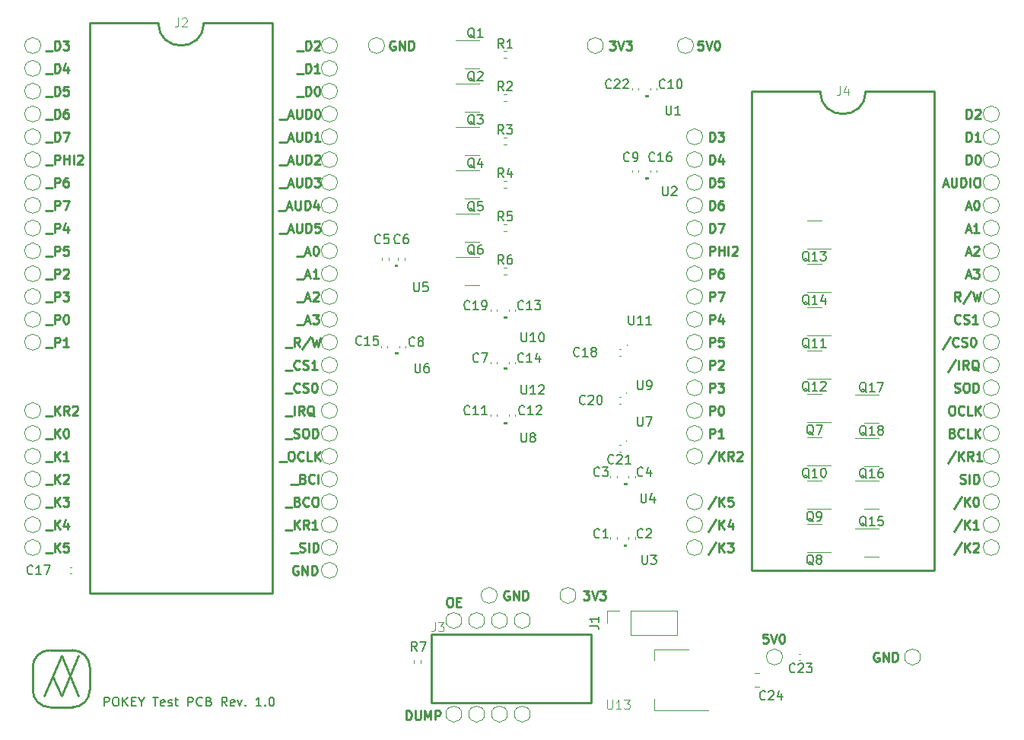
<source format=gbr>
%TF.GenerationSoftware,KiCad,Pcbnew,7.0.9*%
%TF.CreationDate,2024-08-31T17:15:55-06:00*%
%TF.ProjectId,Prototype1,50726f74-6f74-4797-9065-312e6b696361,rev?*%
%TF.SameCoordinates,Original*%
%TF.FileFunction,Legend,Top*%
%TF.FilePolarity,Positive*%
%FSLAX46Y46*%
G04 Gerber Fmt 4.6, Leading zero omitted, Abs format (unit mm)*
G04 Created by KiCad (PCBNEW 7.0.9) date 2024-08-31 17:15:55*
%MOMM*%
%LPD*%
G01*
G04 APERTURE LIST*
%ADD10C,0.150000*%
%ADD11C,0.254000*%
%ADD12C,0.100000*%
%ADD13C,0.120000*%
%ADD14C,0.076200*%
G04 APERTURE END LIST*
D10*
X173685201Y-60655200D02*
G75*
G03*
X173685201Y-60655200I-1J0D01*
G01*
X171551601Y-79095600D02*
G75*
G03*
X171551601Y-79095600I-1J0D01*
G01*
X171500801Y-89763600D02*
G75*
G03*
X171500801Y-89763600I-1J0D01*
G01*
X171500801Y-84429600D02*
G75*
G03*
X171500801Y-84429600I-1J0D01*
G01*
D11*
X105410000Y-114935000D02*
X105410000Y-117475000D01*
X107632500Y-115887500D02*
X108585000Y-118110000D01*
X109855000Y-119380000D02*
G75*
G03*
X111760000Y-117475000I0J1905000D01*
G01*
X107315000Y-119380000D02*
X109855000Y-119380000D01*
X106680000Y-118110000D02*
X108585000Y-113665000D01*
X107315000Y-113030000D02*
G75*
G03*
X105410000Y-114935000I0J-1905000D01*
G01*
X109855000Y-113030000D02*
X107315000Y-113030000D01*
X105410000Y-117475000D02*
G75*
G03*
X107315000Y-119380000I1905000J0D01*
G01*
X108585000Y-118110000D02*
X110490000Y-113665000D01*
X108585000Y-113665000D02*
X110490000Y-118110000D01*
X111760000Y-114935000D02*
G75*
G03*
X109855000Y-113030000I-1905000J0D01*
G01*
X111760000Y-114935000D02*
X111760000Y-117475000D01*
X132882105Y-53934214D02*
X133656200Y-53934214D01*
X133849723Y-53547167D02*
X134333533Y-53547167D01*
X133752961Y-53837452D02*
X134091628Y-52821452D01*
X134091628Y-52821452D02*
X134430295Y-53837452D01*
X134768961Y-52821452D02*
X134768961Y-53643929D01*
X134768961Y-53643929D02*
X134817342Y-53740691D01*
X134817342Y-53740691D02*
X134865723Y-53789072D01*
X134865723Y-53789072D02*
X134962485Y-53837452D01*
X134962485Y-53837452D02*
X135156009Y-53837452D01*
X135156009Y-53837452D02*
X135252771Y-53789072D01*
X135252771Y-53789072D02*
X135301152Y-53740691D01*
X135301152Y-53740691D02*
X135349533Y-53643929D01*
X135349533Y-53643929D02*
X135349533Y-52821452D01*
X135833342Y-53837452D02*
X135833342Y-52821452D01*
X135833342Y-52821452D02*
X136075247Y-52821452D01*
X136075247Y-52821452D02*
X136220390Y-52869833D01*
X136220390Y-52869833D02*
X136317152Y-52966595D01*
X136317152Y-52966595D02*
X136365533Y-53063357D01*
X136365533Y-53063357D02*
X136413914Y-53256881D01*
X136413914Y-53256881D02*
X136413914Y-53402024D01*
X136413914Y-53402024D02*
X136365533Y-53595548D01*
X136365533Y-53595548D02*
X136317152Y-53692310D01*
X136317152Y-53692310D02*
X136220390Y-53789072D01*
X136220390Y-53789072D02*
X136075247Y-53837452D01*
X136075247Y-53837452D02*
X135833342Y-53837452D01*
X137042866Y-52821452D02*
X137139628Y-52821452D01*
X137139628Y-52821452D02*
X137236390Y-52869833D01*
X137236390Y-52869833D02*
X137284771Y-52918214D01*
X137284771Y-52918214D02*
X137333152Y-53014976D01*
X137333152Y-53014976D02*
X137381533Y-53208500D01*
X137381533Y-53208500D02*
X137381533Y-53450405D01*
X137381533Y-53450405D02*
X137333152Y-53643929D01*
X137333152Y-53643929D02*
X137284771Y-53740691D01*
X137284771Y-53740691D02*
X137236390Y-53789072D01*
X137236390Y-53789072D02*
X137139628Y-53837452D01*
X137139628Y-53837452D02*
X137042866Y-53837452D01*
X137042866Y-53837452D02*
X136946104Y-53789072D01*
X136946104Y-53789072D02*
X136897723Y-53740691D01*
X136897723Y-53740691D02*
X136849342Y-53643929D01*
X136849342Y-53643929D02*
X136800961Y-53450405D01*
X136800961Y-53450405D02*
X136800961Y-53208500D01*
X136800961Y-53208500D02*
X136849342Y-53014976D01*
X136849342Y-53014976D02*
X136897723Y-52918214D01*
X136897723Y-52918214D02*
X136946104Y-52869833D01*
X136946104Y-52869833D02*
X137042866Y-52821452D01*
X208779724Y-95953072D02*
X207908866Y-97259357D01*
X209118390Y-97017452D02*
X209118390Y-96001452D01*
X209698962Y-97017452D02*
X209263533Y-96436881D01*
X209698962Y-96001452D02*
X209118390Y-96582024D01*
X210327914Y-96001452D02*
X210424676Y-96001452D01*
X210424676Y-96001452D02*
X210521438Y-96049833D01*
X210521438Y-96049833D02*
X210569819Y-96098214D01*
X210569819Y-96098214D02*
X210618200Y-96194976D01*
X210618200Y-96194976D02*
X210666581Y-96388500D01*
X210666581Y-96388500D02*
X210666581Y-96630405D01*
X210666581Y-96630405D02*
X210618200Y-96823929D01*
X210618200Y-96823929D02*
X210569819Y-96920691D01*
X210569819Y-96920691D02*
X210521438Y-96969072D01*
X210521438Y-96969072D02*
X210424676Y-97017452D01*
X210424676Y-97017452D02*
X210327914Y-97017452D01*
X210327914Y-97017452D02*
X210231152Y-96969072D01*
X210231152Y-96969072D02*
X210182771Y-96920691D01*
X210182771Y-96920691D02*
X210134390Y-96823929D01*
X210134390Y-96823929D02*
X210086009Y-96630405D01*
X210086009Y-96630405D02*
X210086009Y-96388500D01*
X210086009Y-96388500D02*
X210134390Y-96194976D01*
X210134390Y-96194976D02*
X210182771Y-96098214D01*
X210182771Y-96098214D02*
X210231152Y-96049833D01*
X210231152Y-96049833D02*
X210327914Y-96001452D01*
X208144724Y-90873072D02*
X207273866Y-92179357D01*
X208483390Y-91937452D02*
X208483390Y-90921452D01*
X209063962Y-91937452D02*
X208628533Y-91356881D01*
X209063962Y-90921452D02*
X208483390Y-91502024D01*
X210079962Y-91937452D02*
X209741295Y-91453643D01*
X209499390Y-91937452D02*
X209499390Y-90921452D01*
X209499390Y-90921452D02*
X209886438Y-90921452D01*
X209886438Y-90921452D02*
X209983200Y-90969833D01*
X209983200Y-90969833D02*
X210031581Y-91018214D01*
X210031581Y-91018214D02*
X210079962Y-91114976D01*
X210079962Y-91114976D02*
X210079962Y-91260119D01*
X210079962Y-91260119D02*
X210031581Y-91356881D01*
X210031581Y-91356881D02*
X209983200Y-91405262D01*
X209983200Y-91405262D02*
X209886438Y-91453643D01*
X209886438Y-91453643D02*
X209499390Y-91453643D01*
X211047581Y-91937452D02*
X210467009Y-91937452D01*
X210757295Y-91937452D02*
X210757295Y-90921452D01*
X210757295Y-90921452D02*
X210660533Y-91066595D01*
X210660533Y-91066595D02*
X210563771Y-91163357D01*
X210563771Y-91163357D02*
X210467009Y-91211738D01*
X209324009Y-53837452D02*
X209324009Y-52821452D01*
X209324009Y-52821452D02*
X209565914Y-52821452D01*
X209565914Y-52821452D02*
X209711057Y-52869833D01*
X209711057Y-52869833D02*
X209807819Y-52966595D01*
X209807819Y-52966595D02*
X209856200Y-53063357D01*
X209856200Y-53063357D02*
X209904581Y-53256881D01*
X209904581Y-53256881D02*
X209904581Y-53402024D01*
X209904581Y-53402024D02*
X209856200Y-53595548D01*
X209856200Y-53595548D02*
X209807819Y-53692310D01*
X209807819Y-53692310D02*
X209711057Y-53789072D01*
X209711057Y-53789072D02*
X209565914Y-53837452D01*
X209565914Y-53837452D02*
X209324009Y-53837452D01*
X210291628Y-52918214D02*
X210340009Y-52869833D01*
X210340009Y-52869833D02*
X210436771Y-52821452D01*
X210436771Y-52821452D02*
X210678676Y-52821452D01*
X210678676Y-52821452D02*
X210775438Y-52869833D01*
X210775438Y-52869833D02*
X210823819Y-52918214D01*
X210823819Y-52918214D02*
X210872200Y-53014976D01*
X210872200Y-53014976D02*
X210872200Y-53111738D01*
X210872200Y-53111738D02*
X210823819Y-53256881D01*
X210823819Y-53256881D02*
X210243247Y-53837452D01*
X210243247Y-53837452D02*
X210872200Y-53837452D01*
X134787105Y-74254214D02*
X135561200Y-74254214D01*
X135754723Y-73867167D02*
X136238533Y-73867167D01*
X135657961Y-74157452D02*
X135996628Y-73141452D01*
X135996628Y-73141452D02*
X136335295Y-74157452D01*
X136625580Y-73238214D02*
X136673961Y-73189833D01*
X136673961Y-73189833D02*
X136770723Y-73141452D01*
X136770723Y-73141452D02*
X137012628Y-73141452D01*
X137012628Y-73141452D02*
X137109390Y-73189833D01*
X137109390Y-73189833D02*
X137157771Y-73238214D01*
X137157771Y-73238214D02*
X137206152Y-73334976D01*
X137206152Y-73334976D02*
X137206152Y-73431738D01*
X137206152Y-73431738D02*
X137157771Y-73576881D01*
X137157771Y-73576881D02*
X136577199Y-74157452D01*
X136577199Y-74157452D02*
X137206152Y-74157452D01*
X169603247Y-45201452D02*
X170232200Y-45201452D01*
X170232200Y-45201452D02*
X169893533Y-45588500D01*
X169893533Y-45588500D02*
X170038676Y-45588500D01*
X170038676Y-45588500D02*
X170135438Y-45636881D01*
X170135438Y-45636881D02*
X170183819Y-45685262D01*
X170183819Y-45685262D02*
X170232200Y-45782024D01*
X170232200Y-45782024D02*
X170232200Y-46023929D01*
X170232200Y-46023929D02*
X170183819Y-46120691D01*
X170183819Y-46120691D02*
X170135438Y-46169072D01*
X170135438Y-46169072D02*
X170038676Y-46217452D01*
X170038676Y-46217452D02*
X169748390Y-46217452D01*
X169748390Y-46217452D02*
X169651628Y-46169072D01*
X169651628Y-46169072D02*
X169603247Y-46120691D01*
X170522485Y-45201452D02*
X170861152Y-46217452D01*
X170861152Y-46217452D02*
X171199819Y-45201452D01*
X171441723Y-45201452D02*
X172070676Y-45201452D01*
X172070676Y-45201452D02*
X171732009Y-45588500D01*
X171732009Y-45588500D02*
X171877152Y-45588500D01*
X171877152Y-45588500D02*
X171973914Y-45636881D01*
X171973914Y-45636881D02*
X172022295Y-45685262D01*
X172022295Y-45685262D02*
X172070676Y-45782024D01*
X172070676Y-45782024D02*
X172070676Y-46023929D01*
X172070676Y-46023929D02*
X172022295Y-46120691D01*
X172022295Y-46120691D02*
X171973914Y-46169072D01*
X171973914Y-46169072D02*
X171877152Y-46217452D01*
X171877152Y-46217452D02*
X171586866Y-46217452D01*
X171586866Y-46217452D02*
X171490104Y-46169072D01*
X171490104Y-46169072D02*
X171441723Y-46120691D01*
X134926200Y-103669833D02*
X134829438Y-103621452D01*
X134829438Y-103621452D02*
X134684295Y-103621452D01*
X134684295Y-103621452D02*
X134539152Y-103669833D01*
X134539152Y-103669833D02*
X134442390Y-103766595D01*
X134442390Y-103766595D02*
X134394009Y-103863357D01*
X134394009Y-103863357D02*
X134345628Y-104056881D01*
X134345628Y-104056881D02*
X134345628Y-104202024D01*
X134345628Y-104202024D02*
X134394009Y-104395548D01*
X134394009Y-104395548D02*
X134442390Y-104492310D01*
X134442390Y-104492310D02*
X134539152Y-104589072D01*
X134539152Y-104589072D02*
X134684295Y-104637452D01*
X134684295Y-104637452D02*
X134781057Y-104637452D01*
X134781057Y-104637452D02*
X134926200Y-104589072D01*
X134926200Y-104589072D02*
X134974581Y-104540691D01*
X134974581Y-104540691D02*
X134974581Y-104202024D01*
X134974581Y-104202024D02*
X134781057Y-104202024D01*
X135410009Y-104637452D02*
X135410009Y-103621452D01*
X135410009Y-103621452D02*
X135990581Y-104637452D01*
X135990581Y-104637452D02*
X135990581Y-103621452D01*
X136474390Y-104637452D02*
X136474390Y-103621452D01*
X136474390Y-103621452D02*
X136716295Y-103621452D01*
X136716295Y-103621452D02*
X136861438Y-103669833D01*
X136861438Y-103669833D02*
X136958200Y-103766595D01*
X136958200Y-103766595D02*
X137006581Y-103863357D01*
X137006581Y-103863357D02*
X137054962Y-104056881D01*
X137054962Y-104056881D02*
X137054962Y-104202024D01*
X137054962Y-104202024D02*
X137006581Y-104395548D01*
X137006581Y-104395548D02*
X136958200Y-104492310D01*
X136958200Y-104492310D02*
X136861438Y-104589072D01*
X136861438Y-104589072D02*
X136716295Y-104637452D01*
X136716295Y-104637452D02*
X136474390Y-104637452D01*
X106847105Y-56474214D02*
X107621200Y-56474214D01*
X107863104Y-56377452D02*
X107863104Y-55361452D01*
X107863104Y-55361452D02*
X108105009Y-55361452D01*
X108105009Y-55361452D02*
X108250152Y-55409833D01*
X108250152Y-55409833D02*
X108346914Y-55506595D01*
X108346914Y-55506595D02*
X108395295Y-55603357D01*
X108395295Y-55603357D02*
X108443676Y-55796881D01*
X108443676Y-55796881D02*
X108443676Y-55942024D01*
X108443676Y-55942024D02*
X108395295Y-56135548D01*
X108395295Y-56135548D02*
X108346914Y-56232310D01*
X108346914Y-56232310D02*
X108250152Y-56329072D01*
X108250152Y-56329072D02*
X108105009Y-56377452D01*
X108105009Y-56377452D02*
X107863104Y-56377452D01*
X108782342Y-55361452D02*
X109459676Y-55361452D01*
X109459676Y-55361452D02*
X109024247Y-56377452D01*
X208640628Y-94429072D02*
X208785771Y-94477452D01*
X208785771Y-94477452D02*
X209027676Y-94477452D01*
X209027676Y-94477452D02*
X209124438Y-94429072D01*
X209124438Y-94429072D02*
X209172819Y-94380691D01*
X209172819Y-94380691D02*
X209221200Y-94283929D01*
X209221200Y-94283929D02*
X209221200Y-94187167D01*
X209221200Y-94187167D02*
X209172819Y-94090405D01*
X209172819Y-94090405D02*
X209124438Y-94042024D01*
X209124438Y-94042024D02*
X209027676Y-93993643D01*
X209027676Y-93993643D02*
X208834152Y-93945262D01*
X208834152Y-93945262D02*
X208737390Y-93896881D01*
X208737390Y-93896881D02*
X208689009Y-93848500D01*
X208689009Y-93848500D02*
X208640628Y-93751738D01*
X208640628Y-93751738D02*
X208640628Y-93654976D01*
X208640628Y-93654976D02*
X208689009Y-93558214D01*
X208689009Y-93558214D02*
X208737390Y-93509833D01*
X208737390Y-93509833D02*
X208834152Y-93461452D01*
X208834152Y-93461452D02*
X209076057Y-93461452D01*
X209076057Y-93461452D02*
X209221200Y-93509833D01*
X209656628Y-94477452D02*
X209656628Y-93461452D01*
X210140438Y-94477452D02*
X210140438Y-93461452D01*
X210140438Y-93461452D02*
X210382343Y-93461452D01*
X210382343Y-93461452D02*
X210527486Y-93509833D01*
X210527486Y-93509833D02*
X210624248Y-93606595D01*
X210624248Y-93606595D02*
X210672629Y-93703357D01*
X210672629Y-93703357D02*
X210721010Y-93896881D01*
X210721010Y-93896881D02*
X210721010Y-94042024D01*
X210721010Y-94042024D02*
X210672629Y-94235548D01*
X210672629Y-94235548D02*
X210624248Y-94332310D01*
X210624248Y-94332310D02*
X210527486Y-94429072D01*
X210527486Y-94429072D02*
X210382343Y-94477452D01*
X210382343Y-94477452D02*
X210140438Y-94477452D01*
X134787105Y-69174214D02*
X135561200Y-69174214D01*
X135754723Y-68787167D02*
X136238533Y-68787167D01*
X135657961Y-69077452D02*
X135996628Y-68061452D01*
X135996628Y-68061452D02*
X136335295Y-69077452D01*
X136867485Y-68061452D02*
X136964247Y-68061452D01*
X136964247Y-68061452D02*
X137061009Y-68109833D01*
X137061009Y-68109833D02*
X137109390Y-68158214D01*
X137109390Y-68158214D02*
X137157771Y-68254976D01*
X137157771Y-68254976D02*
X137206152Y-68448500D01*
X137206152Y-68448500D02*
X137206152Y-68690405D01*
X137206152Y-68690405D02*
X137157771Y-68883929D01*
X137157771Y-68883929D02*
X137109390Y-68980691D01*
X137109390Y-68980691D02*
X137061009Y-69029072D01*
X137061009Y-69029072D02*
X136964247Y-69077452D01*
X136964247Y-69077452D02*
X136867485Y-69077452D01*
X136867485Y-69077452D02*
X136770723Y-69029072D01*
X136770723Y-69029072D02*
X136722342Y-68980691D01*
X136722342Y-68980691D02*
X136673961Y-68883929D01*
X136673961Y-68883929D02*
X136625580Y-68690405D01*
X136625580Y-68690405D02*
X136625580Y-68448500D01*
X136625580Y-68448500D02*
X136673961Y-68254976D01*
X136673961Y-68254976D02*
X136722342Y-68158214D01*
X136722342Y-68158214D02*
X136770723Y-68109833D01*
X136770723Y-68109833D02*
X136867485Y-68061452D01*
X208144724Y-80713072D02*
X207273866Y-82019357D01*
X208483390Y-81777452D02*
X208483390Y-80761452D01*
X209547772Y-81777452D02*
X209209105Y-81293643D01*
X208967200Y-81777452D02*
X208967200Y-80761452D01*
X208967200Y-80761452D02*
X209354248Y-80761452D01*
X209354248Y-80761452D02*
X209451010Y-80809833D01*
X209451010Y-80809833D02*
X209499391Y-80858214D01*
X209499391Y-80858214D02*
X209547772Y-80954976D01*
X209547772Y-80954976D02*
X209547772Y-81100119D01*
X209547772Y-81100119D02*
X209499391Y-81196881D01*
X209499391Y-81196881D02*
X209451010Y-81245262D01*
X209451010Y-81245262D02*
X209354248Y-81293643D01*
X209354248Y-81293643D02*
X208967200Y-81293643D01*
X210660534Y-81874214D02*
X210563772Y-81825833D01*
X210563772Y-81825833D02*
X210467010Y-81729072D01*
X210467010Y-81729072D02*
X210321867Y-81583929D01*
X210321867Y-81583929D02*
X210225105Y-81535548D01*
X210225105Y-81535548D02*
X210128343Y-81535548D01*
X210176724Y-81777452D02*
X210079962Y-81729072D01*
X210079962Y-81729072D02*
X209983200Y-81632310D01*
X209983200Y-81632310D02*
X209934819Y-81438786D01*
X209934819Y-81438786D02*
X209934819Y-81100119D01*
X209934819Y-81100119D02*
X209983200Y-80906595D01*
X209983200Y-80906595D02*
X210079962Y-80809833D01*
X210079962Y-80809833D02*
X210176724Y-80761452D01*
X210176724Y-80761452D02*
X210370248Y-80761452D01*
X210370248Y-80761452D02*
X210467010Y-80809833D01*
X210467010Y-80809833D02*
X210563772Y-80906595D01*
X210563772Y-80906595D02*
X210612153Y-81100119D01*
X210612153Y-81100119D02*
X210612153Y-81438786D01*
X210612153Y-81438786D02*
X210563772Y-81632310D01*
X210563772Y-81632310D02*
X210467010Y-81729072D01*
X210467010Y-81729072D02*
X210370248Y-81777452D01*
X210370248Y-81777452D02*
X210176724Y-81777452D01*
X180749009Y-66537452D02*
X180749009Y-65521452D01*
X180749009Y-65521452D02*
X180990914Y-65521452D01*
X180990914Y-65521452D02*
X181136057Y-65569833D01*
X181136057Y-65569833D02*
X181232819Y-65666595D01*
X181232819Y-65666595D02*
X181281200Y-65763357D01*
X181281200Y-65763357D02*
X181329581Y-65956881D01*
X181329581Y-65956881D02*
X181329581Y-66102024D01*
X181329581Y-66102024D02*
X181281200Y-66295548D01*
X181281200Y-66295548D02*
X181232819Y-66392310D01*
X181232819Y-66392310D02*
X181136057Y-66489072D01*
X181136057Y-66489072D02*
X180990914Y-66537452D01*
X180990914Y-66537452D02*
X180749009Y-66537452D01*
X181668247Y-65521452D02*
X182345581Y-65521452D01*
X182345581Y-65521452D02*
X181910152Y-66537452D01*
X106847105Y-89494214D02*
X107621200Y-89494214D01*
X107863104Y-89397452D02*
X107863104Y-88381452D01*
X108443676Y-89397452D02*
X108008247Y-88816881D01*
X108443676Y-88381452D02*
X107863104Y-88962024D01*
X109072628Y-88381452D02*
X109169390Y-88381452D01*
X109169390Y-88381452D02*
X109266152Y-88429833D01*
X109266152Y-88429833D02*
X109314533Y-88478214D01*
X109314533Y-88478214D02*
X109362914Y-88574976D01*
X109362914Y-88574976D02*
X109411295Y-88768500D01*
X109411295Y-88768500D02*
X109411295Y-89010405D01*
X109411295Y-89010405D02*
X109362914Y-89203929D01*
X109362914Y-89203929D02*
X109314533Y-89300691D01*
X109314533Y-89300691D02*
X109266152Y-89349072D01*
X109266152Y-89349072D02*
X109169390Y-89397452D01*
X109169390Y-89397452D02*
X109072628Y-89397452D01*
X109072628Y-89397452D02*
X108975866Y-89349072D01*
X108975866Y-89349072D02*
X108927485Y-89300691D01*
X108927485Y-89300691D02*
X108879104Y-89203929D01*
X108879104Y-89203929D02*
X108830723Y-89010405D01*
X108830723Y-89010405D02*
X108830723Y-88768500D01*
X108830723Y-88768500D02*
X108879104Y-88574976D01*
X108879104Y-88574976D02*
X108927485Y-88478214D01*
X108927485Y-88478214D02*
X108975866Y-88429833D01*
X108975866Y-88429833D02*
X109072628Y-88381452D01*
X132882105Y-92034214D02*
X133656200Y-92034214D01*
X134091628Y-90921452D02*
X134285152Y-90921452D01*
X134285152Y-90921452D02*
X134381914Y-90969833D01*
X134381914Y-90969833D02*
X134478676Y-91066595D01*
X134478676Y-91066595D02*
X134527057Y-91260119D01*
X134527057Y-91260119D02*
X134527057Y-91598786D01*
X134527057Y-91598786D02*
X134478676Y-91792310D01*
X134478676Y-91792310D02*
X134381914Y-91889072D01*
X134381914Y-91889072D02*
X134285152Y-91937452D01*
X134285152Y-91937452D02*
X134091628Y-91937452D01*
X134091628Y-91937452D02*
X133994866Y-91889072D01*
X133994866Y-91889072D02*
X133898104Y-91792310D01*
X133898104Y-91792310D02*
X133849723Y-91598786D01*
X133849723Y-91598786D02*
X133849723Y-91260119D01*
X133849723Y-91260119D02*
X133898104Y-91066595D01*
X133898104Y-91066595D02*
X133994866Y-90969833D01*
X133994866Y-90969833D02*
X134091628Y-90921452D01*
X135543057Y-91840691D02*
X135494676Y-91889072D01*
X135494676Y-91889072D02*
X135349533Y-91937452D01*
X135349533Y-91937452D02*
X135252771Y-91937452D01*
X135252771Y-91937452D02*
X135107628Y-91889072D01*
X135107628Y-91889072D02*
X135010866Y-91792310D01*
X135010866Y-91792310D02*
X134962485Y-91695548D01*
X134962485Y-91695548D02*
X134914104Y-91502024D01*
X134914104Y-91502024D02*
X134914104Y-91356881D01*
X134914104Y-91356881D02*
X134962485Y-91163357D01*
X134962485Y-91163357D02*
X135010866Y-91066595D01*
X135010866Y-91066595D02*
X135107628Y-90969833D01*
X135107628Y-90969833D02*
X135252771Y-90921452D01*
X135252771Y-90921452D02*
X135349533Y-90921452D01*
X135349533Y-90921452D02*
X135494676Y-90969833D01*
X135494676Y-90969833D02*
X135543057Y-91018214D01*
X136462295Y-91937452D02*
X135978485Y-91937452D01*
X135978485Y-91937452D02*
X135978485Y-90921452D01*
X136800961Y-91937452D02*
X136800961Y-90921452D01*
X137381533Y-91937452D02*
X136946104Y-91356881D01*
X137381533Y-90921452D02*
X136800961Y-91502024D01*
X209275628Y-66247167D02*
X209759438Y-66247167D01*
X209178866Y-66537452D02*
X209517533Y-65521452D01*
X209517533Y-65521452D02*
X209856200Y-66537452D01*
X210727057Y-66537452D02*
X210146485Y-66537452D01*
X210436771Y-66537452D02*
X210436771Y-65521452D01*
X210436771Y-65521452D02*
X210340009Y-65666595D01*
X210340009Y-65666595D02*
X210243247Y-65763357D01*
X210243247Y-65763357D02*
X210146485Y-65811738D01*
X106847105Y-66634214D02*
X107621200Y-66634214D01*
X107863104Y-66537452D02*
X107863104Y-65521452D01*
X107863104Y-65521452D02*
X108250152Y-65521452D01*
X108250152Y-65521452D02*
X108346914Y-65569833D01*
X108346914Y-65569833D02*
X108395295Y-65618214D01*
X108395295Y-65618214D02*
X108443676Y-65714976D01*
X108443676Y-65714976D02*
X108443676Y-65860119D01*
X108443676Y-65860119D02*
X108395295Y-65956881D01*
X108395295Y-65956881D02*
X108346914Y-66005262D01*
X108346914Y-66005262D02*
X108250152Y-66053643D01*
X108250152Y-66053643D02*
X107863104Y-66053643D01*
X109314533Y-65860119D02*
X109314533Y-66537452D01*
X109072628Y-65473072D02*
X108830723Y-66198786D01*
X108830723Y-66198786D02*
X109459676Y-66198786D01*
X187201819Y-111241452D02*
X186718009Y-111241452D01*
X186718009Y-111241452D02*
X186669628Y-111725262D01*
X186669628Y-111725262D02*
X186718009Y-111676881D01*
X186718009Y-111676881D02*
X186814771Y-111628500D01*
X186814771Y-111628500D02*
X187056676Y-111628500D01*
X187056676Y-111628500D02*
X187153438Y-111676881D01*
X187153438Y-111676881D02*
X187201819Y-111725262D01*
X187201819Y-111725262D02*
X187250200Y-111822024D01*
X187250200Y-111822024D02*
X187250200Y-112063929D01*
X187250200Y-112063929D02*
X187201819Y-112160691D01*
X187201819Y-112160691D02*
X187153438Y-112209072D01*
X187153438Y-112209072D02*
X187056676Y-112257452D01*
X187056676Y-112257452D02*
X186814771Y-112257452D01*
X186814771Y-112257452D02*
X186718009Y-112209072D01*
X186718009Y-112209072D02*
X186669628Y-112160691D01*
X187540485Y-111241452D02*
X187879152Y-112257452D01*
X187879152Y-112257452D02*
X188217819Y-111241452D01*
X188750009Y-111241452D02*
X188846771Y-111241452D01*
X188846771Y-111241452D02*
X188943533Y-111289833D01*
X188943533Y-111289833D02*
X188991914Y-111338214D01*
X188991914Y-111338214D02*
X189040295Y-111434976D01*
X189040295Y-111434976D02*
X189088676Y-111628500D01*
X189088676Y-111628500D02*
X189088676Y-111870405D01*
X189088676Y-111870405D02*
X189040295Y-112063929D01*
X189040295Y-112063929D02*
X188991914Y-112160691D01*
X188991914Y-112160691D02*
X188943533Y-112209072D01*
X188943533Y-112209072D02*
X188846771Y-112257452D01*
X188846771Y-112257452D02*
X188750009Y-112257452D01*
X188750009Y-112257452D02*
X188653247Y-112209072D01*
X188653247Y-112209072D02*
X188604866Y-112160691D01*
X188604866Y-112160691D02*
X188556485Y-112063929D01*
X188556485Y-112063929D02*
X188508104Y-111870405D01*
X188508104Y-111870405D02*
X188508104Y-111628500D01*
X188508104Y-111628500D02*
X188556485Y-111434976D01*
X188556485Y-111434976D02*
X188604866Y-111338214D01*
X188604866Y-111338214D02*
X188653247Y-111289833D01*
X188653247Y-111289833D02*
X188750009Y-111241452D01*
X181474724Y-98493072D02*
X180603866Y-99799357D01*
X181813390Y-99557452D02*
X181813390Y-98541452D01*
X182393962Y-99557452D02*
X181958533Y-98976881D01*
X182393962Y-98541452D02*
X181813390Y-99122024D01*
X183264819Y-98880119D02*
X183264819Y-99557452D01*
X183022914Y-98493072D02*
X182781009Y-99218786D01*
X182781009Y-99218786D02*
X183409962Y-99218786D01*
X180749009Y-76697452D02*
X180749009Y-75681452D01*
X180749009Y-75681452D02*
X181136057Y-75681452D01*
X181136057Y-75681452D02*
X181232819Y-75729833D01*
X181232819Y-75729833D02*
X181281200Y-75778214D01*
X181281200Y-75778214D02*
X181329581Y-75874976D01*
X181329581Y-75874976D02*
X181329581Y-76020119D01*
X181329581Y-76020119D02*
X181281200Y-76116881D01*
X181281200Y-76116881D02*
X181232819Y-76165262D01*
X181232819Y-76165262D02*
X181136057Y-76213643D01*
X181136057Y-76213643D02*
X180749009Y-76213643D01*
X182200438Y-76020119D02*
X182200438Y-76697452D01*
X181958533Y-75633072D02*
X181716628Y-76358786D01*
X181716628Y-76358786D02*
X182345581Y-76358786D01*
X133517105Y-81874214D02*
X134291200Y-81874214D01*
X135113676Y-81680691D02*
X135065295Y-81729072D01*
X135065295Y-81729072D02*
X134920152Y-81777452D01*
X134920152Y-81777452D02*
X134823390Y-81777452D01*
X134823390Y-81777452D02*
X134678247Y-81729072D01*
X134678247Y-81729072D02*
X134581485Y-81632310D01*
X134581485Y-81632310D02*
X134533104Y-81535548D01*
X134533104Y-81535548D02*
X134484723Y-81342024D01*
X134484723Y-81342024D02*
X134484723Y-81196881D01*
X134484723Y-81196881D02*
X134533104Y-81003357D01*
X134533104Y-81003357D02*
X134581485Y-80906595D01*
X134581485Y-80906595D02*
X134678247Y-80809833D01*
X134678247Y-80809833D02*
X134823390Y-80761452D01*
X134823390Y-80761452D02*
X134920152Y-80761452D01*
X134920152Y-80761452D02*
X135065295Y-80809833D01*
X135065295Y-80809833D02*
X135113676Y-80858214D01*
X135500723Y-81729072D02*
X135645866Y-81777452D01*
X135645866Y-81777452D02*
X135887771Y-81777452D01*
X135887771Y-81777452D02*
X135984533Y-81729072D01*
X135984533Y-81729072D02*
X136032914Y-81680691D01*
X136032914Y-81680691D02*
X136081295Y-81583929D01*
X136081295Y-81583929D02*
X136081295Y-81487167D01*
X136081295Y-81487167D02*
X136032914Y-81390405D01*
X136032914Y-81390405D02*
X135984533Y-81342024D01*
X135984533Y-81342024D02*
X135887771Y-81293643D01*
X135887771Y-81293643D02*
X135694247Y-81245262D01*
X135694247Y-81245262D02*
X135597485Y-81196881D01*
X135597485Y-81196881D02*
X135549104Y-81148500D01*
X135549104Y-81148500D02*
X135500723Y-81051738D01*
X135500723Y-81051738D02*
X135500723Y-80954976D01*
X135500723Y-80954976D02*
X135549104Y-80858214D01*
X135549104Y-80858214D02*
X135597485Y-80809833D01*
X135597485Y-80809833D02*
X135694247Y-80761452D01*
X135694247Y-80761452D02*
X135936152Y-80761452D01*
X135936152Y-80761452D02*
X136081295Y-80809833D01*
X137048914Y-81777452D02*
X136468342Y-81777452D01*
X136758628Y-81777452D02*
X136758628Y-80761452D01*
X136758628Y-80761452D02*
X136661866Y-80906595D01*
X136661866Y-80906595D02*
X136565104Y-81003357D01*
X136565104Y-81003357D02*
X136468342Y-81051738D01*
X106847105Y-76794214D02*
X107621200Y-76794214D01*
X107863104Y-76697452D02*
X107863104Y-75681452D01*
X107863104Y-75681452D02*
X108250152Y-75681452D01*
X108250152Y-75681452D02*
X108346914Y-75729833D01*
X108346914Y-75729833D02*
X108395295Y-75778214D01*
X108395295Y-75778214D02*
X108443676Y-75874976D01*
X108443676Y-75874976D02*
X108443676Y-76020119D01*
X108443676Y-76020119D02*
X108395295Y-76116881D01*
X108395295Y-76116881D02*
X108346914Y-76165262D01*
X108346914Y-76165262D02*
X108250152Y-76213643D01*
X108250152Y-76213643D02*
X107863104Y-76213643D01*
X109072628Y-75681452D02*
X109169390Y-75681452D01*
X109169390Y-75681452D02*
X109266152Y-75729833D01*
X109266152Y-75729833D02*
X109314533Y-75778214D01*
X109314533Y-75778214D02*
X109362914Y-75874976D01*
X109362914Y-75874976D02*
X109411295Y-76068500D01*
X109411295Y-76068500D02*
X109411295Y-76310405D01*
X109411295Y-76310405D02*
X109362914Y-76503929D01*
X109362914Y-76503929D02*
X109314533Y-76600691D01*
X109314533Y-76600691D02*
X109266152Y-76649072D01*
X109266152Y-76649072D02*
X109169390Y-76697452D01*
X109169390Y-76697452D02*
X109072628Y-76697452D01*
X109072628Y-76697452D02*
X108975866Y-76649072D01*
X108975866Y-76649072D02*
X108927485Y-76600691D01*
X108927485Y-76600691D02*
X108879104Y-76503929D01*
X108879104Y-76503929D02*
X108830723Y-76310405D01*
X108830723Y-76310405D02*
X108830723Y-76068500D01*
X108830723Y-76068500D02*
X108879104Y-75874976D01*
X108879104Y-75874976D02*
X108927485Y-75778214D01*
X108927485Y-75778214D02*
X108975866Y-75729833D01*
X108975866Y-75729833D02*
X109072628Y-75681452D01*
X106847105Y-92034214D02*
X107621200Y-92034214D01*
X107863104Y-91937452D02*
X107863104Y-90921452D01*
X108443676Y-91937452D02*
X108008247Y-91356881D01*
X108443676Y-90921452D02*
X107863104Y-91502024D01*
X109411295Y-91937452D02*
X108830723Y-91937452D01*
X109121009Y-91937452D02*
X109121009Y-90921452D01*
X109121009Y-90921452D02*
X109024247Y-91066595D01*
X109024247Y-91066595D02*
X108927485Y-91163357D01*
X108927485Y-91163357D02*
X108830723Y-91211738D01*
X180749009Y-84317452D02*
X180749009Y-83301452D01*
X180749009Y-83301452D02*
X181136057Y-83301452D01*
X181136057Y-83301452D02*
X181232819Y-83349833D01*
X181232819Y-83349833D02*
X181281200Y-83398214D01*
X181281200Y-83398214D02*
X181329581Y-83494976D01*
X181329581Y-83494976D02*
X181329581Y-83640119D01*
X181329581Y-83640119D02*
X181281200Y-83736881D01*
X181281200Y-83736881D02*
X181232819Y-83785262D01*
X181232819Y-83785262D02*
X181136057Y-83833643D01*
X181136057Y-83833643D02*
X180749009Y-83833643D01*
X181668247Y-83301452D02*
X182297200Y-83301452D01*
X182297200Y-83301452D02*
X181958533Y-83688500D01*
X181958533Y-83688500D02*
X182103676Y-83688500D01*
X182103676Y-83688500D02*
X182200438Y-83736881D01*
X182200438Y-83736881D02*
X182248819Y-83785262D01*
X182248819Y-83785262D02*
X182297200Y-83882024D01*
X182297200Y-83882024D02*
X182297200Y-84123929D01*
X182297200Y-84123929D02*
X182248819Y-84220691D01*
X182248819Y-84220691D02*
X182200438Y-84269072D01*
X182200438Y-84269072D02*
X182103676Y-84317452D01*
X182103676Y-84317452D02*
X181813390Y-84317452D01*
X181813390Y-84317452D02*
X181716628Y-84269072D01*
X181716628Y-84269072D02*
X181668247Y-84220691D01*
X133517105Y-84414214D02*
X134291200Y-84414214D01*
X135113676Y-84220691D02*
X135065295Y-84269072D01*
X135065295Y-84269072D02*
X134920152Y-84317452D01*
X134920152Y-84317452D02*
X134823390Y-84317452D01*
X134823390Y-84317452D02*
X134678247Y-84269072D01*
X134678247Y-84269072D02*
X134581485Y-84172310D01*
X134581485Y-84172310D02*
X134533104Y-84075548D01*
X134533104Y-84075548D02*
X134484723Y-83882024D01*
X134484723Y-83882024D02*
X134484723Y-83736881D01*
X134484723Y-83736881D02*
X134533104Y-83543357D01*
X134533104Y-83543357D02*
X134581485Y-83446595D01*
X134581485Y-83446595D02*
X134678247Y-83349833D01*
X134678247Y-83349833D02*
X134823390Y-83301452D01*
X134823390Y-83301452D02*
X134920152Y-83301452D01*
X134920152Y-83301452D02*
X135065295Y-83349833D01*
X135065295Y-83349833D02*
X135113676Y-83398214D01*
X135500723Y-84269072D02*
X135645866Y-84317452D01*
X135645866Y-84317452D02*
X135887771Y-84317452D01*
X135887771Y-84317452D02*
X135984533Y-84269072D01*
X135984533Y-84269072D02*
X136032914Y-84220691D01*
X136032914Y-84220691D02*
X136081295Y-84123929D01*
X136081295Y-84123929D02*
X136081295Y-84027167D01*
X136081295Y-84027167D02*
X136032914Y-83930405D01*
X136032914Y-83930405D02*
X135984533Y-83882024D01*
X135984533Y-83882024D02*
X135887771Y-83833643D01*
X135887771Y-83833643D02*
X135694247Y-83785262D01*
X135694247Y-83785262D02*
X135597485Y-83736881D01*
X135597485Y-83736881D02*
X135549104Y-83688500D01*
X135549104Y-83688500D02*
X135500723Y-83591738D01*
X135500723Y-83591738D02*
X135500723Y-83494976D01*
X135500723Y-83494976D02*
X135549104Y-83398214D01*
X135549104Y-83398214D02*
X135597485Y-83349833D01*
X135597485Y-83349833D02*
X135694247Y-83301452D01*
X135694247Y-83301452D02*
X135936152Y-83301452D01*
X135936152Y-83301452D02*
X136081295Y-83349833D01*
X136710247Y-83301452D02*
X136807009Y-83301452D01*
X136807009Y-83301452D02*
X136903771Y-83349833D01*
X136903771Y-83349833D02*
X136952152Y-83398214D01*
X136952152Y-83398214D02*
X137000533Y-83494976D01*
X137000533Y-83494976D02*
X137048914Y-83688500D01*
X137048914Y-83688500D02*
X137048914Y-83930405D01*
X137048914Y-83930405D02*
X137000533Y-84123929D01*
X137000533Y-84123929D02*
X136952152Y-84220691D01*
X136952152Y-84220691D02*
X136903771Y-84269072D01*
X136903771Y-84269072D02*
X136807009Y-84317452D01*
X136807009Y-84317452D02*
X136710247Y-84317452D01*
X136710247Y-84317452D02*
X136613485Y-84269072D01*
X136613485Y-84269072D02*
X136565104Y-84220691D01*
X136565104Y-84220691D02*
X136516723Y-84123929D01*
X136516723Y-84123929D02*
X136468342Y-83930405D01*
X136468342Y-83930405D02*
X136468342Y-83688500D01*
X136468342Y-83688500D02*
X136516723Y-83494976D01*
X136516723Y-83494976D02*
X136565104Y-83398214D01*
X136565104Y-83398214D02*
X136613485Y-83349833D01*
X136613485Y-83349833D02*
X136710247Y-83301452D01*
X132882105Y-66634214D02*
X133656200Y-66634214D01*
X133849723Y-66247167D02*
X134333533Y-66247167D01*
X133752961Y-66537452D02*
X134091628Y-65521452D01*
X134091628Y-65521452D02*
X134430295Y-66537452D01*
X134768961Y-65521452D02*
X134768961Y-66343929D01*
X134768961Y-66343929D02*
X134817342Y-66440691D01*
X134817342Y-66440691D02*
X134865723Y-66489072D01*
X134865723Y-66489072D02*
X134962485Y-66537452D01*
X134962485Y-66537452D02*
X135156009Y-66537452D01*
X135156009Y-66537452D02*
X135252771Y-66489072D01*
X135252771Y-66489072D02*
X135301152Y-66440691D01*
X135301152Y-66440691D02*
X135349533Y-66343929D01*
X135349533Y-66343929D02*
X135349533Y-65521452D01*
X135833342Y-66537452D02*
X135833342Y-65521452D01*
X135833342Y-65521452D02*
X136075247Y-65521452D01*
X136075247Y-65521452D02*
X136220390Y-65569833D01*
X136220390Y-65569833D02*
X136317152Y-65666595D01*
X136317152Y-65666595D02*
X136365533Y-65763357D01*
X136365533Y-65763357D02*
X136413914Y-65956881D01*
X136413914Y-65956881D02*
X136413914Y-66102024D01*
X136413914Y-66102024D02*
X136365533Y-66295548D01*
X136365533Y-66295548D02*
X136317152Y-66392310D01*
X136317152Y-66392310D02*
X136220390Y-66489072D01*
X136220390Y-66489072D02*
X136075247Y-66537452D01*
X136075247Y-66537452D02*
X135833342Y-66537452D01*
X137333152Y-65521452D02*
X136849342Y-65521452D01*
X136849342Y-65521452D02*
X136800961Y-66005262D01*
X136800961Y-66005262D02*
X136849342Y-65956881D01*
X136849342Y-65956881D02*
X136946104Y-65908500D01*
X136946104Y-65908500D02*
X137188009Y-65908500D01*
X137188009Y-65908500D02*
X137284771Y-65956881D01*
X137284771Y-65956881D02*
X137333152Y-66005262D01*
X137333152Y-66005262D02*
X137381533Y-66102024D01*
X137381533Y-66102024D02*
X137381533Y-66343929D01*
X137381533Y-66343929D02*
X137333152Y-66440691D01*
X137333152Y-66440691D02*
X137284771Y-66489072D01*
X137284771Y-66489072D02*
X137188009Y-66537452D01*
X137188009Y-66537452D02*
X136946104Y-66537452D01*
X136946104Y-66537452D02*
X136849342Y-66489072D01*
X136849342Y-66489072D02*
X136800961Y-66440691D01*
X179962819Y-45201452D02*
X179479009Y-45201452D01*
X179479009Y-45201452D02*
X179430628Y-45685262D01*
X179430628Y-45685262D02*
X179479009Y-45636881D01*
X179479009Y-45636881D02*
X179575771Y-45588500D01*
X179575771Y-45588500D02*
X179817676Y-45588500D01*
X179817676Y-45588500D02*
X179914438Y-45636881D01*
X179914438Y-45636881D02*
X179962819Y-45685262D01*
X179962819Y-45685262D02*
X180011200Y-45782024D01*
X180011200Y-45782024D02*
X180011200Y-46023929D01*
X180011200Y-46023929D02*
X179962819Y-46120691D01*
X179962819Y-46120691D02*
X179914438Y-46169072D01*
X179914438Y-46169072D02*
X179817676Y-46217452D01*
X179817676Y-46217452D02*
X179575771Y-46217452D01*
X179575771Y-46217452D02*
X179479009Y-46169072D01*
X179479009Y-46169072D02*
X179430628Y-46120691D01*
X180301485Y-45201452D02*
X180640152Y-46217452D01*
X180640152Y-46217452D02*
X180978819Y-45201452D01*
X181511009Y-45201452D02*
X181607771Y-45201452D01*
X181607771Y-45201452D02*
X181704533Y-45249833D01*
X181704533Y-45249833D02*
X181752914Y-45298214D01*
X181752914Y-45298214D02*
X181801295Y-45394976D01*
X181801295Y-45394976D02*
X181849676Y-45588500D01*
X181849676Y-45588500D02*
X181849676Y-45830405D01*
X181849676Y-45830405D02*
X181801295Y-46023929D01*
X181801295Y-46023929D02*
X181752914Y-46120691D01*
X181752914Y-46120691D02*
X181704533Y-46169072D01*
X181704533Y-46169072D02*
X181607771Y-46217452D01*
X181607771Y-46217452D02*
X181511009Y-46217452D01*
X181511009Y-46217452D02*
X181414247Y-46169072D01*
X181414247Y-46169072D02*
X181365866Y-46120691D01*
X181365866Y-46120691D02*
X181317485Y-46023929D01*
X181317485Y-46023929D02*
X181269104Y-45830405D01*
X181269104Y-45830405D02*
X181269104Y-45588500D01*
X181269104Y-45588500D02*
X181317485Y-45394976D01*
X181317485Y-45394976D02*
X181365866Y-45298214D01*
X181365866Y-45298214D02*
X181414247Y-45249833D01*
X181414247Y-45249833D02*
X181511009Y-45201452D01*
X106847105Y-51394214D02*
X107621200Y-51394214D01*
X107863104Y-51297452D02*
X107863104Y-50281452D01*
X107863104Y-50281452D02*
X108105009Y-50281452D01*
X108105009Y-50281452D02*
X108250152Y-50329833D01*
X108250152Y-50329833D02*
X108346914Y-50426595D01*
X108346914Y-50426595D02*
X108395295Y-50523357D01*
X108395295Y-50523357D02*
X108443676Y-50716881D01*
X108443676Y-50716881D02*
X108443676Y-50862024D01*
X108443676Y-50862024D02*
X108395295Y-51055548D01*
X108395295Y-51055548D02*
X108346914Y-51152310D01*
X108346914Y-51152310D02*
X108250152Y-51249072D01*
X108250152Y-51249072D02*
X108105009Y-51297452D01*
X108105009Y-51297452D02*
X107863104Y-51297452D01*
X109362914Y-50281452D02*
X108879104Y-50281452D01*
X108879104Y-50281452D02*
X108830723Y-50765262D01*
X108830723Y-50765262D02*
X108879104Y-50716881D01*
X108879104Y-50716881D02*
X108975866Y-50668500D01*
X108975866Y-50668500D02*
X109217771Y-50668500D01*
X109217771Y-50668500D02*
X109314533Y-50716881D01*
X109314533Y-50716881D02*
X109362914Y-50765262D01*
X109362914Y-50765262D02*
X109411295Y-50862024D01*
X109411295Y-50862024D02*
X109411295Y-51103929D01*
X109411295Y-51103929D02*
X109362914Y-51200691D01*
X109362914Y-51200691D02*
X109314533Y-51249072D01*
X109314533Y-51249072D02*
X109217771Y-51297452D01*
X109217771Y-51297452D02*
X108975866Y-51297452D01*
X108975866Y-51297452D02*
X108879104Y-51249072D01*
X108879104Y-51249072D02*
X108830723Y-51200691D01*
X132882105Y-59014214D02*
X133656200Y-59014214D01*
X133849723Y-58627167D02*
X134333533Y-58627167D01*
X133752961Y-58917452D02*
X134091628Y-57901452D01*
X134091628Y-57901452D02*
X134430295Y-58917452D01*
X134768961Y-57901452D02*
X134768961Y-58723929D01*
X134768961Y-58723929D02*
X134817342Y-58820691D01*
X134817342Y-58820691D02*
X134865723Y-58869072D01*
X134865723Y-58869072D02*
X134962485Y-58917452D01*
X134962485Y-58917452D02*
X135156009Y-58917452D01*
X135156009Y-58917452D02*
X135252771Y-58869072D01*
X135252771Y-58869072D02*
X135301152Y-58820691D01*
X135301152Y-58820691D02*
X135349533Y-58723929D01*
X135349533Y-58723929D02*
X135349533Y-57901452D01*
X135833342Y-58917452D02*
X135833342Y-57901452D01*
X135833342Y-57901452D02*
X136075247Y-57901452D01*
X136075247Y-57901452D02*
X136220390Y-57949833D01*
X136220390Y-57949833D02*
X136317152Y-58046595D01*
X136317152Y-58046595D02*
X136365533Y-58143357D01*
X136365533Y-58143357D02*
X136413914Y-58336881D01*
X136413914Y-58336881D02*
X136413914Y-58482024D01*
X136413914Y-58482024D02*
X136365533Y-58675548D01*
X136365533Y-58675548D02*
X136317152Y-58772310D01*
X136317152Y-58772310D02*
X136220390Y-58869072D01*
X136220390Y-58869072D02*
X136075247Y-58917452D01*
X136075247Y-58917452D02*
X135833342Y-58917452D01*
X136800961Y-57998214D02*
X136849342Y-57949833D01*
X136849342Y-57949833D02*
X136946104Y-57901452D01*
X136946104Y-57901452D02*
X137188009Y-57901452D01*
X137188009Y-57901452D02*
X137284771Y-57949833D01*
X137284771Y-57949833D02*
X137333152Y-57998214D01*
X137333152Y-57998214D02*
X137381533Y-58094976D01*
X137381533Y-58094976D02*
X137381533Y-58191738D01*
X137381533Y-58191738D02*
X137333152Y-58336881D01*
X137333152Y-58336881D02*
X136752580Y-58917452D01*
X136752580Y-58917452D02*
X137381533Y-58917452D01*
X106847105Y-86954214D02*
X107621200Y-86954214D01*
X107863104Y-86857452D02*
X107863104Y-85841452D01*
X108443676Y-86857452D02*
X108008247Y-86276881D01*
X108443676Y-85841452D02*
X107863104Y-86422024D01*
X109459676Y-86857452D02*
X109121009Y-86373643D01*
X108879104Y-86857452D02*
X108879104Y-85841452D01*
X108879104Y-85841452D02*
X109266152Y-85841452D01*
X109266152Y-85841452D02*
X109362914Y-85889833D01*
X109362914Y-85889833D02*
X109411295Y-85938214D01*
X109411295Y-85938214D02*
X109459676Y-86034976D01*
X109459676Y-86034976D02*
X109459676Y-86180119D01*
X109459676Y-86180119D02*
X109411295Y-86276881D01*
X109411295Y-86276881D02*
X109362914Y-86325262D01*
X109362914Y-86325262D02*
X109266152Y-86373643D01*
X109266152Y-86373643D02*
X108879104Y-86373643D01*
X109846723Y-85938214D02*
X109895104Y-85889833D01*
X109895104Y-85889833D02*
X109991866Y-85841452D01*
X109991866Y-85841452D02*
X110233771Y-85841452D01*
X110233771Y-85841452D02*
X110330533Y-85889833D01*
X110330533Y-85889833D02*
X110378914Y-85938214D01*
X110378914Y-85938214D02*
X110427295Y-86034976D01*
X110427295Y-86034976D02*
X110427295Y-86131738D01*
X110427295Y-86131738D02*
X110378914Y-86276881D01*
X110378914Y-86276881D02*
X109798342Y-86857452D01*
X109798342Y-86857452D02*
X110427295Y-86857452D01*
X106847105Y-71714214D02*
X107621200Y-71714214D01*
X107863104Y-71617452D02*
X107863104Y-70601452D01*
X107863104Y-70601452D02*
X108250152Y-70601452D01*
X108250152Y-70601452D02*
X108346914Y-70649833D01*
X108346914Y-70649833D02*
X108395295Y-70698214D01*
X108395295Y-70698214D02*
X108443676Y-70794976D01*
X108443676Y-70794976D02*
X108443676Y-70940119D01*
X108443676Y-70940119D02*
X108395295Y-71036881D01*
X108395295Y-71036881D02*
X108346914Y-71085262D01*
X108346914Y-71085262D02*
X108250152Y-71133643D01*
X108250152Y-71133643D02*
X107863104Y-71133643D01*
X108830723Y-70698214D02*
X108879104Y-70649833D01*
X108879104Y-70649833D02*
X108975866Y-70601452D01*
X108975866Y-70601452D02*
X109217771Y-70601452D01*
X109217771Y-70601452D02*
X109314533Y-70649833D01*
X109314533Y-70649833D02*
X109362914Y-70698214D01*
X109362914Y-70698214D02*
X109411295Y-70794976D01*
X109411295Y-70794976D02*
X109411295Y-70891738D01*
X109411295Y-70891738D02*
X109362914Y-71036881D01*
X109362914Y-71036881D02*
X108782342Y-71617452D01*
X108782342Y-71617452D02*
X109411295Y-71617452D01*
X132882105Y-56474214D02*
X133656200Y-56474214D01*
X133849723Y-56087167D02*
X134333533Y-56087167D01*
X133752961Y-56377452D02*
X134091628Y-55361452D01*
X134091628Y-55361452D02*
X134430295Y-56377452D01*
X134768961Y-55361452D02*
X134768961Y-56183929D01*
X134768961Y-56183929D02*
X134817342Y-56280691D01*
X134817342Y-56280691D02*
X134865723Y-56329072D01*
X134865723Y-56329072D02*
X134962485Y-56377452D01*
X134962485Y-56377452D02*
X135156009Y-56377452D01*
X135156009Y-56377452D02*
X135252771Y-56329072D01*
X135252771Y-56329072D02*
X135301152Y-56280691D01*
X135301152Y-56280691D02*
X135349533Y-56183929D01*
X135349533Y-56183929D02*
X135349533Y-55361452D01*
X135833342Y-56377452D02*
X135833342Y-55361452D01*
X135833342Y-55361452D02*
X136075247Y-55361452D01*
X136075247Y-55361452D02*
X136220390Y-55409833D01*
X136220390Y-55409833D02*
X136317152Y-55506595D01*
X136317152Y-55506595D02*
X136365533Y-55603357D01*
X136365533Y-55603357D02*
X136413914Y-55796881D01*
X136413914Y-55796881D02*
X136413914Y-55942024D01*
X136413914Y-55942024D02*
X136365533Y-56135548D01*
X136365533Y-56135548D02*
X136317152Y-56232310D01*
X136317152Y-56232310D02*
X136220390Y-56329072D01*
X136220390Y-56329072D02*
X136075247Y-56377452D01*
X136075247Y-56377452D02*
X135833342Y-56377452D01*
X137381533Y-56377452D02*
X136800961Y-56377452D01*
X137091247Y-56377452D02*
X137091247Y-55361452D01*
X137091247Y-55361452D02*
X136994485Y-55506595D01*
X136994485Y-55506595D02*
X136897723Y-55603357D01*
X136897723Y-55603357D02*
X136800961Y-55651738D01*
X133517105Y-99654214D02*
X134291200Y-99654214D01*
X134533104Y-99557452D02*
X134533104Y-98541452D01*
X135113676Y-99557452D02*
X134678247Y-98976881D01*
X135113676Y-98541452D02*
X134533104Y-99122024D01*
X136129676Y-99557452D02*
X135791009Y-99073643D01*
X135549104Y-99557452D02*
X135549104Y-98541452D01*
X135549104Y-98541452D02*
X135936152Y-98541452D01*
X135936152Y-98541452D02*
X136032914Y-98589833D01*
X136032914Y-98589833D02*
X136081295Y-98638214D01*
X136081295Y-98638214D02*
X136129676Y-98734976D01*
X136129676Y-98734976D02*
X136129676Y-98880119D01*
X136129676Y-98880119D02*
X136081295Y-98976881D01*
X136081295Y-98976881D02*
X136032914Y-99025262D01*
X136032914Y-99025262D02*
X135936152Y-99073643D01*
X135936152Y-99073643D02*
X135549104Y-99073643D01*
X137097295Y-99557452D02*
X136516723Y-99557452D01*
X136807009Y-99557452D02*
X136807009Y-98541452D01*
X136807009Y-98541452D02*
X136710247Y-98686595D01*
X136710247Y-98686595D02*
X136613485Y-98783357D01*
X136613485Y-98783357D02*
X136516723Y-98831738D01*
X134152105Y-102194214D02*
X134926200Y-102194214D01*
X135119723Y-102049072D02*
X135264866Y-102097452D01*
X135264866Y-102097452D02*
X135506771Y-102097452D01*
X135506771Y-102097452D02*
X135603533Y-102049072D01*
X135603533Y-102049072D02*
X135651914Y-102000691D01*
X135651914Y-102000691D02*
X135700295Y-101903929D01*
X135700295Y-101903929D02*
X135700295Y-101807167D01*
X135700295Y-101807167D02*
X135651914Y-101710405D01*
X135651914Y-101710405D02*
X135603533Y-101662024D01*
X135603533Y-101662024D02*
X135506771Y-101613643D01*
X135506771Y-101613643D02*
X135313247Y-101565262D01*
X135313247Y-101565262D02*
X135216485Y-101516881D01*
X135216485Y-101516881D02*
X135168104Y-101468500D01*
X135168104Y-101468500D02*
X135119723Y-101371738D01*
X135119723Y-101371738D02*
X135119723Y-101274976D01*
X135119723Y-101274976D02*
X135168104Y-101178214D01*
X135168104Y-101178214D02*
X135216485Y-101129833D01*
X135216485Y-101129833D02*
X135313247Y-101081452D01*
X135313247Y-101081452D02*
X135555152Y-101081452D01*
X135555152Y-101081452D02*
X135700295Y-101129833D01*
X136135723Y-102097452D02*
X136135723Y-101081452D01*
X136619533Y-102097452D02*
X136619533Y-101081452D01*
X136619533Y-101081452D02*
X136861438Y-101081452D01*
X136861438Y-101081452D02*
X137006581Y-101129833D01*
X137006581Y-101129833D02*
X137103343Y-101226595D01*
X137103343Y-101226595D02*
X137151724Y-101323357D01*
X137151724Y-101323357D02*
X137200105Y-101516881D01*
X137200105Y-101516881D02*
X137200105Y-101662024D01*
X137200105Y-101662024D02*
X137151724Y-101855548D01*
X137151724Y-101855548D02*
X137103343Y-101952310D01*
X137103343Y-101952310D02*
X137006581Y-102049072D01*
X137006581Y-102049072D02*
X136861438Y-102097452D01*
X136861438Y-102097452D02*
X136619533Y-102097452D01*
D10*
X113366779Y-119249819D02*
X113366779Y-118249819D01*
X113366779Y-118249819D02*
X113747731Y-118249819D01*
X113747731Y-118249819D02*
X113842969Y-118297438D01*
X113842969Y-118297438D02*
X113890588Y-118345057D01*
X113890588Y-118345057D02*
X113938207Y-118440295D01*
X113938207Y-118440295D02*
X113938207Y-118583152D01*
X113938207Y-118583152D02*
X113890588Y-118678390D01*
X113890588Y-118678390D02*
X113842969Y-118726009D01*
X113842969Y-118726009D02*
X113747731Y-118773628D01*
X113747731Y-118773628D02*
X113366779Y-118773628D01*
X114557255Y-118249819D02*
X114747731Y-118249819D01*
X114747731Y-118249819D02*
X114842969Y-118297438D01*
X114842969Y-118297438D02*
X114938207Y-118392676D01*
X114938207Y-118392676D02*
X114985826Y-118583152D01*
X114985826Y-118583152D02*
X114985826Y-118916485D01*
X114985826Y-118916485D02*
X114938207Y-119106961D01*
X114938207Y-119106961D02*
X114842969Y-119202200D01*
X114842969Y-119202200D02*
X114747731Y-119249819D01*
X114747731Y-119249819D02*
X114557255Y-119249819D01*
X114557255Y-119249819D02*
X114462017Y-119202200D01*
X114462017Y-119202200D02*
X114366779Y-119106961D01*
X114366779Y-119106961D02*
X114319160Y-118916485D01*
X114319160Y-118916485D02*
X114319160Y-118583152D01*
X114319160Y-118583152D02*
X114366779Y-118392676D01*
X114366779Y-118392676D02*
X114462017Y-118297438D01*
X114462017Y-118297438D02*
X114557255Y-118249819D01*
X115414398Y-119249819D02*
X115414398Y-118249819D01*
X115985826Y-119249819D02*
X115557255Y-118678390D01*
X115985826Y-118249819D02*
X115414398Y-118821247D01*
X116414398Y-118726009D02*
X116747731Y-118726009D01*
X116890588Y-119249819D02*
X116414398Y-119249819D01*
X116414398Y-119249819D02*
X116414398Y-118249819D01*
X116414398Y-118249819D02*
X116890588Y-118249819D01*
X117509636Y-118773628D02*
X117509636Y-119249819D01*
X117176303Y-118249819D02*
X117509636Y-118773628D01*
X117509636Y-118773628D02*
X117842969Y-118249819D01*
X118795351Y-118249819D02*
X119366779Y-118249819D01*
X119081065Y-119249819D02*
X119081065Y-118249819D01*
X120081065Y-119202200D02*
X119985827Y-119249819D01*
X119985827Y-119249819D02*
X119795351Y-119249819D01*
X119795351Y-119249819D02*
X119700113Y-119202200D01*
X119700113Y-119202200D02*
X119652494Y-119106961D01*
X119652494Y-119106961D02*
X119652494Y-118726009D01*
X119652494Y-118726009D02*
X119700113Y-118630771D01*
X119700113Y-118630771D02*
X119795351Y-118583152D01*
X119795351Y-118583152D02*
X119985827Y-118583152D01*
X119985827Y-118583152D02*
X120081065Y-118630771D01*
X120081065Y-118630771D02*
X120128684Y-118726009D01*
X120128684Y-118726009D02*
X120128684Y-118821247D01*
X120128684Y-118821247D02*
X119652494Y-118916485D01*
X120509637Y-119202200D02*
X120604875Y-119249819D01*
X120604875Y-119249819D02*
X120795351Y-119249819D01*
X120795351Y-119249819D02*
X120890589Y-119202200D01*
X120890589Y-119202200D02*
X120938208Y-119106961D01*
X120938208Y-119106961D02*
X120938208Y-119059342D01*
X120938208Y-119059342D02*
X120890589Y-118964104D01*
X120890589Y-118964104D02*
X120795351Y-118916485D01*
X120795351Y-118916485D02*
X120652494Y-118916485D01*
X120652494Y-118916485D02*
X120557256Y-118868866D01*
X120557256Y-118868866D02*
X120509637Y-118773628D01*
X120509637Y-118773628D02*
X120509637Y-118726009D01*
X120509637Y-118726009D02*
X120557256Y-118630771D01*
X120557256Y-118630771D02*
X120652494Y-118583152D01*
X120652494Y-118583152D02*
X120795351Y-118583152D01*
X120795351Y-118583152D02*
X120890589Y-118630771D01*
X121223923Y-118583152D02*
X121604875Y-118583152D01*
X121366780Y-118249819D02*
X121366780Y-119106961D01*
X121366780Y-119106961D02*
X121414399Y-119202200D01*
X121414399Y-119202200D02*
X121509637Y-119249819D01*
X121509637Y-119249819D02*
X121604875Y-119249819D01*
X122700114Y-119249819D02*
X122700114Y-118249819D01*
X122700114Y-118249819D02*
X123081066Y-118249819D01*
X123081066Y-118249819D02*
X123176304Y-118297438D01*
X123176304Y-118297438D02*
X123223923Y-118345057D01*
X123223923Y-118345057D02*
X123271542Y-118440295D01*
X123271542Y-118440295D02*
X123271542Y-118583152D01*
X123271542Y-118583152D02*
X123223923Y-118678390D01*
X123223923Y-118678390D02*
X123176304Y-118726009D01*
X123176304Y-118726009D02*
X123081066Y-118773628D01*
X123081066Y-118773628D02*
X122700114Y-118773628D01*
X124271542Y-119154580D02*
X124223923Y-119202200D01*
X124223923Y-119202200D02*
X124081066Y-119249819D01*
X124081066Y-119249819D02*
X123985828Y-119249819D01*
X123985828Y-119249819D02*
X123842971Y-119202200D01*
X123842971Y-119202200D02*
X123747733Y-119106961D01*
X123747733Y-119106961D02*
X123700114Y-119011723D01*
X123700114Y-119011723D02*
X123652495Y-118821247D01*
X123652495Y-118821247D02*
X123652495Y-118678390D01*
X123652495Y-118678390D02*
X123700114Y-118487914D01*
X123700114Y-118487914D02*
X123747733Y-118392676D01*
X123747733Y-118392676D02*
X123842971Y-118297438D01*
X123842971Y-118297438D02*
X123985828Y-118249819D01*
X123985828Y-118249819D02*
X124081066Y-118249819D01*
X124081066Y-118249819D02*
X124223923Y-118297438D01*
X124223923Y-118297438D02*
X124271542Y-118345057D01*
X125033447Y-118726009D02*
X125176304Y-118773628D01*
X125176304Y-118773628D02*
X125223923Y-118821247D01*
X125223923Y-118821247D02*
X125271542Y-118916485D01*
X125271542Y-118916485D02*
X125271542Y-119059342D01*
X125271542Y-119059342D02*
X125223923Y-119154580D01*
X125223923Y-119154580D02*
X125176304Y-119202200D01*
X125176304Y-119202200D02*
X125081066Y-119249819D01*
X125081066Y-119249819D02*
X124700114Y-119249819D01*
X124700114Y-119249819D02*
X124700114Y-118249819D01*
X124700114Y-118249819D02*
X125033447Y-118249819D01*
X125033447Y-118249819D02*
X125128685Y-118297438D01*
X125128685Y-118297438D02*
X125176304Y-118345057D01*
X125176304Y-118345057D02*
X125223923Y-118440295D01*
X125223923Y-118440295D02*
X125223923Y-118535533D01*
X125223923Y-118535533D02*
X125176304Y-118630771D01*
X125176304Y-118630771D02*
X125128685Y-118678390D01*
X125128685Y-118678390D02*
X125033447Y-118726009D01*
X125033447Y-118726009D02*
X124700114Y-118726009D01*
X127033447Y-119249819D02*
X126700114Y-118773628D01*
X126462019Y-119249819D02*
X126462019Y-118249819D01*
X126462019Y-118249819D02*
X126842971Y-118249819D01*
X126842971Y-118249819D02*
X126938209Y-118297438D01*
X126938209Y-118297438D02*
X126985828Y-118345057D01*
X126985828Y-118345057D02*
X127033447Y-118440295D01*
X127033447Y-118440295D02*
X127033447Y-118583152D01*
X127033447Y-118583152D02*
X126985828Y-118678390D01*
X126985828Y-118678390D02*
X126938209Y-118726009D01*
X126938209Y-118726009D02*
X126842971Y-118773628D01*
X126842971Y-118773628D02*
X126462019Y-118773628D01*
X127842971Y-119202200D02*
X127747733Y-119249819D01*
X127747733Y-119249819D02*
X127557257Y-119249819D01*
X127557257Y-119249819D02*
X127462019Y-119202200D01*
X127462019Y-119202200D02*
X127414400Y-119106961D01*
X127414400Y-119106961D02*
X127414400Y-118726009D01*
X127414400Y-118726009D02*
X127462019Y-118630771D01*
X127462019Y-118630771D02*
X127557257Y-118583152D01*
X127557257Y-118583152D02*
X127747733Y-118583152D01*
X127747733Y-118583152D02*
X127842971Y-118630771D01*
X127842971Y-118630771D02*
X127890590Y-118726009D01*
X127890590Y-118726009D02*
X127890590Y-118821247D01*
X127890590Y-118821247D02*
X127414400Y-118916485D01*
X128223924Y-118583152D02*
X128462019Y-119249819D01*
X128462019Y-119249819D02*
X128700114Y-118583152D01*
X129081067Y-119154580D02*
X129128686Y-119202200D01*
X129128686Y-119202200D02*
X129081067Y-119249819D01*
X129081067Y-119249819D02*
X129033448Y-119202200D01*
X129033448Y-119202200D02*
X129081067Y-119154580D01*
X129081067Y-119154580D02*
X129081067Y-119249819D01*
X130842971Y-119249819D02*
X130271543Y-119249819D01*
X130557257Y-119249819D02*
X130557257Y-118249819D01*
X130557257Y-118249819D02*
X130462019Y-118392676D01*
X130462019Y-118392676D02*
X130366781Y-118487914D01*
X130366781Y-118487914D02*
X130271543Y-118535533D01*
X131271543Y-119154580D02*
X131319162Y-119202200D01*
X131319162Y-119202200D02*
X131271543Y-119249819D01*
X131271543Y-119249819D02*
X131223924Y-119202200D01*
X131223924Y-119202200D02*
X131271543Y-119154580D01*
X131271543Y-119154580D02*
X131271543Y-119249819D01*
X131938209Y-118249819D02*
X132033447Y-118249819D01*
X132033447Y-118249819D02*
X132128685Y-118297438D01*
X132128685Y-118297438D02*
X132176304Y-118345057D01*
X132176304Y-118345057D02*
X132223923Y-118440295D01*
X132223923Y-118440295D02*
X132271542Y-118630771D01*
X132271542Y-118630771D02*
X132271542Y-118868866D01*
X132271542Y-118868866D02*
X132223923Y-119059342D01*
X132223923Y-119059342D02*
X132176304Y-119154580D01*
X132176304Y-119154580D02*
X132128685Y-119202200D01*
X132128685Y-119202200D02*
X132033447Y-119249819D01*
X132033447Y-119249819D02*
X131938209Y-119249819D01*
X131938209Y-119249819D02*
X131842971Y-119202200D01*
X131842971Y-119202200D02*
X131795352Y-119154580D01*
X131795352Y-119154580D02*
X131747733Y-119059342D01*
X131747733Y-119059342D02*
X131700114Y-118868866D01*
X131700114Y-118868866D02*
X131700114Y-118630771D01*
X131700114Y-118630771D02*
X131747733Y-118440295D01*
X131747733Y-118440295D02*
X131795352Y-118345057D01*
X131795352Y-118345057D02*
X131842971Y-118297438D01*
X131842971Y-118297438D02*
X131938209Y-118249819D01*
D11*
X181474724Y-95953072D02*
X180603866Y-97259357D01*
X181813390Y-97017452D02*
X181813390Y-96001452D01*
X182393962Y-97017452D02*
X181958533Y-96436881D01*
X182393962Y-96001452D02*
X181813390Y-96582024D01*
X183313200Y-96001452D02*
X182829390Y-96001452D01*
X182829390Y-96001452D02*
X182781009Y-96485262D01*
X182781009Y-96485262D02*
X182829390Y-96436881D01*
X182829390Y-96436881D02*
X182926152Y-96388500D01*
X182926152Y-96388500D02*
X183168057Y-96388500D01*
X183168057Y-96388500D02*
X183264819Y-96436881D01*
X183264819Y-96436881D02*
X183313200Y-96485262D01*
X183313200Y-96485262D02*
X183361581Y-96582024D01*
X183361581Y-96582024D02*
X183361581Y-96823929D01*
X183361581Y-96823929D02*
X183313200Y-96920691D01*
X183313200Y-96920691D02*
X183264819Y-96969072D01*
X183264819Y-96969072D02*
X183168057Y-97017452D01*
X183168057Y-97017452D02*
X182926152Y-97017452D01*
X182926152Y-97017452D02*
X182829390Y-96969072D01*
X182829390Y-96969072D02*
X182781009Y-96920691D01*
X106847105Y-79334214D02*
X107621200Y-79334214D01*
X107863104Y-79237452D02*
X107863104Y-78221452D01*
X107863104Y-78221452D02*
X108250152Y-78221452D01*
X108250152Y-78221452D02*
X108346914Y-78269833D01*
X108346914Y-78269833D02*
X108395295Y-78318214D01*
X108395295Y-78318214D02*
X108443676Y-78414976D01*
X108443676Y-78414976D02*
X108443676Y-78560119D01*
X108443676Y-78560119D02*
X108395295Y-78656881D01*
X108395295Y-78656881D02*
X108346914Y-78705262D01*
X108346914Y-78705262D02*
X108250152Y-78753643D01*
X108250152Y-78753643D02*
X107863104Y-78753643D01*
X109411295Y-79237452D02*
X108830723Y-79237452D01*
X109121009Y-79237452D02*
X109121009Y-78221452D01*
X109121009Y-78221452D02*
X109024247Y-78366595D01*
X109024247Y-78366595D02*
X108927485Y-78463357D01*
X108927485Y-78463357D02*
X108830723Y-78511738D01*
X199569200Y-113321833D02*
X199472438Y-113273452D01*
X199472438Y-113273452D02*
X199327295Y-113273452D01*
X199327295Y-113273452D02*
X199182152Y-113321833D01*
X199182152Y-113321833D02*
X199085390Y-113418595D01*
X199085390Y-113418595D02*
X199037009Y-113515357D01*
X199037009Y-113515357D02*
X198988628Y-113708881D01*
X198988628Y-113708881D02*
X198988628Y-113854024D01*
X198988628Y-113854024D02*
X199037009Y-114047548D01*
X199037009Y-114047548D02*
X199085390Y-114144310D01*
X199085390Y-114144310D02*
X199182152Y-114241072D01*
X199182152Y-114241072D02*
X199327295Y-114289452D01*
X199327295Y-114289452D02*
X199424057Y-114289452D01*
X199424057Y-114289452D02*
X199569200Y-114241072D01*
X199569200Y-114241072D02*
X199617581Y-114192691D01*
X199617581Y-114192691D02*
X199617581Y-113854024D01*
X199617581Y-113854024D02*
X199424057Y-113854024D01*
X200053009Y-114289452D02*
X200053009Y-113273452D01*
X200053009Y-113273452D02*
X200633581Y-114289452D01*
X200633581Y-114289452D02*
X200633581Y-113273452D01*
X201117390Y-114289452D02*
X201117390Y-113273452D01*
X201117390Y-113273452D02*
X201359295Y-113273452D01*
X201359295Y-113273452D02*
X201504438Y-113321833D01*
X201504438Y-113321833D02*
X201601200Y-113418595D01*
X201601200Y-113418595D02*
X201649581Y-113515357D01*
X201649581Y-113515357D02*
X201697962Y-113708881D01*
X201697962Y-113708881D02*
X201697962Y-113854024D01*
X201697962Y-113854024D02*
X201649581Y-114047548D01*
X201649581Y-114047548D02*
X201601200Y-114144310D01*
X201601200Y-114144310D02*
X201504438Y-114241072D01*
X201504438Y-114241072D02*
X201359295Y-114289452D01*
X201359295Y-114289452D02*
X201117390Y-114289452D01*
X180749009Y-69077452D02*
X180749009Y-68061452D01*
X180749009Y-68061452D02*
X181136057Y-68061452D01*
X181136057Y-68061452D02*
X181232819Y-68109833D01*
X181232819Y-68109833D02*
X181281200Y-68158214D01*
X181281200Y-68158214D02*
X181329581Y-68254976D01*
X181329581Y-68254976D02*
X181329581Y-68400119D01*
X181329581Y-68400119D02*
X181281200Y-68496881D01*
X181281200Y-68496881D02*
X181232819Y-68545262D01*
X181232819Y-68545262D02*
X181136057Y-68593643D01*
X181136057Y-68593643D02*
X180749009Y-68593643D01*
X181765009Y-69077452D02*
X181765009Y-68061452D01*
X181765009Y-68545262D02*
X182345581Y-68545262D01*
X182345581Y-69077452D02*
X182345581Y-68061452D01*
X182829390Y-69077452D02*
X182829390Y-68061452D01*
X183264819Y-68158214D02*
X183313200Y-68109833D01*
X183313200Y-68109833D02*
X183409962Y-68061452D01*
X183409962Y-68061452D02*
X183651867Y-68061452D01*
X183651867Y-68061452D02*
X183748629Y-68109833D01*
X183748629Y-68109833D02*
X183797010Y-68158214D01*
X183797010Y-68158214D02*
X183845391Y-68254976D01*
X183845391Y-68254976D02*
X183845391Y-68351738D01*
X183845391Y-68351738D02*
X183797010Y-68496881D01*
X183797010Y-68496881D02*
X183216438Y-69077452D01*
X183216438Y-69077452D02*
X183845391Y-69077452D01*
X209275628Y-68787167D02*
X209759438Y-68787167D01*
X209178866Y-69077452D02*
X209517533Y-68061452D01*
X209517533Y-68061452D02*
X209856200Y-69077452D01*
X210146485Y-68158214D02*
X210194866Y-68109833D01*
X210194866Y-68109833D02*
X210291628Y-68061452D01*
X210291628Y-68061452D02*
X210533533Y-68061452D01*
X210533533Y-68061452D02*
X210630295Y-68109833D01*
X210630295Y-68109833D02*
X210678676Y-68158214D01*
X210678676Y-68158214D02*
X210727057Y-68254976D01*
X210727057Y-68254976D02*
X210727057Y-68351738D01*
X210727057Y-68351738D02*
X210678676Y-68496881D01*
X210678676Y-68496881D02*
X210098104Y-69077452D01*
X210098104Y-69077452D02*
X210727057Y-69077452D01*
X133517105Y-86954214D02*
X134291200Y-86954214D01*
X134533104Y-86857452D02*
X134533104Y-85841452D01*
X135597486Y-86857452D02*
X135258819Y-86373643D01*
X135016914Y-86857452D02*
X135016914Y-85841452D01*
X135016914Y-85841452D02*
X135403962Y-85841452D01*
X135403962Y-85841452D02*
X135500724Y-85889833D01*
X135500724Y-85889833D02*
X135549105Y-85938214D01*
X135549105Y-85938214D02*
X135597486Y-86034976D01*
X135597486Y-86034976D02*
X135597486Y-86180119D01*
X135597486Y-86180119D02*
X135549105Y-86276881D01*
X135549105Y-86276881D02*
X135500724Y-86325262D01*
X135500724Y-86325262D02*
X135403962Y-86373643D01*
X135403962Y-86373643D02*
X135016914Y-86373643D01*
X136710248Y-86954214D02*
X136613486Y-86905833D01*
X136613486Y-86905833D02*
X136516724Y-86809072D01*
X136516724Y-86809072D02*
X136371581Y-86663929D01*
X136371581Y-86663929D02*
X136274819Y-86615548D01*
X136274819Y-86615548D02*
X136178057Y-86615548D01*
X136226438Y-86857452D02*
X136129676Y-86809072D01*
X136129676Y-86809072D02*
X136032914Y-86712310D01*
X136032914Y-86712310D02*
X135984533Y-86518786D01*
X135984533Y-86518786D02*
X135984533Y-86180119D01*
X135984533Y-86180119D02*
X136032914Y-85986595D01*
X136032914Y-85986595D02*
X136129676Y-85889833D01*
X136129676Y-85889833D02*
X136226438Y-85841452D01*
X136226438Y-85841452D02*
X136419962Y-85841452D01*
X136419962Y-85841452D02*
X136516724Y-85889833D01*
X136516724Y-85889833D02*
X136613486Y-85986595D01*
X136613486Y-85986595D02*
X136661867Y-86180119D01*
X136661867Y-86180119D02*
X136661867Y-86518786D01*
X136661867Y-86518786D02*
X136613486Y-86712310D01*
X136613486Y-86712310D02*
X136516724Y-86809072D01*
X136516724Y-86809072D02*
X136419962Y-86857452D01*
X136419962Y-86857452D02*
X136226438Y-86857452D01*
X181474724Y-101033072D02*
X180603866Y-102339357D01*
X181813390Y-102097452D02*
X181813390Y-101081452D01*
X182393962Y-102097452D02*
X181958533Y-101516881D01*
X182393962Y-101081452D02*
X181813390Y-101662024D01*
X182732628Y-101081452D02*
X183361581Y-101081452D01*
X183361581Y-101081452D02*
X183022914Y-101468500D01*
X183022914Y-101468500D02*
X183168057Y-101468500D01*
X183168057Y-101468500D02*
X183264819Y-101516881D01*
X183264819Y-101516881D02*
X183313200Y-101565262D01*
X183313200Y-101565262D02*
X183361581Y-101662024D01*
X183361581Y-101662024D02*
X183361581Y-101903929D01*
X183361581Y-101903929D02*
X183313200Y-102000691D01*
X183313200Y-102000691D02*
X183264819Y-102049072D01*
X183264819Y-102049072D02*
X183168057Y-102097452D01*
X183168057Y-102097452D02*
X182877771Y-102097452D01*
X182877771Y-102097452D02*
X182781009Y-102049072D01*
X182781009Y-102049072D02*
X182732628Y-102000691D01*
X106847105Y-59014214D02*
X107621200Y-59014214D01*
X107863104Y-58917452D02*
X107863104Y-57901452D01*
X107863104Y-57901452D02*
X108250152Y-57901452D01*
X108250152Y-57901452D02*
X108346914Y-57949833D01*
X108346914Y-57949833D02*
X108395295Y-57998214D01*
X108395295Y-57998214D02*
X108443676Y-58094976D01*
X108443676Y-58094976D02*
X108443676Y-58240119D01*
X108443676Y-58240119D02*
X108395295Y-58336881D01*
X108395295Y-58336881D02*
X108346914Y-58385262D01*
X108346914Y-58385262D02*
X108250152Y-58433643D01*
X108250152Y-58433643D02*
X107863104Y-58433643D01*
X108879104Y-58917452D02*
X108879104Y-57901452D01*
X108879104Y-58385262D02*
X109459676Y-58385262D01*
X109459676Y-58917452D02*
X109459676Y-57901452D01*
X109943485Y-58917452D02*
X109943485Y-57901452D01*
X110378914Y-57998214D02*
X110427295Y-57949833D01*
X110427295Y-57949833D02*
X110524057Y-57901452D01*
X110524057Y-57901452D02*
X110765962Y-57901452D01*
X110765962Y-57901452D02*
X110862724Y-57949833D01*
X110862724Y-57949833D02*
X110911105Y-57998214D01*
X110911105Y-57998214D02*
X110959486Y-58094976D01*
X110959486Y-58094976D02*
X110959486Y-58191738D01*
X110959486Y-58191738D02*
X110911105Y-58336881D01*
X110911105Y-58336881D02*
X110330533Y-58917452D01*
X110330533Y-58917452D02*
X110959486Y-58917452D01*
X106847105Y-69174214D02*
X107621200Y-69174214D01*
X107863104Y-69077452D02*
X107863104Y-68061452D01*
X107863104Y-68061452D02*
X108250152Y-68061452D01*
X108250152Y-68061452D02*
X108346914Y-68109833D01*
X108346914Y-68109833D02*
X108395295Y-68158214D01*
X108395295Y-68158214D02*
X108443676Y-68254976D01*
X108443676Y-68254976D02*
X108443676Y-68400119D01*
X108443676Y-68400119D02*
X108395295Y-68496881D01*
X108395295Y-68496881D02*
X108346914Y-68545262D01*
X108346914Y-68545262D02*
X108250152Y-68593643D01*
X108250152Y-68593643D02*
X107863104Y-68593643D01*
X109362914Y-68061452D02*
X108879104Y-68061452D01*
X108879104Y-68061452D02*
X108830723Y-68545262D01*
X108830723Y-68545262D02*
X108879104Y-68496881D01*
X108879104Y-68496881D02*
X108975866Y-68448500D01*
X108975866Y-68448500D02*
X109217771Y-68448500D01*
X109217771Y-68448500D02*
X109314533Y-68496881D01*
X109314533Y-68496881D02*
X109362914Y-68545262D01*
X109362914Y-68545262D02*
X109411295Y-68642024D01*
X109411295Y-68642024D02*
X109411295Y-68883929D01*
X109411295Y-68883929D02*
X109362914Y-68980691D01*
X109362914Y-68980691D02*
X109314533Y-69029072D01*
X109314533Y-69029072D02*
X109217771Y-69077452D01*
X109217771Y-69077452D02*
X108975866Y-69077452D01*
X108975866Y-69077452D02*
X108879104Y-69029072D01*
X108879104Y-69029072D02*
X108830723Y-68980691D01*
X133517105Y-97114214D02*
X134291200Y-97114214D01*
X134871771Y-96485262D02*
X135016914Y-96533643D01*
X135016914Y-96533643D02*
X135065295Y-96582024D01*
X135065295Y-96582024D02*
X135113676Y-96678786D01*
X135113676Y-96678786D02*
X135113676Y-96823929D01*
X135113676Y-96823929D02*
X135065295Y-96920691D01*
X135065295Y-96920691D02*
X135016914Y-96969072D01*
X135016914Y-96969072D02*
X134920152Y-97017452D01*
X134920152Y-97017452D02*
X134533104Y-97017452D01*
X134533104Y-97017452D02*
X134533104Y-96001452D01*
X134533104Y-96001452D02*
X134871771Y-96001452D01*
X134871771Y-96001452D02*
X134968533Y-96049833D01*
X134968533Y-96049833D02*
X135016914Y-96098214D01*
X135016914Y-96098214D02*
X135065295Y-96194976D01*
X135065295Y-96194976D02*
X135065295Y-96291738D01*
X135065295Y-96291738D02*
X135016914Y-96388500D01*
X135016914Y-96388500D02*
X134968533Y-96436881D01*
X134968533Y-96436881D02*
X134871771Y-96485262D01*
X134871771Y-96485262D02*
X134533104Y-96485262D01*
X136129676Y-96920691D02*
X136081295Y-96969072D01*
X136081295Y-96969072D02*
X135936152Y-97017452D01*
X135936152Y-97017452D02*
X135839390Y-97017452D01*
X135839390Y-97017452D02*
X135694247Y-96969072D01*
X135694247Y-96969072D02*
X135597485Y-96872310D01*
X135597485Y-96872310D02*
X135549104Y-96775548D01*
X135549104Y-96775548D02*
X135500723Y-96582024D01*
X135500723Y-96582024D02*
X135500723Y-96436881D01*
X135500723Y-96436881D02*
X135549104Y-96243357D01*
X135549104Y-96243357D02*
X135597485Y-96146595D01*
X135597485Y-96146595D02*
X135694247Y-96049833D01*
X135694247Y-96049833D02*
X135839390Y-96001452D01*
X135839390Y-96001452D02*
X135936152Y-96001452D01*
X135936152Y-96001452D02*
X136081295Y-96049833D01*
X136081295Y-96049833D02*
X136129676Y-96098214D01*
X136758628Y-96001452D02*
X136952152Y-96001452D01*
X136952152Y-96001452D02*
X137048914Y-96049833D01*
X137048914Y-96049833D02*
X137145676Y-96146595D01*
X137145676Y-96146595D02*
X137194057Y-96340119D01*
X137194057Y-96340119D02*
X137194057Y-96678786D01*
X137194057Y-96678786D02*
X137145676Y-96872310D01*
X137145676Y-96872310D02*
X137048914Y-96969072D01*
X137048914Y-96969072D02*
X136952152Y-97017452D01*
X136952152Y-97017452D02*
X136758628Y-97017452D01*
X136758628Y-97017452D02*
X136661866Y-96969072D01*
X136661866Y-96969072D02*
X136565104Y-96872310D01*
X136565104Y-96872310D02*
X136516723Y-96678786D01*
X136516723Y-96678786D02*
X136516723Y-96340119D01*
X136516723Y-96340119D02*
X136565104Y-96146595D01*
X136565104Y-96146595D02*
X136661866Y-96049833D01*
X136661866Y-96049833D02*
X136758628Y-96001452D01*
X180749009Y-86857452D02*
X180749009Y-85841452D01*
X180749009Y-85841452D02*
X181136057Y-85841452D01*
X181136057Y-85841452D02*
X181232819Y-85889833D01*
X181232819Y-85889833D02*
X181281200Y-85938214D01*
X181281200Y-85938214D02*
X181329581Y-86034976D01*
X181329581Y-86034976D02*
X181329581Y-86180119D01*
X181329581Y-86180119D02*
X181281200Y-86276881D01*
X181281200Y-86276881D02*
X181232819Y-86325262D01*
X181232819Y-86325262D02*
X181136057Y-86373643D01*
X181136057Y-86373643D02*
X180749009Y-86373643D01*
X181958533Y-85841452D02*
X182055295Y-85841452D01*
X182055295Y-85841452D02*
X182152057Y-85889833D01*
X182152057Y-85889833D02*
X182200438Y-85938214D01*
X182200438Y-85938214D02*
X182248819Y-86034976D01*
X182248819Y-86034976D02*
X182297200Y-86228500D01*
X182297200Y-86228500D02*
X182297200Y-86470405D01*
X182297200Y-86470405D02*
X182248819Y-86663929D01*
X182248819Y-86663929D02*
X182200438Y-86760691D01*
X182200438Y-86760691D02*
X182152057Y-86809072D01*
X182152057Y-86809072D02*
X182055295Y-86857452D01*
X182055295Y-86857452D02*
X181958533Y-86857452D01*
X181958533Y-86857452D02*
X181861771Y-86809072D01*
X181861771Y-86809072D02*
X181813390Y-86760691D01*
X181813390Y-86760691D02*
X181765009Y-86663929D01*
X181765009Y-86663929D02*
X181716628Y-86470405D01*
X181716628Y-86470405D02*
X181716628Y-86228500D01*
X181716628Y-86228500D02*
X181765009Y-86034976D01*
X181765009Y-86034976D02*
X181813390Y-85938214D01*
X181813390Y-85938214D02*
X181861771Y-85889833D01*
X181861771Y-85889833D02*
X181958533Y-85841452D01*
X106847105Y-99654214D02*
X107621200Y-99654214D01*
X107863104Y-99557452D02*
X107863104Y-98541452D01*
X108443676Y-99557452D02*
X108008247Y-98976881D01*
X108443676Y-98541452D02*
X107863104Y-99122024D01*
X109314533Y-98880119D02*
X109314533Y-99557452D01*
X109072628Y-98493072D02*
X108830723Y-99218786D01*
X108830723Y-99218786D02*
X109459676Y-99218786D01*
X208779724Y-101033072D02*
X207908866Y-102339357D01*
X209118390Y-102097452D02*
X209118390Y-101081452D01*
X209698962Y-102097452D02*
X209263533Y-101516881D01*
X209698962Y-101081452D02*
X209118390Y-101662024D01*
X210086009Y-101178214D02*
X210134390Y-101129833D01*
X210134390Y-101129833D02*
X210231152Y-101081452D01*
X210231152Y-101081452D02*
X210473057Y-101081452D01*
X210473057Y-101081452D02*
X210569819Y-101129833D01*
X210569819Y-101129833D02*
X210618200Y-101178214D01*
X210618200Y-101178214D02*
X210666581Y-101274976D01*
X210666581Y-101274976D02*
X210666581Y-101371738D01*
X210666581Y-101371738D02*
X210618200Y-101516881D01*
X210618200Y-101516881D02*
X210037628Y-102097452D01*
X210037628Y-102097452D02*
X210666581Y-102097452D01*
X158421200Y-106463833D02*
X158324438Y-106415452D01*
X158324438Y-106415452D02*
X158179295Y-106415452D01*
X158179295Y-106415452D02*
X158034152Y-106463833D01*
X158034152Y-106463833D02*
X157937390Y-106560595D01*
X157937390Y-106560595D02*
X157889009Y-106657357D01*
X157889009Y-106657357D02*
X157840628Y-106850881D01*
X157840628Y-106850881D02*
X157840628Y-106996024D01*
X157840628Y-106996024D02*
X157889009Y-107189548D01*
X157889009Y-107189548D02*
X157937390Y-107286310D01*
X157937390Y-107286310D02*
X158034152Y-107383072D01*
X158034152Y-107383072D02*
X158179295Y-107431452D01*
X158179295Y-107431452D02*
X158276057Y-107431452D01*
X158276057Y-107431452D02*
X158421200Y-107383072D01*
X158421200Y-107383072D02*
X158469581Y-107334691D01*
X158469581Y-107334691D02*
X158469581Y-106996024D01*
X158469581Y-106996024D02*
X158276057Y-106996024D01*
X158905009Y-107431452D02*
X158905009Y-106415452D01*
X158905009Y-106415452D02*
X159485581Y-107431452D01*
X159485581Y-107431452D02*
X159485581Y-106415452D01*
X159969390Y-107431452D02*
X159969390Y-106415452D01*
X159969390Y-106415452D02*
X160211295Y-106415452D01*
X160211295Y-106415452D02*
X160356438Y-106463833D01*
X160356438Y-106463833D02*
X160453200Y-106560595D01*
X160453200Y-106560595D02*
X160501581Y-106657357D01*
X160501581Y-106657357D02*
X160549962Y-106850881D01*
X160549962Y-106850881D02*
X160549962Y-106996024D01*
X160549962Y-106996024D02*
X160501581Y-107189548D01*
X160501581Y-107189548D02*
X160453200Y-107286310D01*
X160453200Y-107286310D02*
X160356438Y-107383072D01*
X160356438Y-107383072D02*
X160211295Y-107431452D01*
X160211295Y-107431452D02*
X159969390Y-107431452D01*
X106847105Y-94574214D02*
X107621200Y-94574214D01*
X107863104Y-94477452D02*
X107863104Y-93461452D01*
X108443676Y-94477452D02*
X108008247Y-93896881D01*
X108443676Y-93461452D02*
X107863104Y-94042024D01*
X108830723Y-93558214D02*
X108879104Y-93509833D01*
X108879104Y-93509833D02*
X108975866Y-93461452D01*
X108975866Y-93461452D02*
X109217771Y-93461452D01*
X109217771Y-93461452D02*
X109314533Y-93509833D01*
X109314533Y-93509833D02*
X109362914Y-93558214D01*
X109362914Y-93558214D02*
X109411295Y-93654976D01*
X109411295Y-93654976D02*
X109411295Y-93751738D01*
X109411295Y-93751738D02*
X109362914Y-93896881D01*
X109362914Y-93896881D02*
X108782342Y-94477452D01*
X108782342Y-94477452D02*
X109411295Y-94477452D01*
X134787105Y-46314214D02*
X135561200Y-46314214D01*
X135803104Y-46217452D02*
X135803104Y-45201452D01*
X135803104Y-45201452D02*
X136045009Y-45201452D01*
X136045009Y-45201452D02*
X136190152Y-45249833D01*
X136190152Y-45249833D02*
X136286914Y-45346595D01*
X136286914Y-45346595D02*
X136335295Y-45443357D01*
X136335295Y-45443357D02*
X136383676Y-45636881D01*
X136383676Y-45636881D02*
X136383676Y-45782024D01*
X136383676Y-45782024D02*
X136335295Y-45975548D01*
X136335295Y-45975548D02*
X136286914Y-46072310D01*
X136286914Y-46072310D02*
X136190152Y-46169072D01*
X136190152Y-46169072D02*
X136045009Y-46217452D01*
X136045009Y-46217452D02*
X135803104Y-46217452D01*
X136770723Y-45298214D02*
X136819104Y-45249833D01*
X136819104Y-45249833D02*
X136915866Y-45201452D01*
X136915866Y-45201452D02*
X137157771Y-45201452D01*
X137157771Y-45201452D02*
X137254533Y-45249833D01*
X137254533Y-45249833D02*
X137302914Y-45298214D01*
X137302914Y-45298214D02*
X137351295Y-45394976D01*
X137351295Y-45394976D02*
X137351295Y-45491738D01*
X137351295Y-45491738D02*
X137302914Y-45636881D01*
X137302914Y-45636881D02*
X136722342Y-46217452D01*
X136722342Y-46217452D02*
X137351295Y-46217452D01*
X134787105Y-48854214D02*
X135561200Y-48854214D01*
X135803104Y-48757452D02*
X135803104Y-47741452D01*
X135803104Y-47741452D02*
X136045009Y-47741452D01*
X136045009Y-47741452D02*
X136190152Y-47789833D01*
X136190152Y-47789833D02*
X136286914Y-47886595D01*
X136286914Y-47886595D02*
X136335295Y-47983357D01*
X136335295Y-47983357D02*
X136383676Y-48176881D01*
X136383676Y-48176881D02*
X136383676Y-48322024D01*
X136383676Y-48322024D02*
X136335295Y-48515548D01*
X136335295Y-48515548D02*
X136286914Y-48612310D01*
X136286914Y-48612310D02*
X136190152Y-48709072D01*
X136190152Y-48709072D02*
X136045009Y-48757452D01*
X136045009Y-48757452D02*
X135803104Y-48757452D01*
X137351295Y-48757452D02*
X136770723Y-48757452D01*
X137061009Y-48757452D02*
X137061009Y-47741452D01*
X137061009Y-47741452D02*
X136964247Y-47886595D01*
X136964247Y-47886595D02*
X136867485Y-47983357D01*
X136867485Y-47983357D02*
X136770723Y-48031738D01*
X132755105Y-64094214D02*
X133529200Y-64094214D01*
X133722723Y-63707167D02*
X134206533Y-63707167D01*
X133625961Y-63997452D02*
X133964628Y-62981452D01*
X133964628Y-62981452D02*
X134303295Y-63997452D01*
X134641961Y-62981452D02*
X134641961Y-63803929D01*
X134641961Y-63803929D02*
X134690342Y-63900691D01*
X134690342Y-63900691D02*
X134738723Y-63949072D01*
X134738723Y-63949072D02*
X134835485Y-63997452D01*
X134835485Y-63997452D02*
X135029009Y-63997452D01*
X135029009Y-63997452D02*
X135125771Y-63949072D01*
X135125771Y-63949072D02*
X135174152Y-63900691D01*
X135174152Y-63900691D02*
X135222533Y-63803929D01*
X135222533Y-63803929D02*
X135222533Y-62981452D01*
X135706342Y-63997452D02*
X135706342Y-62981452D01*
X135706342Y-62981452D02*
X135948247Y-62981452D01*
X135948247Y-62981452D02*
X136093390Y-63029833D01*
X136093390Y-63029833D02*
X136190152Y-63126595D01*
X136190152Y-63126595D02*
X136238533Y-63223357D01*
X136238533Y-63223357D02*
X136286914Y-63416881D01*
X136286914Y-63416881D02*
X136286914Y-63562024D01*
X136286914Y-63562024D02*
X136238533Y-63755548D01*
X136238533Y-63755548D02*
X136190152Y-63852310D01*
X136190152Y-63852310D02*
X136093390Y-63949072D01*
X136093390Y-63949072D02*
X135948247Y-63997452D01*
X135948247Y-63997452D02*
X135706342Y-63997452D01*
X137157771Y-63320119D02*
X137157771Y-63997452D01*
X136915866Y-62933072D02*
X136673961Y-63658786D01*
X136673961Y-63658786D02*
X137302914Y-63658786D01*
X209324009Y-58917452D02*
X209324009Y-57901452D01*
X209324009Y-57901452D02*
X209565914Y-57901452D01*
X209565914Y-57901452D02*
X209711057Y-57949833D01*
X209711057Y-57949833D02*
X209807819Y-58046595D01*
X209807819Y-58046595D02*
X209856200Y-58143357D01*
X209856200Y-58143357D02*
X209904581Y-58336881D01*
X209904581Y-58336881D02*
X209904581Y-58482024D01*
X209904581Y-58482024D02*
X209856200Y-58675548D01*
X209856200Y-58675548D02*
X209807819Y-58772310D01*
X209807819Y-58772310D02*
X209711057Y-58869072D01*
X209711057Y-58869072D02*
X209565914Y-58917452D01*
X209565914Y-58917452D02*
X209324009Y-58917452D01*
X210533533Y-57901452D02*
X210630295Y-57901452D01*
X210630295Y-57901452D02*
X210727057Y-57949833D01*
X210727057Y-57949833D02*
X210775438Y-57998214D01*
X210775438Y-57998214D02*
X210823819Y-58094976D01*
X210823819Y-58094976D02*
X210872200Y-58288500D01*
X210872200Y-58288500D02*
X210872200Y-58530405D01*
X210872200Y-58530405D02*
X210823819Y-58723929D01*
X210823819Y-58723929D02*
X210775438Y-58820691D01*
X210775438Y-58820691D02*
X210727057Y-58869072D01*
X210727057Y-58869072D02*
X210630295Y-58917452D01*
X210630295Y-58917452D02*
X210533533Y-58917452D01*
X210533533Y-58917452D02*
X210436771Y-58869072D01*
X210436771Y-58869072D02*
X210388390Y-58820691D01*
X210388390Y-58820691D02*
X210340009Y-58723929D01*
X210340009Y-58723929D02*
X210291628Y-58530405D01*
X210291628Y-58530405D02*
X210291628Y-58288500D01*
X210291628Y-58288500D02*
X210340009Y-58094976D01*
X210340009Y-58094976D02*
X210388390Y-57998214D01*
X210388390Y-57998214D02*
X210436771Y-57949833D01*
X210436771Y-57949833D02*
X210533533Y-57901452D01*
X180749009Y-74157452D02*
X180749009Y-73141452D01*
X180749009Y-73141452D02*
X181136057Y-73141452D01*
X181136057Y-73141452D02*
X181232819Y-73189833D01*
X181232819Y-73189833D02*
X181281200Y-73238214D01*
X181281200Y-73238214D02*
X181329581Y-73334976D01*
X181329581Y-73334976D02*
X181329581Y-73480119D01*
X181329581Y-73480119D02*
X181281200Y-73576881D01*
X181281200Y-73576881D02*
X181232819Y-73625262D01*
X181232819Y-73625262D02*
X181136057Y-73673643D01*
X181136057Y-73673643D02*
X180749009Y-73673643D01*
X181668247Y-73141452D02*
X182345581Y-73141452D01*
X182345581Y-73141452D02*
X181910152Y-74157452D01*
X207757676Y-88865262D02*
X207902819Y-88913643D01*
X207902819Y-88913643D02*
X207951200Y-88962024D01*
X207951200Y-88962024D02*
X207999581Y-89058786D01*
X207999581Y-89058786D02*
X207999581Y-89203929D01*
X207999581Y-89203929D02*
X207951200Y-89300691D01*
X207951200Y-89300691D02*
X207902819Y-89349072D01*
X207902819Y-89349072D02*
X207806057Y-89397452D01*
X207806057Y-89397452D02*
X207419009Y-89397452D01*
X207419009Y-89397452D02*
X207419009Y-88381452D01*
X207419009Y-88381452D02*
X207757676Y-88381452D01*
X207757676Y-88381452D02*
X207854438Y-88429833D01*
X207854438Y-88429833D02*
X207902819Y-88478214D01*
X207902819Y-88478214D02*
X207951200Y-88574976D01*
X207951200Y-88574976D02*
X207951200Y-88671738D01*
X207951200Y-88671738D02*
X207902819Y-88768500D01*
X207902819Y-88768500D02*
X207854438Y-88816881D01*
X207854438Y-88816881D02*
X207757676Y-88865262D01*
X207757676Y-88865262D02*
X207419009Y-88865262D01*
X209015581Y-89300691D02*
X208967200Y-89349072D01*
X208967200Y-89349072D02*
X208822057Y-89397452D01*
X208822057Y-89397452D02*
X208725295Y-89397452D01*
X208725295Y-89397452D02*
X208580152Y-89349072D01*
X208580152Y-89349072D02*
X208483390Y-89252310D01*
X208483390Y-89252310D02*
X208435009Y-89155548D01*
X208435009Y-89155548D02*
X208386628Y-88962024D01*
X208386628Y-88962024D02*
X208386628Y-88816881D01*
X208386628Y-88816881D02*
X208435009Y-88623357D01*
X208435009Y-88623357D02*
X208483390Y-88526595D01*
X208483390Y-88526595D02*
X208580152Y-88429833D01*
X208580152Y-88429833D02*
X208725295Y-88381452D01*
X208725295Y-88381452D02*
X208822057Y-88381452D01*
X208822057Y-88381452D02*
X208967200Y-88429833D01*
X208967200Y-88429833D02*
X209015581Y-88478214D01*
X209934819Y-89397452D02*
X209451009Y-89397452D01*
X209451009Y-89397452D02*
X209451009Y-88381452D01*
X210273485Y-89397452D02*
X210273485Y-88381452D01*
X210854057Y-89397452D02*
X210418628Y-88816881D01*
X210854057Y-88381452D02*
X210273485Y-88962024D01*
X133517105Y-89494214D02*
X134291200Y-89494214D01*
X134484723Y-89349072D02*
X134629866Y-89397452D01*
X134629866Y-89397452D02*
X134871771Y-89397452D01*
X134871771Y-89397452D02*
X134968533Y-89349072D01*
X134968533Y-89349072D02*
X135016914Y-89300691D01*
X135016914Y-89300691D02*
X135065295Y-89203929D01*
X135065295Y-89203929D02*
X135065295Y-89107167D01*
X135065295Y-89107167D02*
X135016914Y-89010405D01*
X135016914Y-89010405D02*
X134968533Y-88962024D01*
X134968533Y-88962024D02*
X134871771Y-88913643D01*
X134871771Y-88913643D02*
X134678247Y-88865262D01*
X134678247Y-88865262D02*
X134581485Y-88816881D01*
X134581485Y-88816881D02*
X134533104Y-88768500D01*
X134533104Y-88768500D02*
X134484723Y-88671738D01*
X134484723Y-88671738D02*
X134484723Y-88574976D01*
X134484723Y-88574976D02*
X134533104Y-88478214D01*
X134533104Y-88478214D02*
X134581485Y-88429833D01*
X134581485Y-88429833D02*
X134678247Y-88381452D01*
X134678247Y-88381452D02*
X134920152Y-88381452D01*
X134920152Y-88381452D02*
X135065295Y-88429833D01*
X135694247Y-88381452D02*
X135887771Y-88381452D01*
X135887771Y-88381452D02*
X135984533Y-88429833D01*
X135984533Y-88429833D02*
X136081295Y-88526595D01*
X136081295Y-88526595D02*
X136129676Y-88720119D01*
X136129676Y-88720119D02*
X136129676Y-89058786D01*
X136129676Y-89058786D02*
X136081295Y-89252310D01*
X136081295Y-89252310D02*
X135984533Y-89349072D01*
X135984533Y-89349072D02*
X135887771Y-89397452D01*
X135887771Y-89397452D02*
X135694247Y-89397452D01*
X135694247Y-89397452D02*
X135597485Y-89349072D01*
X135597485Y-89349072D02*
X135500723Y-89252310D01*
X135500723Y-89252310D02*
X135452342Y-89058786D01*
X135452342Y-89058786D02*
X135452342Y-88720119D01*
X135452342Y-88720119D02*
X135500723Y-88526595D01*
X135500723Y-88526595D02*
X135597485Y-88429833D01*
X135597485Y-88429833D02*
X135694247Y-88381452D01*
X136565104Y-89397452D02*
X136565104Y-88381452D01*
X136565104Y-88381452D02*
X136807009Y-88381452D01*
X136807009Y-88381452D02*
X136952152Y-88429833D01*
X136952152Y-88429833D02*
X137048914Y-88526595D01*
X137048914Y-88526595D02*
X137097295Y-88623357D01*
X137097295Y-88623357D02*
X137145676Y-88816881D01*
X137145676Y-88816881D02*
X137145676Y-88962024D01*
X137145676Y-88962024D02*
X137097295Y-89155548D01*
X137097295Y-89155548D02*
X137048914Y-89252310D01*
X137048914Y-89252310D02*
X136952152Y-89349072D01*
X136952152Y-89349072D02*
X136807009Y-89397452D01*
X136807009Y-89397452D02*
X136565104Y-89397452D01*
X106847105Y-97114214D02*
X107621200Y-97114214D01*
X107863104Y-97017452D02*
X107863104Y-96001452D01*
X108443676Y-97017452D02*
X108008247Y-96436881D01*
X108443676Y-96001452D02*
X107863104Y-96582024D01*
X108782342Y-96001452D02*
X109411295Y-96001452D01*
X109411295Y-96001452D02*
X109072628Y-96388500D01*
X109072628Y-96388500D02*
X109217771Y-96388500D01*
X109217771Y-96388500D02*
X109314533Y-96436881D01*
X109314533Y-96436881D02*
X109362914Y-96485262D01*
X109362914Y-96485262D02*
X109411295Y-96582024D01*
X109411295Y-96582024D02*
X109411295Y-96823929D01*
X109411295Y-96823929D02*
X109362914Y-96920691D01*
X109362914Y-96920691D02*
X109314533Y-96969072D01*
X109314533Y-96969072D02*
X109217771Y-97017452D01*
X109217771Y-97017452D02*
X108927485Y-97017452D01*
X108927485Y-97017452D02*
X108830723Y-96969072D01*
X108830723Y-96969072D02*
X108782342Y-96920691D01*
X208779724Y-98493072D02*
X207908866Y-99799357D01*
X209118390Y-99557452D02*
X209118390Y-98541452D01*
X209698962Y-99557452D02*
X209263533Y-98976881D01*
X209698962Y-98541452D02*
X209118390Y-99122024D01*
X210666581Y-99557452D02*
X210086009Y-99557452D01*
X210376295Y-99557452D02*
X210376295Y-98541452D01*
X210376295Y-98541452D02*
X210279533Y-98686595D01*
X210279533Y-98686595D02*
X210182771Y-98783357D01*
X210182771Y-98783357D02*
X210086009Y-98831738D01*
X134787105Y-76794214D02*
X135561200Y-76794214D01*
X135754723Y-76407167D02*
X136238533Y-76407167D01*
X135657961Y-76697452D02*
X135996628Y-75681452D01*
X135996628Y-75681452D02*
X136335295Y-76697452D01*
X136577199Y-75681452D02*
X137206152Y-75681452D01*
X137206152Y-75681452D02*
X136867485Y-76068500D01*
X136867485Y-76068500D02*
X137012628Y-76068500D01*
X137012628Y-76068500D02*
X137109390Y-76116881D01*
X137109390Y-76116881D02*
X137157771Y-76165262D01*
X137157771Y-76165262D02*
X137206152Y-76262024D01*
X137206152Y-76262024D02*
X137206152Y-76503929D01*
X137206152Y-76503929D02*
X137157771Y-76600691D01*
X137157771Y-76600691D02*
X137109390Y-76649072D01*
X137109390Y-76649072D02*
X137012628Y-76697452D01*
X137012628Y-76697452D02*
X136722342Y-76697452D01*
X136722342Y-76697452D02*
X136625580Y-76649072D01*
X136625580Y-76649072D02*
X136577199Y-76600691D01*
X106847105Y-46314214D02*
X107621200Y-46314214D01*
X107863104Y-46217452D02*
X107863104Y-45201452D01*
X107863104Y-45201452D02*
X108105009Y-45201452D01*
X108105009Y-45201452D02*
X108250152Y-45249833D01*
X108250152Y-45249833D02*
X108346914Y-45346595D01*
X108346914Y-45346595D02*
X108395295Y-45443357D01*
X108395295Y-45443357D02*
X108443676Y-45636881D01*
X108443676Y-45636881D02*
X108443676Y-45782024D01*
X108443676Y-45782024D02*
X108395295Y-45975548D01*
X108395295Y-45975548D02*
X108346914Y-46072310D01*
X108346914Y-46072310D02*
X108250152Y-46169072D01*
X108250152Y-46169072D02*
X108105009Y-46217452D01*
X108105009Y-46217452D02*
X107863104Y-46217452D01*
X108782342Y-45201452D02*
X109411295Y-45201452D01*
X109411295Y-45201452D02*
X109072628Y-45588500D01*
X109072628Y-45588500D02*
X109217771Y-45588500D01*
X109217771Y-45588500D02*
X109314533Y-45636881D01*
X109314533Y-45636881D02*
X109362914Y-45685262D01*
X109362914Y-45685262D02*
X109411295Y-45782024D01*
X109411295Y-45782024D02*
X109411295Y-46023929D01*
X109411295Y-46023929D02*
X109362914Y-46120691D01*
X109362914Y-46120691D02*
X109314533Y-46169072D01*
X109314533Y-46169072D02*
X109217771Y-46217452D01*
X109217771Y-46217452D02*
X108927485Y-46217452D01*
X108927485Y-46217452D02*
X108830723Y-46169072D01*
X108830723Y-46169072D02*
X108782342Y-46120691D01*
X180749009Y-61457452D02*
X180749009Y-60441452D01*
X180749009Y-60441452D02*
X180990914Y-60441452D01*
X180990914Y-60441452D02*
X181136057Y-60489833D01*
X181136057Y-60489833D02*
X181232819Y-60586595D01*
X181232819Y-60586595D02*
X181281200Y-60683357D01*
X181281200Y-60683357D02*
X181329581Y-60876881D01*
X181329581Y-60876881D02*
X181329581Y-61022024D01*
X181329581Y-61022024D02*
X181281200Y-61215548D01*
X181281200Y-61215548D02*
X181232819Y-61312310D01*
X181232819Y-61312310D02*
X181136057Y-61409072D01*
X181136057Y-61409072D02*
X180990914Y-61457452D01*
X180990914Y-61457452D02*
X180749009Y-61457452D01*
X182248819Y-60441452D02*
X181765009Y-60441452D01*
X181765009Y-60441452D02*
X181716628Y-60925262D01*
X181716628Y-60925262D02*
X181765009Y-60876881D01*
X181765009Y-60876881D02*
X181861771Y-60828500D01*
X181861771Y-60828500D02*
X182103676Y-60828500D01*
X182103676Y-60828500D02*
X182200438Y-60876881D01*
X182200438Y-60876881D02*
X182248819Y-60925262D01*
X182248819Y-60925262D02*
X182297200Y-61022024D01*
X182297200Y-61022024D02*
X182297200Y-61263929D01*
X182297200Y-61263929D02*
X182248819Y-61360691D01*
X182248819Y-61360691D02*
X182200438Y-61409072D01*
X182200438Y-61409072D02*
X182103676Y-61457452D01*
X182103676Y-61457452D02*
X181861771Y-61457452D01*
X181861771Y-61457452D02*
X181765009Y-61409072D01*
X181765009Y-61409072D02*
X181716628Y-61360691D01*
X180749009Y-71617452D02*
X180749009Y-70601452D01*
X180749009Y-70601452D02*
X181136057Y-70601452D01*
X181136057Y-70601452D02*
X181232819Y-70649833D01*
X181232819Y-70649833D02*
X181281200Y-70698214D01*
X181281200Y-70698214D02*
X181329581Y-70794976D01*
X181329581Y-70794976D02*
X181329581Y-70940119D01*
X181329581Y-70940119D02*
X181281200Y-71036881D01*
X181281200Y-71036881D02*
X181232819Y-71085262D01*
X181232819Y-71085262D02*
X181136057Y-71133643D01*
X181136057Y-71133643D02*
X180749009Y-71133643D01*
X182200438Y-70601452D02*
X182006914Y-70601452D01*
X182006914Y-70601452D02*
X181910152Y-70649833D01*
X181910152Y-70649833D02*
X181861771Y-70698214D01*
X181861771Y-70698214D02*
X181765009Y-70843357D01*
X181765009Y-70843357D02*
X181716628Y-71036881D01*
X181716628Y-71036881D02*
X181716628Y-71423929D01*
X181716628Y-71423929D02*
X181765009Y-71520691D01*
X181765009Y-71520691D02*
X181813390Y-71569072D01*
X181813390Y-71569072D02*
X181910152Y-71617452D01*
X181910152Y-71617452D02*
X182103676Y-71617452D01*
X182103676Y-71617452D02*
X182200438Y-71569072D01*
X182200438Y-71569072D02*
X182248819Y-71520691D01*
X182248819Y-71520691D02*
X182297200Y-71423929D01*
X182297200Y-71423929D02*
X182297200Y-71182024D01*
X182297200Y-71182024D02*
X182248819Y-71085262D01*
X182248819Y-71085262D02*
X182200438Y-71036881D01*
X182200438Y-71036881D02*
X182103676Y-70988500D01*
X182103676Y-70988500D02*
X181910152Y-70988500D01*
X181910152Y-70988500D02*
X181813390Y-71036881D01*
X181813390Y-71036881D02*
X181765009Y-71085262D01*
X181765009Y-71085262D02*
X181716628Y-71182024D01*
X180749009Y-58917452D02*
X180749009Y-57901452D01*
X180749009Y-57901452D02*
X180990914Y-57901452D01*
X180990914Y-57901452D02*
X181136057Y-57949833D01*
X181136057Y-57949833D02*
X181232819Y-58046595D01*
X181232819Y-58046595D02*
X181281200Y-58143357D01*
X181281200Y-58143357D02*
X181329581Y-58336881D01*
X181329581Y-58336881D02*
X181329581Y-58482024D01*
X181329581Y-58482024D02*
X181281200Y-58675548D01*
X181281200Y-58675548D02*
X181232819Y-58772310D01*
X181232819Y-58772310D02*
X181136057Y-58869072D01*
X181136057Y-58869072D02*
X180990914Y-58917452D01*
X180990914Y-58917452D02*
X180749009Y-58917452D01*
X182200438Y-58240119D02*
X182200438Y-58917452D01*
X181958533Y-57853072D02*
X181716628Y-58578786D01*
X181716628Y-58578786D02*
X182345581Y-58578786D01*
X180749009Y-63997452D02*
X180749009Y-62981452D01*
X180749009Y-62981452D02*
X180990914Y-62981452D01*
X180990914Y-62981452D02*
X181136057Y-63029833D01*
X181136057Y-63029833D02*
X181232819Y-63126595D01*
X181232819Y-63126595D02*
X181281200Y-63223357D01*
X181281200Y-63223357D02*
X181329581Y-63416881D01*
X181329581Y-63416881D02*
X181329581Y-63562024D01*
X181329581Y-63562024D02*
X181281200Y-63755548D01*
X181281200Y-63755548D02*
X181232819Y-63852310D01*
X181232819Y-63852310D02*
X181136057Y-63949072D01*
X181136057Y-63949072D02*
X180990914Y-63997452D01*
X180990914Y-63997452D02*
X180749009Y-63997452D01*
X182200438Y-62981452D02*
X182006914Y-62981452D01*
X182006914Y-62981452D02*
X181910152Y-63029833D01*
X181910152Y-63029833D02*
X181861771Y-63078214D01*
X181861771Y-63078214D02*
X181765009Y-63223357D01*
X181765009Y-63223357D02*
X181716628Y-63416881D01*
X181716628Y-63416881D02*
X181716628Y-63803929D01*
X181716628Y-63803929D02*
X181765009Y-63900691D01*
X181765009Y-63900691D02*
X181813390Y-63949072D01*
X181813390Y-63949072D02*
X181910152Y-63997452D01*
X181910152Y-63997452D02*
X182103676Y-63997452D01*
X182103676Y-63997452D02*
X182200438Y-63949072D01*
X182200438Y-63949072D02*
X182248819Y-63900691D01*
X182248819Y-63900691D02*
X182297200Y-63803929D01*
X182297200Y-63803929D02*
X182297200Y-63562024D01*
X182297200Y-63562024D02*
X182248819Y-63465262D01*
X182248819Y-63465262D02*
X182200438Y-63416881D01*
X182200438Y-63416881D02*
X182103676Y-63368500D01*
X182103676Y-63368500D02*
X181910152Y-63368500D01*
X181910152Y-63368500D02*
X181813390Y-63416881D01*
X181813390Y-63416881D02*
X181765009Y-63465262D01*
X181765009Y-63465262D02*
X181716628Y-63562024D01*
X180749009Y-89397452D02*
X180749009Y-88381452D01*
X180749009Y-88381452D02*
X181136057Y-88381452D01*
X181136057Y-88381452D02*
X181232819Y-88429833D01*
X181232819Y-88429833D02*
X181281200Y-88478214D01*
X181281200Y-88478214D02*
X181329581Y-88574976D01*
X181329581Y-88574976D02*
X181329581Y-88720119D01*
X181329581Y-88720119D02*
X181281200Y-88816881D01*
X181281200Y-88816881D02*
X181232819Y-88865262D01*
X181232819Y-88865262D02*
X181136057Y-88913643D01*
X181136057Y-88913643D02*
X180749009Y-88913643D01*
X182297200Y-89397452D02*
X181716628Y-89397452D01*
X182006914Y-89397452D02*
X182006914Y-88381452D01*
X182006914Y-88381452D02*
X181910152Y-88526595D01*
X181910152Y-88526595D02*
X181813390Y-88623357D01*
X181813390Y-88623357D02*
X181716628Y-88671738D01*
X180749009Y-79237452D02*
X180749009Y-78221452D01*
X180749009Y-78221452D02*
X181136057Y-78221452D01*
X181136057Y-78221452D02*
X181232819Y-78269833D01*
X181232819Y-78269833D02*
X181281200Y-78318214D01*
X181281200Y-78318214D02*
X181329581Y-78414976D01*
X181329581Y-78414976D02*
X181329581Y-78560119D01*
X181329581Y-78560119D02*
X181281200Y-78656881D01*
X181281200Y-78656881D02*
X181232819Y-78705262D01*
X181232819Y-78705262D02*
X181136057Y-78753643D01*
X181136057Y-78753643D02*
X180749009Y-78753643D01*
X182248819Y-78221452D02*
X181765009Y-78221452D01*
X181765009Y-78221452D02*
X181716628Y-78705262D01*
X181716628Y-78705262D02*
X181765009Y-78656881D01*
X181765009Y-78656881D02*
X181861771Y-78608500D01*
X181861771Y-78608500D02*
X182103676Y-78608500D01*
X182103676Y-78608500D02*
X182200438Y-78656881D01*
X182200438Y-78656881D02*
X182248819Y-78705262D01*
X182248819Y-78705262D02*
X182297200Y-78802024D01*
X182297200Y-78802024D02*
X182297200Y-79043929D01*
X182297200Y-79043929D02*
X182248819Y-79140691D01*
X182248819Y-79140691D02*
X182200438Y-79189072D01*
X182200438Y-79189072D02*
X182103676Y-79237452D01*
X182103676Y-79237452D02*
X181861771Y-79237452D01*
X181861771Y-79237452D02*
X181765009Y-79189072D01*
X181765009Y-79189072D02*
X181716628Y-79140691D01*
X132882105Y-61554214D02*
X133656200Y-61554214D01*
X133849723Y-61167167D02*
X134333533Y-61167167D01*
X133752961Y-61457452D02*
X134091628Y-60441452D01*
X134091628Y-60441452D02*
X134430295Y-61457452D01*
X134768961Y-60441452D02*
X134768961Y-61263929D01*
X134768961Y-61263929D02*
X134817342Y-61360691D01*
X134817342Y-61360691D02*
X134865723Y-61409072D01*
X134865723Y-61409072D02*
X134962485Y-61457452D01*
X134962485Y-61457452D02*
X135156009Y-61457452D01*
X135156009Y-61457452D02*
X135252771Y-61409072D01*
X135252771Y-61409072D02*
X135301152Y-61360691D01*
X135301152Y-61360691D02*
X135349533Y-61263929D01*
X135349533Y-61263929D02*
X135349533Y-60441452D01*
X135833342Y-61457452D02*
X135833342Y-60441452D01*
X135833342Y-60441452D02*
X136075247Y-60441452D01*
X136075247Y-60441452D02*
X136220390Y-60489833D01*
X136220390Y-60489833D02*
X136317152Y-60586595D01*
X136317152Y-60586595D02*
X136365533Y-60683357D01*
X136365533Y-60683357D02*
X136413914Y-60876881D01*
X136413914Y-60876881D02*
X136413914Y-61022024D01*
X136413914Y-61022024D02*
X136365533Y-61215548D01*
X136365533Y-61215548D02*
X136317152Y-61312310D01*
X136317152Y-61312310D02*
X136220390Y-61409072D01*
X136220390Y-61409072D02*
X136075247Y-61457452D01*
X136075247Y-61457452D02*
X135833342Y-61457452D01*
X136752580Y-60441452D02*
X137381533Y-60441452D01*
X137381533Y-60441452D02*
X137042866Y-60828500D01*
X137042866Y-60828500D02*
X137188009Y-60828500D01*
X137188009Y-60828500D02*
X137284771Y-60876881D01*
X137284771Y-60876881D02*
X137333152Y-60925262D01*
X137333152Y-60925262D02*
X137381533Y-61022024D01*
X137381533Y-61022024D02*
X137381533Y-61263929D01*
X137381533Y-61263929D02*
X137333152Y-61360691D01*
X137333152Y-61360691D02*
X137284771Y-61409072D01*
X137284771Y-61409072D02*
X137188009Y-61457452D01*
X137188009Y-61457452D02*
X136897723Y-61457452D01*
X136897723Y-61457452D02*
X136800961Y-61409072D01*
X136800961Y-61409072D02*
X136752580Y-61360691D01*
X106847105Y-53934214D02*
X107621200Y-53934214D01*
X107863104Y-53837452D02*
X107863104Y-52821452D01*
X107863104Y-52821452D02*
X108105009Y-52821452D01*
X108105009Y-52821452D02*
X108250152Y-52869833D01*
X108250152Y-52869833D02*
X108346914Y-52966595D01*
X108346914Y-52966595D02*
X108395295Y-53063357D01*
X108395295Y-53063357D02*
X108443676Y-53256881D01*
X108443676Y-53256881D02*
X108443676Y-53402024D01*
X108443676Y-53402024D02*
X108395295Y-53595548D01*
X108395295Y-53595548D02*
X108346914Y-53692310D01*
X108346914Y-53692310D02*
X108250152Y-53789072D01*
X108250152Y-53789072D02*
X108105009Y-53837452D01*
X108105009Y-53837452D02*
X107863104Y-53837452D01*
X109314533Y-52821452D02*
X109121009Y-52821452D01*
X109121009Y-52821452D02*
X109024247Y-52869833D01*
X109024247Y-52869833D02*
X108975866Y-52918214D01*
X108975866Y-52918214D02*
X108879104Y-53063357D01*
X108879104Y-53063357D02*
X108830723Y-53256881D01*
X108830723Y-53256881D02*
X108830723Y-53643929D01*
X108830723Y-53643929D02*
X108879104Y-53740691D01*
X108879104Y-53740691D02*
X108927485Y-53789072D01*
X108927485Y-53789072D02*
X109024247Y-53837452D01*
X109024247Y-53837452D02*
X109217771Y-53837452D01*
X109217771Y-53837452D02*
X109314533Y-53789072D01*
X109314533Y-53789072D02*
X109362914Y-53740691D01*
X109362914Y-53740691D02*
X109411295Y-53643929D01*
X109411295Y-53643929D02*
X109411295Y-53402024D01*
X109411295Y-53402024D02*
X109362914Y-53305262D01*
X109362914Y-53305262D02*
X109314533Y-53256881D01*
X109314533Y-53256881D02*
X109217771Y-53208500D01*
X109217771Y-53208500D02*
X109024247Y-53208500D01*
X109024247Y-53208500D02*
X108927485Y-53256881D01*
X108927485Y-53256881D02*
X108879104Y-53305262D01*
X108879104Y-53305262D02*
X108830723Y-53402024D01*
X208634581Y-74157452D02*
X208295914Y-73673643D01*
X208054009Y-74157452D02*
X208054009Y-73141452D01*
X208054009Y-73141452D02*
X208441057Y-73141452D01*
X208441057Y-73141452D02*
X208537819Y-73189833D01*
X208537819Y-73189833D02*
X208586200Y-73238214D01*
X208586200Y-73238214D02*
X208634581Y-73334976D01*
X208634581Y-73334976D02*
X208634581Y-73480119D01*
X208634581Y-73480119D02*
X208586200Y-73576881D01*
X208586200Y-73576881D02*
X208537819Y-73625262D01*
X208537819Y-73625262D02*
X208441057Y-73673643D01*
X208441057Y-73673643D02*
X208054009Y-73673643D01*
X209795724Y-73093072D02*
X208924866Y-74399357D01*
X210037628Y-73141452D02*
X210279533Y-74157452D01*
X210279533Y-74157452D02*
X210473057Y-73431738D01*
X210473057Y-73431738D02*
X210666581Y-74157452D01*
X210666581Y-74157452D02*
X210908486Y-73141452D01*
X180749009Y-81777452D02*
X180749009Y-80761452D01*
X180749009Y-80761452D02*
X181136057Y-80761452D01*
X181136057Y-80761452D02*
X181232819Y-80809833D01*
X181232819Y-80809833D02*
X181281200Y-80858214D01*
X181281200Y-80858214D02*
X181329581Y-80954976D01*
X181329581Y-80954976D02*
X181329581Y-81100119D01*
X181329581Y-81100119D02*
X181281200Y-81196881D01*
X181281200Y-81196881D02*
X181232819Y-81245262D01*
X181232819Y-81245262D02*
X181136057Y-81293643D01*
X181136057Y-81293643D02*
X180749009Y-81293643D01*
X181716628Y-80858214D02*
X181765009Y-80809833D01*
X181765009Y-80809833D02*
X181861771Y-80761452D01*
X181861771Y-80761452D02*
X182103676Y-80761452D01*
X182103676Y-80761452D02*
X182200438Y-80809833D01*
X182200438Y-80809833D02*
X182248819Y-80858214D01*
X182248819Y-80858214D02*
X182297200Y-80954976D01*
X182297200Y-80954976D02*
X182297200Y-81051738D01*
X182297200Y-81051738D02*
X182248819Y-81196881D01*
X182248819Y-81196881D02*
X181668247Y-81777452D01*
X181668247Y-81777452D02*
X182297200Y-81777452D01*
X151732533Y-107177452D02*
X151926057Y-107177452D01*
X151926057Y-107177452D02*
X152022819Y-107225833D01*
X152022819Y-107225833D02*
X152119581Y-107322595D01*
X152119581Y-107322595D02*
X152167962Y-107516119D01*
X152167962Y-107516119D02*
X152167962Y-107854786D01*
X152167962Y-107854786D02*
X152119581Y-108048310D01*
X152119581Y-108048310D02*
X152022819Y-108145072D01*
X152022819Y-108145072D02*
X151926057Y-108193452D01*
X151926057Y-108193452D02*
X151732533Y-108193452D01*
X151732533Y-108193452D02*
X151635771Y-108145072D01*
X151635771Y-108145072D02*
X151539009Y-108048310D01*
X151539009Y-108048310D02*
X151490628Y-107854786D01*
X151490628Y-107854786D02*
X151490628Y-107516119D01*
X151490628Y-107516119D02*
X151539009Y-107322595D01*
X151539009Y-107322595D02*
X151635771Y-107225833D01*
X151635771Y-107225833D02*
X151732533Y-107177452D01*
X152603390Y-107661262D02*
X152942057Y-107661262D01*
X153087200Y-108193452D02*
X152603390Y-108193452D01*
X152603390Y-108193452D02*
X152603390Y-107177452D01*
X152603390Y-107177452D02*
X153087200Y-107177452D01*
X208634581Y-76600691D02*
X208586200Y-76649072D01*
X208586200Y-76649072D02*
X208441057Y-76697452D01*
X208441057Y-76697452D02*
X208344295Y-76697452D01*
X208344295Y-76697452D02*
X208199152Y-76649072D01*
X208199152Y-76649072D02*
X208102390Y-76552310D01*
X208102390Y-76552310D02*
X208054009Y-76455548D01*
X208054009Y-76455548D02*
X208005628Y-76262024D01*
X208005628Y-76262024D02*
X208005628Y-76116881D01*
X208005628Y-76116881D02*
X208054009Y-75923357D01*
X208054009Y-75923357D02*
X208102390Y-75826595D01*
X208102390Y-75826595D02*
X208199152Y-75729833D01*
X208199152Y-75729833D02*
X208344295Y-75681452D01*
X208344295Y-75681452D02*
X208441057Y-75681452D01*
X208441057Y-75681452D02*
X208586200Y-75729833D01*
X208586200Y-75729833D02*
X208634581Y-75778214D01*
X209021628Y-76649072D02*
X209166771Y-76697452D01*
X209166771Y-76697452D02*
X209408676Y-76697452D01*
X209408676Y-76697452D02*
X209505438Y-76649072D01*
X209505438Y-76649072D02*
X209553819Y-76600691D01*
X209553819Y-76600691D02*
X209602200Y-76503929D01*
X209602200Y-76503929D02*
X209602200Y-76407167D01*
X209602200Y-76407167D02*
X209553819Y-76310405D01*
X209553819Y-76310405D02*
X209505438Y-76262024D01*
X209505438Y-76262024D02*
X209408676Y-76213643D01*
X209408676Y-76213643D02*
X209215152Y-76165262D01*
X209215152Y-76165262D02*
X209118390Y-76116881D01*
X209118390Y-76116881D02*
X209070009Y-76068500D01*
X209070009Y-76068500D02*
X209021628Y-75971738D01*
X209021628Y-75971738D02*
X209021628Y-75874976D01*
X209021628Y-75874976D02*
X209070009Y-75778214D01*
X209070009Y-75778214D02*
X209118390Y-75729833D01*
X209118390Y-75729833D02*
X209215152Y-75681452D01*
X209215152Y-75681452D02*
X209457057Y-75681452D01*
X209457057Y-75681452D02*
X209602200Y-75729833D01*
X210569819Y-76697452D02*
X209989247Y-76697452D01*
X210279533Y-76697452D02*
X210279533Y-75681452D01*
X210279533Y-75681452D02*
X210182771Y-75826595D01*
X210182771Y-75826595D02*
X210086009Y-75923357D01*
X210086009Y-75923357D02*
X209989247Y-75971738D01*
X106847105Y-61554214D02*
X107621200Y-61554214D01*
X107863104Y-61457452D02*
X107863104Y-60441452D01*
X107863104Y-60441452D02*
X108250152Y-60441452D01*
X108250152Y-60441452D02*
X108346914Y-60489833D01*
X108346914Y-60489833D02*
X108395295Y-60538214D01*
X108395295Y-60538214D02*
X108443676Y-60634976D01*
X108443676Y-60634976D02*
X108443676Y-60780119D01*
X108443676Y-60780119D02*
X108395295Y-60876881D01*
X108395295Y-60876881D02*
X108346914Y-60925262D01*
X108346914Y-60925262D02*
X108250152Y-60973643D01*
X108250152Y-60973643D02*
X107863104Y-60973643D01*
X109314533Y-60441452D02*
X109121009Y-60441452D01*
X109121009Y-60441452D02*
X109024247Y-60489833D01*
X109024247Y-60489833D02*
X108975866Y-60538214D01*
X108975866Y-60538214D02*
X108879104Y-60683357D01*
X108879104Y-60683357D02*
X108830723Y-60876881D01*
X108830723Y-60876881D02*
X108830723Y-61263929D01*
X108830723Y-61263929D02*
X108879104Y-61360691D01*
X108879104Y-61360691D02*
X108927485Y-61409072D01*
X108927485Y-61409072D02*
X109024247Y-61457452D01*
X109024247Y-61457452D02*
X109217771Y-61457452D01*
X109217771Y-61457452D02*
X109314533Y-61409072D01*
X109314533Y-61409072D02*
X109362914Y-61360691D01*
X109362914Y-61360691D02*
X109411295Y-61263929D01*
X109411295Y-61263929D02*
X109411295Y-61022024D01*
X109411295Y-61022024D02*
X109362914Y-60925262D01*
X109362914Y-60925262D02*
X109314533Y-60876881D01*
X109314533Y-60876881D02*
X109217771Y-60828500D01*
X109217771Y-60828500D02*
X109024247Y-60828500D01*
X109024247Y-60828500D02*
X108927485Y-60876881D01*
X108927485Y-60876881D02*
X108879104Y-60925262D01*
X108879104Y-60925262D02*
X108830723Y-61022024D01*
X207509724Y-78173072D02*
X206638866Y-79479357D01*
X208428962Y-79140691D02*
X208380581Y-79189072D01*
X208380581Y-79189072D02*
X208235438Y-79237452D01*
X208235438Y-79237452D02*
X208138676Y-79237452D01*
X208138676Y-79237452D02*
X207993533Y-79189072D01*
X207993533Y-79189072D02*
X207896771Y-79092310D01*
X207896771Y-79092310D02*
X207848390Y-78995548D01*
X207848390Y-78995548D02*
X207800009Y-78802024D01*
X207800009Y-78802024D02*
X207800009Y-78656881D01*
X207800009Y-78656881D02*
X207848390Y-78463357D01*
X207848390Y-78463357D02*
X207896771Y-78366595D01*
X207896771Y-78366595D02*
X207993533Y-78269833D01*
X207993533Y-78269833D02*
X208138676Y-78221452D01*
X208138676Y-78221452D02*
X208235438Y-78221452D01*
X208235438Y-78221452D02*
X208380581Y-78269833D01*
X208380581Y-78269833D02*
X208428962Y-78318214D01*
X208816009Y-79189072D02*
X208961152Y-79237452D01*
X208961152Y-79237452D02*
X209203057Y-79237452D01*
X209203057Y-79237452D02*
X209299819Y-79189072D01*
X209299819Y-79189072D02*
X209348200Y-79140691D01*
X209348200Y-79140691D02*
X209396581Y-79043929D01*
X209396581Y-79043929D02*
X209396581Y-78947167D01*
X209396581Y-78947167D02*
X209348200Y-78850405D01*
X209348200Y-78850405D02*
X209299819Y-78802024D01*
X209299819Y-78802024D02*
X209203057Y-78753643D01*
X209203057Y-78753643D02*
X209009533Y-78705262D01*
X209009533Y-78705262D02*
X208912771Y-78656881D01*
X208912771Y-78656881D02*
X208864390Y-78608500D01*
X208864390Y-78608500D02*
X208816009Y-78511738D01*
X208816009Y-78511738D02*
X208816009Y-78414976D01*
X208816009Y-78414976D02*
X208864390Y-78318214D01*
X208864390Y-78318214D02*
X208912771Y-78269833D01*
X208912771Y-78269833D02*
X209009533Y-78221452D01*
X209009533Y-78221452D02*
X209251438Y-78221452D01*
X209251438Y-78221452D02*
X209396581Y-78269833D01*
X210025533Y-78221452D02*
X210122295Y-78221452D01*
X210122295Y-78221452D02*
X210219057Y-78269833D01*
X210219057Y-78269833D02*
X210267438Y-78318214D01*
X210267438Y-78318214D02*
X210315819Y-78414976D01*
X210315819Y-78414976D02*
X210364200Y-78608500D01*
X210364200Y-78608500D02*
X210364200Y-78850405D01*
X210364200Y-78850405D02*
X210315819Y-79043929D01*
X210315819Y-79043929D02*
X210267438Y-79140691D01*
X210267438Y-79140691D02*
X210219057Y-79189072D01*
X210219057Y-79189072D02*
X210122295Y-79237452D01*
X210122295Y-79237452D02*
X210025533Y-79237452D01*
X210025533Y-79237452D02*
X209928771Y-79189072D01*
X209928771Y-79189072D02*
X209880390Y-79140691D01*
X209880390Y-79140691D02*
X209832009Y-79043929D01*
X209832009Y-79043929D02*
X209783628Y-78850405D01*
X209783628Y-78850405D02*
X209783628Y-78608500D01*
X209783628Y-78608500D02*
X209832009Y-78414976D01*
X209832009Y-78414976D02*
X209880390Y-78318214D01*
X209880390Y-78318214D02*
X209928771Y-78269833D01*
X209928771Y-78269833D02*
X210025533Y-78221452D01*
X209275628Y-71327167D02*
X209759438Y-71327167D01*
X209178866Y-71617452D02*
X209517533Y-70601452D01*
X209517533Y-70601452D02*
X209856200Y-71617452D01*
X210098104Y-70601452D02*
X210727057Y-70601452D01*
X210727057Y-70601452D02*
X210388390Y-70988500D01*
X210388390Y-70988500D02*
X210533533Y-70988500D01*
X210533533Y-70988500D02*
X210630295Y-71036881D01*
X210630295Y-71036881D02*
X210678676Y-71085262D01*
X210678676Y-71085262D02*
X210727057Y-71182024D01*
X210727057Y-71182024D02*
X210727057Y-71423929D01*
X210727057Y-71423929D02*
X210678676Y-71520691D01*
X210678676Y-71520691D02*
X210630295Y-71569072D01*
X210630295Y-71569072D02*
X210533533Y-71617452D01*
X210533533Y-71617452D02*
X210243247Y-71617452D01*
X210243247Y-71617452D02*
X210146485Y-71569072D01*
X210146485Y-71569072D02*
X210098104Y-71520691D01*
X166682247Y-106415452D02*
X167311200Y-106415452D01*
X167311200Y-106415452D02*
X166972533Y-106802500D01*
X166972533Y-106802500D02*
X167117676Y-106802500D01*
X167117676Y-106802500D02*
X167214438Y-106850881D01*
X167214438Y-106850881D02*
X167262819Y-106899262D01*
X167262819Y-106899262D02*
X167311200Y-106996024D01*
X167311200Y-106996024D02*
X167311200Y-107237929D01*
X167311200Y-107237929D02*
X167262819Y-107334691D01*
X167262819Y-107334691D02*
X167214438Y-107383072D01*
X167214438Y-107383072D02*
X167117676Y-107431452D01*
X167117676Y-107431452D02*
X166827390Y-107431452D01*
X166827390Y-107431452D02*
X166730628Y-107383072D01*
X166730628Y-107383072D02*
X166682247Y-107334691D01*
X167601485Y-106415452D02*
X167940152Y-107431452D01*
X167940152Y-107431452D02*
X168278819Y-106415452D01*
X168520723Y-106415452D02*
X169149676Y-106415452D01*
X169149676Y-106415452D02*
X168811009Y-106802500D01*
X168811009Y-106802500D02*
X168956152Y-106802500D01*
X168956152Y-106802500D02*
X169052914Y-106850881D01*
X169052914Y-106850881D02*
X169101295Y-106899262D01*
X169101295Y-106899262D02*
X169149676Y-106996024D01*
X169149676Y-106996024D02*
X169149676Y-107237929D01*
X169149676Y-107237929D02*
X169101295Y-107334691D01*
X169101295Y-107334691D02*
X169052914Y-107383072D01*
X169052914Y-107383072D02*
X168956152Y-107431452D01*
X168956152Y-107431452D02*
X168665866Y-107431452D01*
X168665866Y-107431452D02*
X168569104Y-107383072D01*
X168569104Y-107383072D02*
X168520723Y-107334691D01*
X134152105Y-94574214D02*
X134926200Y-94574214D01*
X135506771Y-93945262D02*
X135651914Y-93993643D01*
X135651914Y-93993643D02*
X135700295Y-94042024D01*
X135700295Y-94042024D02*
X135748676Y-94138786D01*
X135748676Y-94138786D02*
X135748676Y-94283929D01*
X135748676Y-94283929D02*
X135700295Y-94380691D01*
X135700295Y-94380691D02*
X135651914Y-94429072D01*
X135651914Y-94429072D02*
X135555152Y-94477452D01*
X135555152Y-94477452D02*
X135168104Y-94477452D01*
X135168104Y-94477452D02*
X135168104Y-93461452D01*
X135168104Y-93461452D02*
X135506771Y-93461452D01*
X135506771Y-93461452D02*
X135603533Y-93509833D01*
X135603533Y-93509833D02*
X135651914Y-93558214D01*
X135651914Y-93558214D02*
X135700295Y-93654976D01*
X135700295Y-93654976D02*
X135700295Y-93751738D01*
X135700295Y-93751738D02*
X135651914Y-93848500D01*
X135651914Y-93848500D02*
X135603533Y-93896881D01*
X135603533Y-93896881D02*
X135506771Y-93945262D01*
X135506771Y-93945262D02*
X135168104Y-93945262D01*
X136764676Y-94380691D02*
X136716295Y-94429072D01*
X136716295Y-94429072D02*
X136571152Y-94477452D01*
X136571152Y-94477452D02*
X136474390Y-94477452D01*
X136474390Y-94477452D02*
X136329247Y-94429072D01*
X136329247Y-94429072D02*
X136232485Y-94332310D01*
X136232485Y-94332310D02*
X136184104Y-94235548D01*
X136184104Y-94235548D02*
X136135723Y-94042024D01*
X136135723Y-94042024D02*
X136135723Y-93896881D01*
X136135723Y-93896881D02*
X136184104Y-93703357D01*
X136184104Y-93703357D02*
X136232485Y-93606595D01*
X136232485Y-93606595D02*
X136329247Y-93509833D01*
X136329247Y-93509833D02*
X136474390Y-93461452D01*
X136474390Y-93461452D02*
X136571152Y-93461452D01*
X136571152Y-93461452D02*
X136716295Y-93509833D01*
X136716295Y-93509833D02*
X136764676Y-93558214D01*
X137200104Y-94477452D02*
X137200104Y-93461452D01*
X134787105Y-51394214D02*
X135561200Y-51394214D01*
X135803104Y-51297452D02*
X135803104Y-50281452D01*
X135803104Y-50281452D02*
X136045009Y-50281452D01*
X136045009Y-50281452D02*
X136190152Y-50329833D01*
X136190152Y-50329833D02*
X136286914Y-50426595D01*
X136286914Y-50426595D02*
X136335295Y-50523357D01*
X136335295Y-50523357D02*
X136383676Y-50716881D01*
X136383676Y-50716881D02*
X136383676Y-50862024D01*
X136383676Y-50862024D02*
X136335295Y-51055548D01*
X136335295Y-51055548D02*
X136286914Y-51152310D01*
X136286914Y-51152310D02*
X136190152Y-51249072D01*
X136190152Y-51249072D02*
X136045009Y-51297452D01*
X136045009Y-51297452D02*
X135803104Y-51297452D01*
X137012628Y-50281452D02*
X137109390Y-50281452D01*
X137109390Y-50281452D02*
X137206152Y-50329833D01*
X137206152Y-50329833D02*
X137254533Y-50378214D01*
X137254533Y-50378214D02*
X137302914Y-50474976D01*
X137302914Y-50474976D02*
X137351295Y-50668500D01*
X137351295Y-50668500D02*
X137351295Y-50910405D01*
X137351295Y-50910405D02*
X137302914Y-51103929D01*
X137302914Y-51103929D02*
X137254533Y-51200691D01*
X137254533Y-51200691D02*
X137206152Y-51249072D01*
X137206152Y-51249072D02*
X137109390Y-51297452D01*
X137109390Y-51297452D02*
X137012628Y-51297452D01*
X137012628Y-51297452D02*
X136915866Y-51249072D01*
X136915866Y-51249072D02*
X136867485Y-51200691D01*
X136867485Y-51200691D02*
X136819104Y-51103929D01*
X136819104Y-51103929D02*
X136770723Y-50910405D01*
X136770723Y-50910405D02*
X136770723Y-50668500D01*
X136770723Y-50668500D02*
X136819104Y-50474976D01*
X136819104Y-50474976D02*
X136867485Y-50378214D01*
X136867485Y-50378214D02*
X136915866Y-50329833D01*
X136915866Y-50329833D02*
X137012628Y-50281452D01*
X181474724Y-90873072D02*
X180603866Y-92179357D01*
X181813390Y-91937452D02*
X181813390Y-90921452D01*
X182393962Y-91937452D02*
X181958533Y-91356881D01*
X182393962Y-90921452D02*
X181813390Y-91502024D01*
X183409962Y-91937452D02*
X183071295Y-91453643D01*
X182829390Y-91937452D02*
X182829390Y-90921452D01*
X182829390Y-90921452D02*
X183216438Y-90921452D01*
X183216438Y-90921452D02*
X183313200Y-90969833D01*
X183313200Y-90969833D02*
X183361581Y-91018214D01*
X183361581Y-91018214D02*
X183409962Y-91114976D01*
X183409962Y-91114976D02*
X183409962Y-91260119D01*
X183409962Y-91260119D02*
X183361581Y-91356881D01*
X183361581Y-91356881D02*
X183313200Y-91405262D01*
X183313200Y-91405262D02*
X183216438Y-91453643D01*
X183216438Y-91453643D02*
X182829390Y-91453643D01*
X183797009Y-91018214D02*
X183845390Y-90969833D01*
X183845390Y-90969833D02*
X183942152Y-90921452D01*
X183942152Y-90921452D02*
X184184057Y-90921452D01*
X184184057Y-90921452D02*
X184280819Y-90969833D01*
X184280819Y-90969833D02*
X184329200Y-91018214D01*
X184329200Y-91018214D02*
X184377581Y-91114976D01*
X184377581Y-91114976D02*
X184377581Y-91211738D01*
X184377581Y-91211738D02*
X184329200Y-91356881D01*
X184329200Y-91356881D02*
X183748628Y-91937452D01*
X183748628Y-91937452D02*
X184377581Y-91937452D01*
X208005628Y-84269072D02*
X208150771Y-84317452D01*
X208150771Y-84317452D02*
X208392676Y-84317452D01*
X208392676Y-84317452D02*
X208489438Y-84269072D01*
X208489438Y-84269072D02*
X208537819Y-84220691D01*
X208537819Y-84220691D02*
X208586200Y-84123929D01*
X208586200Y-84123929D02*
X208586200Y-84027167D01*
X208586200Y-84027167D02*
X208537819Y-83930405D01*
X208537819Y-83930405D02*
X208489438Y-83882024D01*
X208489438Y-83882024D02*
X208392676Y-83833643D01*
X208392676Y-83833643D02*
X208199152Y-83785262D01*
X208199152Y-83785262D02*
X208102390Y-83736881D01*
X208102390Y-83736881D02*
X208054009Y-83688500D01*
X208054009Y-83688500D02*
X208005628Y-83591738D01*
X208005628Y-83591738D02*
X208005628Y-83494976D01*
X208005628Y-83494976D02*
X208054009Y-83398214D01*
X208054009Y-83398214D02*
X208102390Y-83349833D01*
X208102390Y-83349833D02*
X208199152Y-83301452D01*
X208199152Y-83301452D02*
X208441057Y-83301452D01*
X208441057Y-83301452D02*
X208586200Y-83349833D01*
X209215152Y-83301452D02*
X209408676Y-83301452D01*
X209408676Y-83301452D02*
X209505438Y-83349833D01*
X209505438Y-83349833D02*
X209602200Y-83446595D01*
X209602200Y-83446595D02*
X209650581Y-83640119D01*
X209650581Y-83640119D02*
X209650581Y-83978786D01*
X209650581Y-83978786D02*
X209602200Y-84172310D01*
X209602200Y-84172310D02*
X209505438Y-84269072D01*
X209505438Y-84269072D02*
X209408676Y-84317452D01*
X209408676Y-84317452D02*
X209215152Y-84317452D01*
X209215152Y-84317452D02*
X209118390Y-84269072D01*
X209118390Y-84269072D02*
X209021628Y-84172310D01*
X209021628Y-84172310D02*
X208973247Y-83978786D01*
X208973247Y-83978786D02*
X208973247Y-83640119D01*
X208973247Y-83640119D02*
X209021628Y-83446595D01*
X209021628Y-83446595D02*
X209118390Y-83349833D01*
X209118390Y-83349833D02*
X209215152Y-83301452D01*
X210086009Y-84317452D02*
X210086009Y-83301452D01*
X210086009Y-83301452D02*
X210327914Y-83301452D01*
X210327914Y-83301452D02*
X210473057Y-83349833D01*
X210473057Y-83349833D02*
X210569819Y-83446595D01*
X210569819Y-83446595D02*
X210618200Y-83543357D01*
X210618200Y-83543357D02*
X210666581Y-83736881D01*
X210666581Y-83736881D02*
X210666581Y-83882024D01*
X210666581Y-83882024D02*
X210618200Y-84075548D01*
X210618200Y-84075548D02*
X210569819Y-84172310D01*
X210569819Y-84172310D02*
X210473057Y-84269072D01*
X210473057Y-84269072D02*
X210327914Y-84317452D01*
X210327914Y-84317452D02*
X210086009Y-84317452D01*
X106847105Y-102194214D02*
X107621200Y-102194214D01*
X107863104Y-102097452D02*
X107863104Y-101081452D01*
X108443676Y-102097452D02*
X108008247Y-101516881D01*
X108443676Y-101081452D02*
X107863104Y-101662024D01*
X109362914Y-101081452D02*
X108879104Y-101081452D01*
X108879104Y-101081452D02*
X108830723Y-101565262D01*
X108830723Y-101565262D02*
X108879104Y-101516881D01*
X108879104Y-101516881D02*
X108975866Y-101468500D01*
X108975866Y-101468500D02*
X109217771Y-101468500D01*
X109217771Y-101468500D02*
X109314533Y-101516881D01*
X109314533Y-101516881D02*
X109362914Y-101565262D01*
X109362914Y-101565262D02*
X109411295Y-101662024D01*
X109411295Y-101662024D02*
X109411295Y-101903929D01*
X109411295Y-101903929D02*
X109362914Y-102000691D01*
X109362914Y-102000691D02*
X109314533Y-102049072D01*
X109314533Y-102049072D02*
X109217771Y-102097452D01*
X109217771Y-102097452D02*
X108975866Y-102097452D01*
X108975866Y-102097452D02*
X108879104Y-102049072D01*
X108879104Y-102049072D02*
X108830723Y-102000691D01*
X207612533Y-85841452D02*
X207806057Y-85841452D01*
X207806057Y-85841452D02*
X207902819Y-85889833D01*
X207902819Y-85889833D02*
X207999581Y-85986595D01*
X207999581Y-85986595D02*
X208047962Y-86180119D01*
X208047962Y-86180119D02*
X208047962Y-86518786D01*
X208047962Y-86518786D02*
X207999581Y-86712310D01*
X207999581Y-86712310D02*
X207902819Y-86809072D01*
X207902819Y-86809072D02*
X207806057Y-86857452D01*
X207806057Y-86857452D02*
X207612533Y-86857452D01*
X207612533Y-86857452D02*
X207515771Y-86809072D01*
X207515771Y-86809072D02*
X207419009Y-86712310D01*
X207419009Y-86712310D02*
X207370628Y-86518786D01*
X207370628Y-86518786D02*
X207370628Y-86180119D01*
X207370628Y-86180119D02*
X207419009Y-85986595D01*
X207419009Y-85986595D02*
X207515771Y-85889833D01*
X207515771Y-85889833D02*
X207612533Y-85841452D01*
X209063962Y-86760691D02*
X209015581Y-86809072D01*
X209015581Y-86809072D02*
X208870438Y-86857452D01*
X208870438Y-86857452D02*
X208773676Y-86857452D01*
X208773676Y-86857452D02*
X208628533Y-86809072D01*
X208628533Y-86809072D02*
X208531771Y-86712310D01*
X208531771Y-86712310D02*
X208483390Y-86615548D01*
X208483390Y-86615548D02*
X208435009Y-86422024D01*
X208435009Y-86422024D02*
X208435009Y-86276881D01*
X208435009Y-86276881D02*
X208483390Y-86083357D01*
X208483390Y-86083357D02*
X208531771Y-85986595D01*
X208531771Y-85986595D02*
X208628533Y-85889833D01*
X208628533Y-85889833D02*
X208773676Y-85841452D01*
X208773676Y-85841452D02*
X208870438Y-85841452D01*
X208870438Y-85841452D02*
X209015581Y-85889833D01*
X209015581Y-85889833D02*
X209063962Y-85938214D01*
X209983200Y-86857452D02*
X209499390Y-86857452D01*
X209499390Y-86857452D02*
X209499390Y-85841452D01*
X210321866Y-86857452D02*
X210321866Y-85841452D01*
X210902438Y-86857452D02*
X210467009Y-86276881D01*
X210902438Y-85841452D02*
X210321866Y-86422024D01*
X106847105Y-64094214D02*
X107621200Y-64094214D01*
X107863104Y-63997452D02*
X107863104Y-62981452D01*
X107863104Y-62981452D02*
X108250152Y-62981452D01*
X108250152Y-62981452D02*
X108346914Y-63029833D01*
X108346914Y-63029833D02*
X108395295Y-63078214D01*
X108395295Y-63078214D02*
X108443676Y-63174976D01*
X108443676Y-63174976D02*
X108443676Y-63320119D01*
X108443676Y-63320119D02*
X108395295Y-63416881D01*
X108395295Y-63416881D02*
X108346914Y-63465262D01*
X108346914Y-63465262D02*
X108250152Y-63513643D01*
X108250152Y-63513643D02*
X107863104Y-63513643D01*
X108782342Y-62981452D02*
X109459676Y-62981452D01*
X109459676Y-62981452D02*
X109024247Y-63997452D01*
X133517105Y-79334214D02*
X134291200Y-79334214D01*
X135113676Y-79237452D02*
X134775009Y-78753643D01*
X134533104Y-79237452D02*
X134533104Y-78221452D01*
X134533104Y-78221452D02*
X134920152Y-78221452D01*
X134920152Y-78221452D02*
X135016914Y-78269833D01*
X135016914Y-78269833D02*
X135065295Y-78318214D01*
X135065295Y-78318214D02*
X135113676Y-78414976D01*
X135113676Y-78414976D02*
X135113676Y-78560119D01*
X135113676Y-78560119D02*
X135065295Y-78656881D01*
X135065295Y-78656881D02*
X135016914Y-78705262D01*
X135016914Y-78705262D02*
X134920152Y-78753643D01*
X134920152Y-78753643D02*
X134533104Y-78753643D01*
X136274819Y-78173072D02*
X135403961Y-79479357D01*
X136516723Y-78221452D02*
X136758628Y-79237452D01*
X136758628Y-79237452D02*
X136952152Y-78511738D01*
X136952152Y-78511738D02*
X137145676Y-79237452D01*
X137145676Y-79237452D02*
X137387581Y-78221452D01*
X145721200Y-45249833D02*
X145624438Y-45201452D01*
X145624438Y-45201452D02*
X145479295Y-45201452D01*
X145479295Y-45201452D02*
X145334152Y-45249833D01*
X145334152Y-45249833D02*
X145237390Y-45346595D01*
X145237390Y-45346595D02*
X145189009Y-45443357D01*
X145189009Y-45443357D02*
X145140628Y-45636881D01*
X145140628Y-45636881D02*
X145140628Y-45782024D01*
X145140628Y-45782024D02*
X145189009Y-45975548D01*
X145189009Y-45975548D02*
X145237390Y-46072310D01*
X145237390Y-46072310D02*
X145334152Y-46169072D01*
X145334152Y-46169072D02*
X145479295Y-46217452D01*
X145479295Y-46217452D02*
X145576057Y-46217452D01*
X145576057Y-46217452D02*
X145721200Y-46169072D01*
X145721200Y-46169072D02*
X145769581Y-46120691D01*
X145769581Y-46120691D02*
X145769581Y-45782024D01*
X145769581Y-45782024D02*
X145576057Y-45782024D01*
X146205009Y-46217452D02*
X146205009Y-45201452D01*
X146205009Y-45201452D02*
X146785581Y-46217452D01*
X146785581Y-46217452D02*
X146785581Y-45201452D01*
X147269390Y-46217452D02*
X147269390Y-45201452D01*
X147269390Y-45201452D02*
X147511295Y-45201452D01*
X147511295Y-45201452D02*
X147656438Y-45249833D01*
X147656438Y-45249833D02*
X147753200Y-45346595D01*
X147753200Y-45346595D02*
X147801581Y-45443357D01*
X147801581Y-45443357D02*
X147849962Y-45636881D01*
X147849962Y-45636881D02*
X147849962Y-45782024D01*
X147849962Y-45782024D02*
X147801581Y-45975548D01*
X147801581Y-45975548D02*
X147753200Y-46072310D01*
X147753200Y-46072310D02*
X147656438Y-46169072D01*
X147656438Y-46169072D02*
X147511295Y-46217452D01*
X147511295Y-46217452D02*
X147269390Y-46217452D01*
X180749009Y-56377452D02*
X180749009Y-55361452D01*
X180749009Y-55361452D02*
X180990914Y-55361452D01*
X180990914Y-55361452D02*
X181136057Y-55409833D01*
X181136057Y-55409833D02*
X181232819Y-55506595D01*
X181232819Y-55506595D02*
X181281200Y-55603357D01*
X181281200Y-55603357D02*
X181329581Y-55796881D01*
X181329581Y-55796881D02*
X181329581Y-55942024D01*
X181329581Y-55942024D02*
X181281200Y-56135548D01*
X181281200Y-56135548D02*
X181232819Y-56232310D01*
X181232819Y-56232310D02*
X181136057Y-56329072D01*
X181136057Y-56329072D02*
X180990914Y-56377452D01*
X180990914Y-56377452D02*
X180749009Y-56377452D01*
X181668247Y-55361452D02*
X182297200Y-55361452D01*
X182297200Y-55361452D02*
X181958533Y-55748500D01*
X181958533Y-55748500D02*
X182103676Y-55748500D01*
X182103676Y-55748500D02*
X182200438Y-55796881D01*
X182200438Y-55796881D02*
X182248819Y-55845262D01*
X182248819Y-55845262D02*
X182297200Y-55942024D01*
X182297200Y-55942024D02*
X182297200Y-56183929D01*
X182297200Y-56183929D02*
X182248819Y-56280691D01*
X182248819Y-56280691D02*
X182200438Y-56329072D01*
X182200438Y-56329072D02*
X182103676Y-56377452D01*
X182103676Y-56377452D02*
X181813390Y-56377452D01*
X181813390Y-56377452D02*
X181716628Y-56329072D01*
X181716628Y-56329072D02*
X181668247Y-56280691D01*
X134787105Y-71714214D02*
X135561200Y-71714214D01*
X135754723Y-71327167D02*
X136238533Y-71327167D01*
X135657961Y-71617452D02*
X135996628Y-70601452D01*
X135996628Y-70601452D02*
X136335295Y-71617452D01*
X137206152Y-71617452D02*
X136625580Y-71617452D01*
X136915866Y-71617452D02*
X136915866Y-70601452D01*
X136915866Y-70601452D02*
X136819104Y-70746595D01*
X136819104Y-70746595D02*
X136722342Y-70843357D01*
X136722342Y-70843357D02*
X136625580Y-70891738D01*
X206735628Y-61167167D02*
X207219438Y-61167167D01*
X206638866Y-61457452D02*
X206977533Y-60441452D01*
X206977533Y-60441452D02*
X207316200Y-61457452D01*
X207654866Y-60441452D02*
X207654866Y-61263929D01*
X207654866Y-61263929D02*
X207703247Y-61360691D01*
X207703247Y-61360691D02*
X207751628Y-61409072D01*
X207751628Y-61409072D02*
X207848390Y-61457452D01*
X207848390Y-61457452D02*
X208041914Y-61457452D01*
X208041914Y-61457452D02*
X208138676Y-61409072D01*
X208138676Y-61409072D02*
X208187057Y-61360691D01*
X208187057Y-61360691D02*
X208235438Y-61263929D01*
X208235438Y-61263929D02*
X208235438Y-60441452D01*
X208719247Y-61457452D02*
X208719247Y-60441452D01*
X208719247Y-60441452D02*
X208961152Y-60441452D01*
X208961152Y-60441452D02*
X209106295Y-60489833D01*
X209106295Y-60489833D02*
X209203057Y-60586595D01*
X209203057Y-60586595D02*
X209251438Y-60683357D01*
X209251438Y-60683357D02*
X209299819Y-60876881D01*
X209299819Y-60876881D02*
X209299819Y-61022024D01*
X209299819Y-61022024D02*
X209251438Y-61215548D01*
X209251438Y-61215548D02*
X209203057Y-61312310D01*
X209203057Y-61312310D02*
X209106295Y-61409072D01*
X209106295Y-61409072D02*
X208961152Y-61457452D01*
X208961152Y-61457452D02*
X208719247Y-61457452D01*
X209735247Y-61457452D02*
X209735247Y-60441452D01*
X210412581Y-60441452D02*
X210606105Y-60441452D01*
X210606105Y-60441452D02*
X210702867Y-60489833D01*
X210702867Y-60489833D02*
X210799629Y-60586595D01*
X210799629Y-60586595D02*
X210848010Y-60780119D01*
X210848010Y-60780119D02*
X210848010Y-61118786D01*
X210848010Y-61118786D02*
X210799629Y-61312310D01*
X210799629Y-61312310D02*
X210702867Y-61409072D01*
X210702867Y-61409072D02*
X210606105Y-61457452D01*
X210606105Y-61457452D02*
X210412581Y-61457452D01*
X210412581Y-61457452D02*
X210315819Y-61409072D01*
X210315819Y-61409072D02*
X210219057Y-61312310D01*
X210219057Y-61312310D02*
X210170676Y-61118786D01*
X210170676Y-61118786D02*
X210170676Y-60780119D01*
X210170676Y-60780119D02*
X210219057Y-60586595D01*
X210219057Y-60586595D02*
X210315819Y-60489833D01*
X210315819Y-60489833D02*
X210412581Y-60441452D01*
X209324009Y-56377452D02*
X209324009Y-55361452D01*
X209324009Y-55361452D02*
X209565914Y-55361452D01*
X209565914Y-55361452D02*
X209711057Y-55409833D01*
X209711057Y-55409833D02*
X209807819Y-55506595D01*
X209807819Y-55506595D02*
X209856200Y-55603357D01*
X209856200Y-55603357D02*
X209904581Y-55796881D01*
X209904581Y-55796881D02*
X209904581Y-55942024D01*
X209904581Y-55942024D02*
X209856200Y-56135548D01*
X209856200Y-56135548D02*
X209807819Y-56232310D01*
X209807819Y-56232310D02*
X209711057Y-56329072D01*
X209711057Y-56329072D02*
X209565914Y-56377452D01*
X209565914Y-56377452D02*
X209324009Y-56377452D01*
X210872200Y-56377452D02*
X210291628Y-56377452D01*
X210581914Y-56377452D02*
X210581914Y-55361452D01*
X210581914Y-55361452D02*
X210485152Y-55506595D01*
X210485152Y-55506595D02*
X210388390Y-55603357D01*
X210388390Y-55603357D02*
X210291628Y-55651738D01*
X106847105Y-48854214D02*
X107621200Y-48854214D01*
X107863104Y-48757452D02*
X107863104Y-47741452D01*
X107863104Y-47741452D02*
X108105009Y-47741452D01*
X108105009Y-47741452D02*
X108250152Y-47789833D01*
X108250152Y-47789833D02*
X108346914Y-47886595D01*
X108346914Y-47886595D02*
X108395295Y-47983357D01*
X108395295Y-47983357D02*
X108443676Y-48176881D01*
X108443676Y-48176881D02*
X108443676Y-48322024D01*
X108443676Y-48322024D02*
X108395295Y-48515548D01*
X108395295Y-48515548D02*
X108346914Y-48612310D01*
X108346914Y-48612310D02*
X108250152Y-48709072D01*
X108250152Y-48709072D02*
X108105009Y-48757452D01*
X108105009Y-48757452D02*
X107863104Y-48757452D01*
X109314533Y-48080119D02*
X109314533Y-48757452D01*
X109072628Y-47693072D02*
X108830723Y-48418786D01*
X108830723Y-48418786D02*
X109459676Y-48418786D01*
X106847105Y-74254214D02*
X107621200Y-74254214D01*
X107863104Y-74157452D02*
X107863104Y-73141452D01*
X107863104Y-73141452D02*
X108250152Y-73141452D01*
X108250152Y-73141452D02*
X108346914Y-73189833D01*
X108346914Y-73189833D02*
X108395295Y-73238214D01*
X108395295Y-73238214D02*
X108443676Y-73334976D01*
X108443676Y-73334976D02*
X108443676Y-73480119D01*
X108443676Y-73480119D02*
X108395295Y-73576881D01*
X108395295Y-73576881D02*
X108346914Y-73625262D01*
X108346914Y-73625262D02*
X108250152Y-73673643D01*
X108250152Y-73673643D02*
X107863104Y-73673643D01*
X108782342Y-73141452D02*
X109411295Y-73141452D01*
X109411295Y-73141452D02*
X109072628Y-73528500D01*
X109072628Y-73528500D02*
X109217771Y-73528500D01*
X109217771Y-73528500D02*
X109314533Y-73576881D01*
X109314533Y-73576881D02*
X109362914Y-73625262D01*
X109362914Y-73625262D02*
X109411295Y-73722024D01*
X109411295Y-73722024D02*
X109411295Y-73963929D01*
X109411295Y-73963929D02*
X109362914Y-74060691D01*
X109362914Y-74060691D02*
X109314533Y-74109072D01*
X109314533Y-74109072D02*
X109217771Y-74157452D01*
X109217771Y-74157452D02*
X108927485Y-74157452D01*
X108927485Y-74157452D02*
X108830723Y-74109072D01*
X108830723Y-74109072D02*
X108782342Y-74060691D01*
X146967009Y-120766452D02*
X146967009Y-119750452D01*
X146967009Y-119750452D02*
X147208914Y-119750452D01*
X147208914Y-119750452D02*
X147354057Y-119798833D01*
X147354057Y-119798833D02*
X147450819Y-119895595D01*
X147450819Y-119895595D02*
X147499200Y-119992357D01*
X147499200Y-119992357D02*
X147547581Y-120185881D01*
X147547581Y-120185881D02*
X147547581Y-120331024D01*
X147547581Y-120331024D02*
X147499200Y-120524548D01*
X147499200Y-120524548D02*
X147450819Y-120621310D01*
X147450819Y-120621310D02*
X147354057Y-120718072D01*
X147354057Y-120718072D02*
X147208914Y-120766452D01*
X147208914Y-120766452D02*
X146967009Y-120766452D01*
X147983009Y-119750452D02*
X147983009Y-120572929D01*
X147983009Y-120572929D02*
X148031390Y-120669691D01*
X148031390Y-120669691D02*
X148079771Y-120718072D01*
X148079771Y-120718072D02*
X148176533Y-120766452D01*
X148176533Y-120766452D02*
X148370057Y-120766452D01*
X148370057Y-120766452D02*
X148466819Y-120718072D01*
X148466819Y-120718072D02*
X148515200Y-120669691D01*
X148515200Y-120669691D02*
X148563581Y-120572929D01*
X148563581Y-120572929D02*
X148563581Y-119750452D01*
X149047390Y-120766452D02*
X149047390Y-119750452D01*
X149047390Y-119750452D02*
X149386057Y-120476167D01*
X149386057Y-120476167D02*
X149724724Y-119750452D01*
X149724724Y-119750452D02*
X149724724Y-120766452D01*
X150208533Y-120766452D02*
X150208533Y-119750452D01*
X150208533Y-119750452D02*
X150595581Y-119750452D01*
X150595581Y-119750452D02*
X150692343Y-119798833D01*
X150692343Y-119798833D02*
X150740724Y-119847214D01*
X150740724Y-119847214D02*
X150789105Y-119943976D01*
X150789105Y-119943976D02*
X150789105Y-120089119D01*
X150789105Y-120089119D02*
X150740724Y-120185881D01*
X150740724Y-120185881D02*
X150692343Y-120234262D01*
X150692343Y-120234262D02*
X150595581Y-120282643D01*
X150595581Y-120282643D02*
X150208533Y-120282643D01*
X209275628Y-63707167D02*
X209759438Y-63707167D01*
X209178866Y-63997452D02*
X209517533Y-62981452D01*
X209517533Y-62981452D02*
X209856200Y-63997452D01*
X210388390Y-62981452D02*
X210485152Y-62981452D01*
X210485152Y-62981452D02*
X210581914Y-63029833D01*
X210581914Y-63029833D02*
X210630295Y-63078214D01*
X210630295Y-63078214D02*
X210678676Y-63174976D01*
X210678676Y-63174976D02*
X210727057Y-63368500D01*
X210727057Y-63368500D02*
X210727057Y-63610405D01*
X210727057Y-63610405D02*
X210678676Y-63803929D01*
X210678676Y-63803929D02*
X210630295Y-63900691D01*
X210630295Y-63900691D02*
X210581914Y-63949072D01*
X210581914Y-63949072D02*
X210485152Y-63997452D01*
X210485152Y-63997452D02*
X210388390Y-63997452D01*
X210388390Y-63997452D02*
X210291628Y-63949072D01*
X210291628Y-63949072D02*
X210243247Y-63900691D01*
X210243247Y-63900691D02*
X210194866Y-63803929D01*
X210194866Y-63803929D02*
X210146485Y-63610405D01*
X210146485Y-63610405D02*
X210146485Y-63368500D01*
X210146485Y-63368500D02*
X210194866Y-63174976D01*
X210194866Y-63174976D02*
X210243247Y-63078214D01*
X210243247Y-63078214D02*
X210291628Y-63029833D01*
X210291628Y-63029833D02*
X210388390Y-62981452D01*
D10*
X174617142Y-58525580D02*
X174569523Y-58573200D01*
X174569523Y-58573200D02*
X174426666Y-58620819D01*
X174426666Y-58620819D02*
X174331428Y-58620819D01*
X174331428Y-58620819D02*
X174188571Y-58573200D01*
X174188571Y-58573200D02*
X174093333Y-58477961D01*
X174093333Y-58477961D02*
X174045714Y-58382723D01*
X174045714Y-58382723D02*
X173998095Y-58192247D01*
X173998095Y-58192247D02*
X173998095Y-58049390D01*
X173998095Y-58049390D02*
X174045714Y-57858914D01*
X174045714Y-57858914D02*
X174093333Y-57763676D01*
X174093333Y-57763676D02*
X174188571Y-57668438D01*
X174188571Y-57668438D02*
X174331428Y-57620819D01*
X174331428Y-57620819D02*
X174426666Y-57620819D01*
X174426666Y-57620819D02*
X174569523Y-57668438D01*
X174569523Y-57668438D02*
X174617142Y-57716057D01*
X175569523Y-58620819D02*
X174998095Y-58620819D01*
X175283809Y-58620819D02*
X175283809Y-57620819D01*
X175283809Y-57620819D02*
X175188571Y-57763676D01*
X175188571Y-57763676D02*
X175093333Y-57858914D01*
X175093333Y-57858914D02*
X174998095Y-57906533D01*
X176426666Y-57620819D02*
X176236190Y-57620819D01*
X176236190Y-57620819D02*
X176140952Y-57668438D01*
X176140952Y-57668438D02*
X176093333Y-57716057D01*
X176093333Y-57716057D02*
X175998095Y-57858914D01*
X175998095Y-57858914D02*
X175950476Y-58049390D01*
X175950476Y-58049390D02*
X175950476Y-58430342D01*
X175950476Y-58430342D02*
X175998095Y-58525580D01*
X175998095Y-58525580D02*
X176045714Y-58573200D01*
X176045714Y-58573200D02*
X176140952Y-58620819D01*
X176140952Y-58620819D02*
X176331428Y-58620819D01*
X176331428Y-58620819D02*
X176426666Y-58573200D01*
X176426666Y-58573200D02*
X176474285Y-58525580D01*
X176474285Y-58525580D02*
X176521904Y-58430342D01*
X176521904Y-58430342D02*
X176521904Y-58192247D01*
X176521904Y-58192247D02*
X176474285Y-58097009D01*
X176474285Y-58097009D02*
X176426666Y-58049390D01*
X176426666Y-58049390D02*
X176331428Y-58001771D01*
X176331428Y-58001771D02*
X176140952Y-58001771D01*
X176140952Y-58001771D02*
X176045714Y-58049390D01*
X176045714Y-58049390D02*
X175998095Y-58097009D01*
X175998095Y-58097009D02*
X175950476Y-58192247D01*
X155027333Y-80877580D02*
X154979714Y-80925200D01*
X154979714Y-80925200D02*
X154836857Y-80972819D01*
X154836857Y-80972819D02*
X154741619Y-80972819D01*
X154741619Y-80972819D02*
X154598762Y-80925200D01*
X154598762Y-80925200D02*
X154503524Y-80829961D01*
X154503524Y-80829961D02*
X154455905Y-80734723D01*
X154455905Y-80734723D02*
X154408286Y-80544247D01*
X154408286Y-80544247D02*
X154408286Y-80401390D01*
X154408286Y-80401390D02*
X154455905Y-80210914D01*
X154455905Y-80210914D02*
X154503524Y-80115676D01*
X154503524Y-80115676D02*
X154598762Y-80020438D01*
X154598762Y-80020438D02*
X154741619Y-79972819D01*
X154741619Y-79972819D02*
X154836857Y-79972819D01*
X154836857Y-79972819D02*
X154979714Y-80020438D01*
X154979714Y-80020438D02*
X155027333Y-80068057D01*
X155360667Y-79972819D02*
X156027333Y-79972819D01*
X156027333Y-79972819D02*
X155598762Y-80972819D01*
X154590761Y-59364057D02*
X154495523Y-59316438D01*
X154495523Y-59316438D02*
X154400285Y-59221200D01*
X154400285Y-59221200D02*
X154257428Y-59078342D01*
X154257428Y-59078342D02*
X154162190Y-59030723D01*
X154162190Y-59030723D02*
X154066952Y-59030723D01*
X154114571Y-59268819D02*
X154019333Y-59221200D01*
X154019333Y-59221200D02*
X153924095Y-59125961D01*
X153924095Y-59125961D02*
X153876476Y-58935485D01*
X153876476Y-58935485D02*
X153876476Y-58602152D01*
X153876476Y-58602152D02*
X153924095Y-58411676D01*
X153924095Y-58411676D02*
X154019333Y-58316438D01*
X154019333Y-58316438D02*
X154114571Y-58268819D01*
X154114571Y-58268819D02*
X154305047Y-58268819D01*
X154305047Y-58268819D02*
X154400285Y-58316438D01*
X154400285Y-58316438D02*
X154495523Y-58411676D01*
X154495523Y-58411676D02*
X154543142Y-58602152D01*
X154543142Y-58602152D02*
X154543142Y-58935485D01*
X154543142Y-58935485D02*
X154495523Y-59125961D01*
X154495523Y-59125961D02*
X154400285Y-59221200D01*
X154400285Y-59221200D02*
X154305047Y-59268819D01*
X154305047Y-59268819D02*
X154114571Y-59268819D01*
X155400285Y-58602152D02*
X155400285Y-59268819D01*
X155162190Y-58221200D02*
X154924095Y-58935485D01*
X154924095Y-58935485D02*
X155543142Y-58935485D01*
X105402142Y-104499580D02*
X105354523Y-104547200D01*
X105354523Y-104547200D02*
X105211666Y-104594819D01*
X105211666Y-104594819D02*
X105116428Y-104594819D01*
X105116428Y-104594819D02*
X104973571Y-104547200D01*
X104973571Y-104547200D02*
X104878333Y-104451961D01*
X104878333Y-104451961D02*
X104830714Y-104356723D01*
X104830714Y-104356723D02*
X104783095Y-104166247D01*
X104783095Y-104166247D02*
X104783095Y-104023390D01*
X104783095Y-104023390D02*
X104830714Y-103832914D01*
X104830714Y-103832914D02*
X104878333Y-103737676D01*
X104878333Y-103737676D02*
X104973571Y-103642438D01*
X104973571Y-103642438D02*
X105116428Y-103594819D01*
X105116428Y-103594819D02*
X105211666Y-103594819D01*
X105211666Y-103594819D02*
X105354523Y-103642438D01*
X105354523Y-103642438D02*
X105402142Y-103690057D01*
X106354523Y-104594819D02*
X105783095Y-104594819D01*
X106068809Y-104594819D02*
X106068809Y-103594819D01*
X106068809Y-103594819D02*
X105973571Y-103737676D01*
X105973571Y-103737676D02*
X105878333Y-103832914D01*
X105878333Y-103832914D02*
X105783095Y-103880533D01*
X106687857Y-103594819D02*
X107354523Y-103594819D01*
X107354523Y-103594819D02*
X106925952Y-104594819D01*
X157819333Y-45986819D02*
X157486000Y-45510628D01*
X157247905Y-45986819D02*
X157247905Y-44986819D01*
X157247905Y-44986819D02*
X157628857Y-44986819D01*
X157628857Y-44986819D02*
X157724095Y-45034438D01*
X157724095Y-45034438D02*
X157771714Y-45082057D01*
X157771714Y-45082057D02*
X157819333Y-45177295D01*
X157819333Y-45177295D02*
X157819333Y-45320152D01*
X157819333Y-45320152D02*
X157771714Y-45415390D01*
X157771714Y-45415390D02*
X157724095Y-45463009D01*
X157724095Y-45463009D02*
X157628857Y-45510628D01*
X157628857Y-45510628D02*
X157247905Y-45510628D01*
X158771714Y-45986819D02*
X158200286Y-45986819D01*
X158486000Y-45986819D02*
X158486000Y-44986819D01*
X158486000Y-44986819D02*
X158390762Y-45129676D01*
X158390762Y-45129676D02*
X158295524Y-45224914D01*
X158295524Y-45224914D02*
X158200286Y-45272533D01*
X159797905Y-77686819D02*
X159797905Y-78496342D01*
X159797905Y-78496342D02*
X159845524Y-78591580D01*
X159845524Y-78591580D02*
X159893143Y-78639200D01*
X159893143Y-78639200D02*
X159988381Y-78686819D01*
X159988381Y-78686819D02*
X160178857Y-78686819D01*
X160178857Y-78686819D02*
X160274095Y-78639200D01*
X160274095Y-78639200D02*
X160321714Y-78591580D01*
X160321714Y-78591580D02*
X160369333Y-78496342D01*
X160369333Y-78496342D02*
X160369333Y-77686819D01*
X161369333Y-78686819D02*
X160797905Y-78686819D01*
X161083619Y-78686819D02*
X161083619Y-77686819D01*
X161083619Y-77686819D02*
X160988381Y-77829676D01*
X160988381Y-77829676D02*
X160893143Y-77924914D01*
X160893143Y-77924914D02*
X160797905Y-77972533D01*
X161988381Y-77686819D02*
X162083619Y-77686819D01*
X162083619Y-77686819D02*
X162178857Y-77734438D01*
X162178857Y-77734438D02*
X162226476Y-77782057D01*
X162226476Y-77782057D02*
X162274095Y-77877295D01*
X162274095Y-77877295D02*
X162321714Y-78067771D01*
X162321714Y-78067771D02*
X162321714Y-78305866D01*
X162321714Y-78305866D02*
X162274095Y-78496342D01*
X162274095Y-78496342D02*
X162226476Y-78591580D01*
X162226476Y-78591580D02*
X162178857Y-78639200D01*
X162178857Y-78639200D02*
X162083619Y-78686819D01*
X162083619Y-78686819D02*
X161988381Y-78686819D01*
X161988381Y-78686819D02*
X161893143Y-78639200D01*
X161893143Y-78639200D02*
X161845524Y-78591580D01*
X161845524Y-78591580D02*
X161797905Y-78496342D01*
X161797905Y-78496342D02*
X161750286Y-78305866D01*
X161750286Y-78305866D02*
X161750286Y-78067771D01*
X161750286Y-78067771D02*
X161797905Y-77877295D01*
X161797905Y-77877295D02*
X161845524Y-77782057D01*
X161845524Y-77782057D02*
X161893143Y-77734438D01*
X161893143Y-77734438D02*
X161988381Y-77686819D01*
X154043142Y-86719580D02*
X153995523Y-86767200D01*
X153995523Y-86767200D02*
X153852666Y-86814819D01*
X153852666Y-86814819D02*
X153757428Y-86814819D01*
X153757428Y-86814819D02*
X153614571Y-86767200D01*
X153614571Y-86767200D02*
X153519333Y-86671961D01*
X153519333Y-86671961D02*
X153471714Y-86576723D01*
X153471714Y-86576723D02*
X153424095Y-86386247D01*
X153424095Y-86386247D02*
X153424095Y-86243390D01*
X153424095Y-86243390D02*
X153471714Y-86052914D01*
X153471714Y-86052914D02*
X153519333Y-85957676D01*
X153519333Y-85957676D02*
X153614571Y-85862438D01*
X153614571Y-85862438D02*
X153757428Y-85814819D01*
X153757428Y-85814819D02*
X153852666Y-85814819D01*
X153852666Y-85814819D02*
X153995523Y-85862438D01*
X153995523Y-85862438D02*
X154043142Y-85910057D01*
X154995523Y-86814819D02*
X154424095Y-86814819D01*
X154709809Y-86814819D02*
X154709809Y-85814819D01*
X154709809Y-85814819D02*
X154614571Y-85957676D01*
X154614571Y-85957676D02*
X154519333Y-86052914D01*
X154519333Y-86052914D02*
X154424095Y-86100533D01*
X155947904Y-86814819D02*
X155376476Y-86814819D01*
X155662190Y-86814819D02*
X155662190Y-85814819D01*
X155662190Y-85814819D02*
X155566952Y-85957676D01*
X155566952Y-85957676D02*
X155471714Y-86052914D01*
X155471714Y-86052914D02*
X155376476Y-86100533D01*
X191828071Y-69752057D02*
X191732833Y-69704438D01*
X191732833Y-69704438D02*
X191637595Y-69609200D01*
X191637595Y-69609200D02*
X191494738Y-69466342D01*
X191494738Y-69466342D02*
X191399500Y-69418723D01*
X191399500Y-69418723D02*
X191304262Y-69418723D01*
X191351881Y-69656819D02*
X191256643Y-69609200D01*
X191256643Y-69609200D02*
X191161405Y-69513961D01*
X191161405Y-69513961D02*
X191113786Y-69323485D01*
X191113786Y-69323485D02*
X191113786Y-68990152D01*
X191113786Y-68990152D02*
X191161405Y-68799676D01*
X191161405Y-68799676D02*
X191256643Y-68704438D01*
X191256643Y-68704438D02*
X191351881Y-68656819D01*
X191351881Y-68656819D02*
X191542357Y-68656819D01*
X191542357Y-68656819D02*
X191637595Y-68704438D01*
X191637595Y-68704438D02*
X191732833Y-68799676D01*
X191732833Y-68799676D02*
X191780452Y-68990152D01*
X191780452Y-68990152D02*
X191780452Y-69323485D01*
X191780452Y-69323485D02*
X191732833Y-69513961D01*
X191732833Y-69513961D02*
X191637595Y-69609200D01*
X191637595Y-69609200D02*
X191542357Y-69656819D01*
X191542357Y-69656819D02*
X191351881Y-69656819D01*
X192732833Y-69656819D02*
X192161405Y-69656819D01*
X192447119Y-69656819D02*
X192447119Y-68656819D01*
X192447119Y-68656819D02*
X192351881Y-68799676D01*
X192351881Y-68799676D02*
X192256643Y-68894914D01*
X192256643Y-68894914D02*
X192161405Y-68942533D01*
X193066167Y-68656819D02*
X193685214Y-68656819D01*
X193685214Y-68656819D02*
X193351881Y-69037771D01*
X193351881Y-69037771D02*
X193494738Y-69037771D01*
X193494738Y-69037771D02*
X193589976Y-69085390D01*
X193589976Y-69085390D02*
X193637595Y-69133009D01*
X193637595Y-69133009D02*
X193685214Y-69228247D01*
X193685214Y-69228247D02*
X193685214Y-69466342D01*
X193685214Y-69466342D02*
X193637595Y-69561580D01*
X193637595Y-69561580D02*
X193589976Y-69609200D01*
X193589976Y-69609200D02*
X193494738Y-69656819D01*
X193494738Y-69656819D02*
X193209024Y-69656819D01*
X193209024Y-69656819D02*
X193113786Y-69609200D01*
X193113786Y-69609200D02*
X193066167Y-69561580D01*
X186936142Y-118469580D02*
X186888523Y-118517200D01*
X186888523Y-118517200D02*
X186745666Y-118564819D01*
X186745666Y-118564819D02*
X186650428Y-118564819D01*
X186650428Y-118564819D02*
X186507571Y-118517200D01*
X186507571Y-118517200D02*
X186412333Y-118421961D01*
X186412333Y-118421961D02*
X186364714Y-118326723D01*
X186364714Y-118326723D02*
X186317095Y-118136247D01*
X186317095Y-118136247D02*
X186317095Y-117993390D01*
X186317095Y-117993390D02*
X186364714Y-117802914D01*
X186364714Y-117802914D02*
X186412333Y-117707676D01*
X186412333Y-117707676D02*
X186507571Y-117612438D01*
X186507571Y-117612438D02*
X186650428Y-117564819D01*
X186650428Y-117564819D02*
X186745666Y-117564819D01*
X186745666Y-117564819D02*
X186888523Y-117612438D01*
X186888523Y-117612438D02*
X186936142Y-117660057D01*
X187317095Y-117660057D02*
X187364714Y-117612438D01*
X187364714Y-117612438D02*
X187459952Y-117564819D01*
X187459952Y-117564819D02*
X187698047Y-117564819D01*
X187698047Y-117564819D02*
X187793285Y-117612438D01*
X187793285Y-117612438D02*
X187840904Y-117660057D01*
X187840904Y-117660057D02*
X187888523Y-117755295D01*
X187888523Y-117755295D02*
X187888523Y-117850533D01*
X187888523Y-117850533D02*
X187840904Y-117993390D01*
X187840904Y-117993390D02*
X187269476Y-118564819D01*
X187269476Y-118564819D02*
X187888523Y-118564819D01*
X188745666Y-117898152D02*
X188745666Y-118564819D01*
X188507571Y-117517200D02*
X188269476Y-118231485D01*
X188269476Y-118231485D02*
X188888523Y-118231485D01*
X154590761Y-64190057D02*
X154495523Y-64142438D01*
X154495523Y-64142438D02*
X154400285Y-64047200D01*
X154400285Y-64047200D02*
X154257428Y-63904342D01*
X154257428Y-63904342D02*
X154162190Y-63856723D01*
X154162190Y-63856723D02*
X154066952Y-63856723D01*
X154114571Y-64094819D02*
X154019333Y-64047200D01*
X154019333Y-64047200D02*
X153924095Y-63951961D01*
X153924095Y-63951961D02*
X153876476Y-63761485D01*
X153876476Y-63761485D02*
X153876476Y-63428152D01*
X153876476Y-63428152D02*
X153924095Y-63237676D01*
X153924095Y-63237676D02*
X154019333Y-63142438D01*
X154019333Y-63142438D02*
X154114571Y-63094819D01*
X154114571Y-63094819D02*
X154305047Y-63094819D01*
X154305047Y-63094819D02*
X154400285Y-63142438D01*
X154400285Y-63142438D02*
X154495523Y-63237676D01*
X154495523Y-63237676D02*
X154543142Y-63428152D01*
X154543142Y-63428152D02*
X154543142Y-63761485D01*
X154543142Y-63761485D02*
X154495523Y-63951961D01*
X154495523Y-63951961D02*
X154400285Y-64047200D01*
X154400285Y-64047200D02*
X154305047Y-64094819D01*
X154305047Y-64094819D02*
X154114571Y-64094819D01*
X155447904Y-63094819D02*
X154971714Y-63094819D01*
X154971714Y-63094819D02*
X154924095Y-63571009D01*
X154924095Y-63571009D02*
X154971714Y-63523390D01*
X154971714Y-63523390D02*
X155066952Y-63475771D01*
X155066952Y-63475771D02*
X155305047Y-63475771D01*
X155305047Y-63475771D02*
X155400285Y-63523390D01*
X155400285Y-63523390D02*
X155447904Y-63571009D01*
X155447904Y-63571009D02*
X155495523Y-63666247D01*
X155495523Y-63666247D02*
X155495523Y-63904342D01*
X155495523Y-63904342D02*
X155447904Y-63999580D01*
X155447904Y-63999580D02*
X155400285Y-64047200D01*
X155400285Y-64047200D02*
X155305047Y-64094819D01*
X155305047Y-64094819D02*
X155066952Y-64094819D01*
X155066952Y-64094819D02*
X154971714Y-64047200D01*
X154971714Y-64047200D02*
X154924095Y-63999580D01*
X157821333Y-50746819D02*
X157488000Y-50270628D01*
X157249905Y-50746819D02*
X157249905Y-49746819D01*
X157249905Y-49746819D02*
X157630857Y-49746819D01*
X157630857Y-49746819D02*
X157726095Y-49794438D01*
X157726095Y-49794438D02*
X157773714Y-49842057D01*
X157773714Y-49842057D02*
X157821333Y-49937295D01*
X157821333Y-49937295D02*
X157821333Y-50080152D01*
X157821333Y-50080152D02*
X157773714Y-50175390D01*
X157773714Y-50175390D02*
X157726095Y-50223009D01*
X157726095Y-50223009D02*
X157630857Y-50270628D01*
X157630857Y-50270628D02*
X157249905Y-50270628D01*
X158202286Y-49842057D02*
X158249905Y-49794438D01*
X158249905Y-49794438D02*
X158345143Y-49746819D01*
X158345143Y-49746819D02*
X158583238Y-49746819D01*
X158583238Y-49746819D02*
X158678476Y-49794438D01*
X158678476Y-49794438D02*
X158726095Y-49842057D01*
X158726095Y-49842057D02*
X158773714Y-49937295D01*
X158773714Y-49937295D02*
X158773714Y-50032533D01*
X158773714Y-50032533D02*
X158726095Y-50175390D01*
X158726095Y-50175390D02*
X158154667Y-50746819D01*
X158154667Y-50746819D02*
X158773714Y-50746819D01*
X191828071Y-74578057D02*
X191732833Y-74530438D01*
X191732833Y-74530438D02*
X191637595Y-74435200D01*
X191637595Y-74435200D02*
X191494738Y-74292342D01*
X191494738Y-74292342D02*
X191399500Y-74244723D01*
X191399500Y-74244723D02*
X191304262Y-74244723D01*
X191351881Y-74482819D02*
X191256643Y-74435200D01*
X191256643Y-74435200D02*
X191161405Y-74339961D01*
X191161405Y-74339961D02*
X191113786Y-74149485D01*
X191113786Y-74149485D02*
X191113786Y-73816152D01*
X191113786Y-73816152D02*
X191161405Y-73625676D01*
X191161405Y-73625676D02*
X191256643Y-73530438D01*
X191256643Y-73530438D02*
X191351881Y-73482819D01*
X191351881Y-73482819D02*
X191542357Y-73482819D01*
X191542357Y-73482819D02*
X191637595Y-73530438D01*
X191637595Y-73530438D02*
X191732833Y-73625676D01*
X191732833Y-73625676D02*
X191780452Y-73816152D01*
X191780452Y-73816152D02*
X191780452Y-74149485D01*
X191780452Y-74149485D02*
X191732833Y-74339961D01*
X191732833Y-74339961D02*
X191637595Y-74435200D01*
X191637595Y-74435200D02*
X191542357Y-74482819D01*
X191542357Y-74482819D02*
X191351881Y-74482819D01*
X192732833Y-74482819D02*
X192161405Y-74482819D01*
X192447119Y-74482819D02*
X192447119Y-73482819D01*
X192447119Y-73482819D02*
X192351881Y-73625676D01*
X192351881Y-73625676D02*
X192256643Y-73720914D01*
X192256643Y-73720914D02*
X192161405Y-73768533D01*
X193589976Y-73816152D02*
X193589976Y-74482819D01*
X193351881Y-73435200D02*
X193113786Y-74149485D01*
X193113786Y-74149485D02*
X193732833Y-74149485D01*
X175514095Y-61430819D02*
X175514095Y-62240342D01*
X175514095Y-62240342D02*
X175561714Y-62335580D01*
X175561714Y-62335580D02*
X175609333Y-62383200D01*
X175609333Y-62383200D02*
X175704571Y-62430819D01*
X175704571Y-62430819D02*
X175895047Y-62430819D01*
X175895047Y-62430819D02*
X175990285Y-62383200D01*
X175990285Y-62383200D02*
X176037904Y-62335580D01*
X176037904Y-62335580D02*
X176085523Y-62240342D01*
X176085523Y-62240342D02*
X176085523Y-61430819D01*
X176514095Y-61526057D02*
X176561714Y-61478438D01*
X176561714Y-61478438D02*
X176656952Y-61430819D01*
X176656952Y-61430819D02*
X176895047Y-61430819D01*
X176895047Y-61430819D02*
X176990285Y-61478438D01*
X176990285Y-61478438D02*
X177037904Y-61526057D01*
X177037904Y-61526057D02*
X177085523Y-61621295D01*
X177085523Y-61621295D02*
X177085523Y-61716533D01*
X177085523Y-61716533D02*
X177037904Y-61859390D01*
X177037904Y-61859390D02*
X176466476Y-62430819D01*
X176466476Y-62430819D02*
X177085523Y-62430819D01*
X169791142Y-50397580D02*
X169743523Y-50445200D01*
X169743523Y-50445200D02*
X169600666Y-50492819D01*
X169600666Y-50492819D02*
X169505428Y-50492819D01*
X169505428Y-50492819D02*
X169362571Y-50445200D01*
X169362571Y-50445200D02*
X169267333Y-50349961D01*
X169267333Y-50349961D02*
X169219714Y-50254723D01*
X169219714Y-50254723D02*
X169172095Y-50064247D01*
X169172095Y-50064247D02*
X169172095Y-49921390D01*
X169172095Y-49921390D02*
X169219714Y-49730914D01*
X169219714Y-49730914D02*
X169267333Y-49635676D01*
X169267333Y-49635676D02*
X169362571Y-49540438D01*
X169362571Y-49540438D02*
X169505428Y-49492819D01*
X169505428Y-49492819D02*
X169600666Y-49492819D01*
X169600666Y-49492819D02*
X169743523Y-49540438D01*
X169743523Y-49540438D02*
X169791142Y-49588057D01*
X170172095Y-49588057D02*
X170219714Y-49540438D01*
X170219714Y-49540438D02*
X170314952Y-49492819D01*
X170314952Y-49492819D02*
X170553047Y-49492819D01*
X170553047Y-49492819D02*
X170648285Y-49540438D01*
X170648285Y-49540438D02*
X170695904Y-49588057D01*
X170695904Y-49588057D02*
X170743523Y-49683295D01*
X170743523Y-49683295D02*
X170743523Y-49778533D01*
X170743523Y-49778533D02*
X170695904Y-49921390D01*
X170695904Y-49921390D02*
X170124476Y-50492819D01*
X170124476Y-50492819D02*
X170743523Y-50492819D01*
X171124476Y-49588057D02*
X171172095Y-49540438D01*
X171172095Y-49540438D02*
X171267333Y-49492819D01*
X171267333Y-49492819D02*
X171505428Y-49492819D01*
X171505428Y-49492819D02*
X171600666Y-49540438D01*
X171600666Y-49540438D02*
X171648285Y-49588057D01*
X171648285Y-49588057D02*
X171695904Y-49683295D01*
X171695904Y-49683295D02*
X171695904Y-49778533D01*
X171695904Y-49778533D02*
X171648285Y-49921390D01*
X171648285Y-49921390D02*
X171076857Y-50492819D01*
X171076857Y-50492819D02*
X171695904Y-50492819D01*
X167372819Y-110315333D02*
X168087104Y-110315333D01*
X168087104Y-110315333D02*
X168229961Y-110362952D01*
X168229961Y-110362952D02*
X168325200Y-110458190D01*
X168325200Y-110458190D02*
X168372819Y-110601047D01*
X168372819Y-110601047D02*
X168372819Y-110696285D01*
X168372819Y-109315333D02*
X168372819Y-109886761D01*
X168372819Y-109601047D02*
X167372819Y-109601047D01*
X167372819Y-109601047D02*
X167515676Y-109696285D01*
X167515676Y-109696285D02*
X167610914Y-109791523D01*
X167610914Y-109791523D02*
X167658533Y-109886761D01*
X192304261Y-103534057D02*
X192209023Y-103486438D01*
X192209023Y-103486438D02*
X192113785Y-103391200D01*
X192113785Y-103391200D02*
X191970928Y-103248342D01*
X191970928Y-103248342D02*
X191875690Y-103200723D01*
X191875690Y-103200723D02*
X191780452Y-103200723D01*
X191828071Y-103438819D02*
X191732833Y-103391200D01*
X191732833Y-103391200D02*
X191637595Y-103295961D01*
X191637595Y-103295961D02*
X191589976Y-103105485D01*
X191589976Y-103105485D02*
X191589976Y-102772152D01*
X191589976Y-102772152D02*
X191637595Y-102581676D01*
X191637595Y-102581676D02*
X191732833Y-102486438D01*
X191732833Y-102486438D02*
X191828071Y-102438819D01*
X191828071Y-102438819D02*
X192018547Y-102438819D01*
X192018547Y-102438819D02*
X192113785Y-102486438D01*
X192113785Y-102486438D02*
X192209023Y-102581676D01*
X192209023Y-102581676D02*
X192256642Y-102772152D01*
X192256642Y-102772152D02*
X192256642Y-103105485D01*
X192256642Y-103105485D02*
X192209023Y-103295961D01*
X192209023Y-103295961D02*
X192113785Y-103391200D01*
X192113785Y-103391200D02*
X192018547Y-103438819D01*
X192018547Y-103438819D02*
X191828071Y-103438819D01*
X192828071Y-102867390D02*
X192732833Y-102819771D01*
X192732833Y-102819771D02*
X192685214Y-102772152D01*
X192685214Y-102772152D02*
X192637595Y-102676914D01*
X192637595Y-102676914D02*
X192637595Y-102629295D01*
X192637595Y-102629295D02*
X192685214Y-102534057D01*
X192685214Y-102534057D02*
X192732833Y-102486438D01*
X192732833Y-102486438D02*
X192828071Y-102438819D01*
X192828071Y-102438819D02*
X193018547Y-102438819D01*
X193018547Y-102438819D02*
X193113785Y-102486438D01*
X193113785Y-102486438D02*
X193161404Y-102534057D01*
X193161404Y-102534057D02*
X193209023Y-102629295D01*
X193209023Y-102629295D02*
X193209023Y-102676914D01*
X193209023Y-102676914D02*
X193161404Y-102772152D01*
X193161404Y-102772152D02*
X193113785Y-102819771D01*
X193113785Y-102819771D02*
X193018547Y-102867390D01*
X193018547Y-102867390D02*
X192828071Y-102867390D01*
X192828071Y-102867390D02*
X192732833Y-102915009D01*
X192732833Y-102915009D02*
X192685214Y-102962628D01*
X192685214Y-102962628D02*
X192637595Y-103057866D01*
X192637595Y-103057866D02*
X192637595Y-103248342D01*
X192637595Y-103248342D02*
X192685214Y-103343580D01*
X192685214Y-103343580D02*
X192732833Y-103391200D01*
X192732833Y-103391200D02*
X192828071Y-103438819D01*
X192828071Y-103438819D02*
X193018547Y-103438819D01*
X193018547Y-103438819D02*
X193113785Y-103391200D01*
X193113785Y-103391200D02*
X193161404Y-103343580D01*
X193161404Y-103343580D02*
X193209023Y-103248342D01*
X193209023Y-103248342D02*
X193209023Y-103057866D01*
X193209023Y-103057866D02*
X193161404Y-102962628D01*
X193161404Y-102962628D02*
X193113785Y-102915009D01*
X193113785Y-102915009D02*
X193018547Y-102867390D01*
X192304261Y-89056057D02*
X192209023Y-89008438D01*
X192209023Y-89008438D02*
X192113785Y-88913200D01*
X192113785Y-88913200D02*
X191970928Y-88770342D01*
X191970928Y-88770342D02*
X191875690Y-88722723D01*
X191875690Y-88722723D02*
X191780452Y-88722723D01*
X191828071Y-88960819D02*
X191732833Y-88913200D01*
X191732833Y-88913200D02*
X191637595Y-88817961D01*
X191637595Y-88817961D02*
X191589976Y-88627485D01*
X191589976Y-88627485D02*
X191589976Y-88294152D01*
X191589976Y-88294152D02*
X191637595Y-88103676D01*
X191637595Y-88103676D02*
X191732833Y-88008438D01*
X191732833Y-88008438D02*
X191828071Y-87960819D01*
X191828071Y-87960819D02*
X192018547Y-87960819D01*
X192018547Y-87960819D02*
X192113785Y-88008438D01*
X192113785Y-88008438D02*
X192209023Y-88103676D01*
X192209023Y-88103676D02*
X192256642Y-88294152D01*
X192256642Y-88294152D02*
X192256642Y-88627485D01*
X192256642Y-88627485D02*
X192209023Y-88817961D01*
X192209023Y-88817961D02*
X192113785Y-88913200D01*
X192113785Y-88913200D02*
X192018547Y-88960819D01*
X192018547Y-88960819D02*
X191828071Y-88960819D01*
X192589976Y-87960819D02*
X193256642Y-87960819D01*
X193256642Y-87960819D02*
X192828071Y-88960819D01*
X171791333Y-58525580D02*
X171743714Y-58573200D01*
X171743714Y-58573200D02*
X171600857Y-58620819D01*
X171600857Y-58620819D02*
X171505619Y-58620819D01*
X171505619Y-58620819D02*
X171362762Y-58573200D01*
X171362762Y-58573200D02*
X171267524Y-58477961D01*
X171267524Y-58477961D02*
X171219905Y-58382723D01*
X171219905Y-58382723D02*
X171172286Y-58192247D01*
X171172286Y-58192247D02*
X171172286Y-58049390D01*
X171172286Y-58049390D02*
X171219905Y-57858914D01*
X171219905Y-57858914D02*
X171267524Y-57763676D01*
X171267524Y-57763676D02*
X171362762Y-57668438D01*
X171362762Y-57668438D02*
X171505619Y-57620819D01*
X171505619Y-57620819D02*
X171600857Y-57620819D01*
X171600857Y-57620819D02*
X171743714Y-57668438D01*
X171743714Y-57668438D02*
X171791333Y-57716057D01*
X172267524Y-58620819D02*
X172458000Y-58620819D01*
X172458000Y-58620819D02*
X172553238Y-58573200D01*
X172553238Y-58573200D02*
X172600857Y-58525580D01*
X172600857Y-58525580D02*
X172696095Y-58382723D01*
X172696095Y-58382723D02*
X172743714Y-58192247D01*
X172743714Y-58192247D02*
X172743714Y-57811295D01*
X172743714Y-57811295D02*
X172696095Y-57716057D01*
X172696095Y-57716057D02*
X172648476Y-57668438D01*
X172648476Y-57668438D02*
X172553238Y-57620819D01*
X172553238Y-57620819D02*
X172362762Y-57620819D01*
X172362762Y-57620819D02*
X172267524Y-57668438D01*
X172267524Y-57668438D02*
X172219905Y-57716057D01*
X172219905Y-57716057D02*
X172172286Y-57811295D01*
X172172286Y-57811295D02*
X172172286Y-58049390D01*
X172172286Y-58049390D02*
X172219905Y-58144628D01*
X172219905Y-58144628D02*
X172267524Y-58192247D01*
X172267524Y-58192247D02*
X172362762Y-58239866D01*
X172362762Y-58239866D02*
X172553238Y-58239866D01*
X172553238Y-58239866D02*
X172648476Y-58192247D01*
X172648476Y-58192247D02*
X172696095Y-58144628D01*
X172696095Y-58144628D02*
X172743714Y-58049390D01*
X171735905Y-75781819D02*
X171735905Y-76591342D01*
X171735905Y-76591342D02*
X171783524Y-76686580D01*
X171783524Y-76686580D02*
X171831143Y-76734200D01*
X171831143Y-76734200D02*
X171926381Y-76781819D01*
X171926381Y-76781819D02*
X172116857Y-76781819D01*
X172116857Y-76781819D02*
X172212095Y-76734200D01*
X172212095Y-76734200D02*
X172259714Y-76686580D01*
X172259714Y-76686580D02*
X172307333Y-76591342D01*
X172307333Y-76591342D02*
X172307333Y-75781819D01*
X173307333Y-76781819D02*
X172735905Y-76781819D01*
X173021619Y-76781819D02*
X173021619Y-75781819D01*
X173021619Y-75781819D02*
X172926381Y-75924676D01*
X172926381Y-75924676D02*
X172831143Y-76019914D01*
X172831143Y-76019914D02*
X172735905Y-76067533D01*
X174259714Y-76781819D02*
X173688286Y-76781819D01*
X173974000Y-76781819D02*
X173974000Y-75781819D01*
X173974000Y-75781819D02*
X173878762Y-75924676D01*
X173878762Y-75924676D02*
X173783524Y-76019914D01*
X173783524Y-76019914D02*
X173688286Y-76067533D01*
X190238142Y-115421580D02*
X190190523Y-115469200D01*
X190190523Y-115469200D02*
X190047666Y-115516819D01*
X190047666Y-115516819D02*
X189952428Y-115516819D01*
X189952428Y-115516819D02*
X189809571Y-115469200D01*
X189809571Y-115469200D02*
X189714333Y-115373961D01*
X189714333Y-115373961D02*
X189666714Y-115278723D01*
X189666714Y-115278723D02*
X189619095Y-115088247D01*
X189619095Y-115088247D02*
X189619095Y-114945390D01*
X189619095Y-114945390D02*
X189666714Y-114754914D01*
X189666714Y-114754914D02*
X189714333Y-114659676D01*
X189714333Y-114659676D02*
X189809571Y-114564438D01*
X189809571Y-114564438D02*
X189952428Y-114516819D01*
X189952428Y-114516819D02*
X190047666Y-114516819D01*
X190047666Y-114516819D02*
X190190523Y-114564438D01*
X190190523Y-114564438D02*
X190238142Y-114612057D01*
X190619095Y-114612057D02*
X190666714Y-114564438D01*
X190666714Y-114564438D02*
X190761952Y-114516819D01*
X190761952Y-114516819D02*
X191000047Y-114516819D01*
X191000047Y-114516819D02*
X191095285Y-114564438D01*
X191095285Y-114564438D02*
X191142904Y-114612057D01*
X191142904Y-114612057D02*
X191190523Y-114707295D01*
X191190523Y-114707295D02*
X191190523Y-114802533D01*
X191190523Y-114802533D02*
X191142904Y-114945390D01*
X191142904Y-114945390D02*
X190571476Y-115516819D01*
X190571476Y-115516819D02*
X191190523Y-115516819D01*
X191523857Y-114516819D02*
X192142904Y-114516819D01*
X192142904Y-114516819D02*
X191809571Y-114897771D01*
X191809571Y-114897771D02*
X191952428Y-114897771D01*
X191952428Y-114897771D02*
X192047666Y-114945390D01*
X192047666Y-114945390D02*
X192095285Y-114993009D01*
X192095285Y-114993009D02*
X192142904Y-115088247D01*
X192142904Y-115088247D02*
X192142904Y-115326342D01*
X192142904Y-115326342D02*
X192095285Y-115421580D01*
X192095285Y-115421580D02*
X192047666Y-115469200D01*
X192047666Y-115469200D02*
X191952428Y-115516819D01*
X191952428Y-115516819D02*
X191666714Y-115516819D01*
X191666714Y-115516819D02*
X191571476Y-115469200D01*
X191571476Y-115469200D02*
X191523857Y-115421580D01*
X191828071Y-93882057D02*
X191732833Y-93834438D01*
X191732833Y-93834438D02*
X191637595Y-93739200D01*
X191637595Y-93739200D02*
X191494738Y-93596342D01*
X191494738Y-93596342D02*
X191399500Y-93548723D01*
X191399500Y-93548723D02*
X191304262Y-93548723D01*
X191351881Y-93786819D02*
X191256643Y-93739200D01*
X191256643Y-93739200D02*
X191161405Y-93643961D01*
X191161405Y-93643961D02*
X191113786Y-93453485D01*
X191113786Y-93453485D02*
X191113786Y-93120152D01*
X191113786Y-93120152D02*
X191161405Y-92929676D01*
X191161405Y-92929676D02*
X191256643Y-92834438D01*
X191256643Y-92834438D02*
X191351881Y-92786819D01*
X191351881Y-92786819D02*
X191542357Y-92786819D01*
X191542357Y-92786819D02*
X191637595Y-92834438D01*
X191637595Y-92834438D02*
X191732833Y-92929676D01*
X191732833Y-92929676D02*
X191780452Y-93120152D01*
X191780452Y-93120152D02*
X191780452Y-93453485D01*
X191780452Y-93453485D02*
X191732833Y-93643961D01*
X191732833Y-93643961D02*
X191637595Y-93739200D01*
X191637595Y-93739200D02*
X191542357Y-93786819D01*
X191542357Y-93786819D02*
X191351881Y-93786819D01*
X192732833Y-93786819D02*
X192161405Y-93786819D01*
X192447119Y-93786819D02*
X192447119Y-92786819D01*
X192447119Y-92786819D02*
X192351881Y-92929676D01*
X192351881Y-92929676D02*
X192256643Y-93024914D01*
X192256643Y-93024914D02*
X192161405Y-93072533D01*
X193351881Y-92786819D02*
X193447119Y-92786819D01*
X193447119Y-92786819D02*
X193542357Y-92834438D01*
X193542357Y-92834438D02*
X193589976Y-92882057D01*
X193589976Y-92882057D02*
X193637595Y-92977295D01*
X193637595Y-92977295D02*
X193685214Y-93167771D01*
X193685214Y-93167771D02*
X193685214Y-93405866D01*
X193685214Y-93405866D02*
X193637595Y-93596342D01*
X193637595Y-93596342D02*
X193589976Y-93691580D01*
X193589976Y-93691580D02*
X193542357Y-93739200D01*
X193542357Y-93739200D02*
X193447119Y-93786819D01*
X193447119Y-93786819D02*
X193351881Y-93786819D01*
X193351881Y-93786819D02*
X193256643Y-93739200D01*
X193256643Y-93739200D02*
X193209024Y-93691580D01*
X193209024Y-93691580D02*
X193161405Y-93596342D01*
X193161405Y-93596342D02*
X193113786Y-93405866D01*
X193113786Y-93405866D02*
X193113786Y-93167771D01*
X193113786Y-93167771D02*
X193161405Y-92977295D01*
X193161405Y-92977295D02*
X193209024Y-92882057D01*
X193209024Y-92882057D02*
X193256643Y-92834438D01*
X193256643Y-92834438D02*
X193351881Y-92786819D01*
X159797905Y-83528819D02*
X159797905Y-84338342D01*
X159797905Y-84338342D02*
X159845524Y-84433580D01*
X159845524Y-84433580D02*
X159893143Y-84481200D01*
X159893143Y-84481200D02*
X159988381Y-84528819D01*
X159988381Y-84528819D02*
X160178857Y-84528819D01*
X160178857Y-84528819D02*
X160274095Y-84481200D01*
X160274095Y-84481200D02*
X160321714Y-84433580D01*
X160321714Y-84433580D02*
X160369333Y-84338342D01*
X160369333Y-84338342D02*
X160369333Y-83528819D01*
X161369333Y-84528819D02*
X160797905Y-84528819D01*
X161083619Y-84528819D02*
X161083619Y-83528819D01*
X161083619Y-83528819D02*
X160988381Y-83671676D01*
X160988381Y-83671676D02*
X160893143Y-83766914D01*
X160893143Y-83766914D02*
X160797905Y-83814533D01*
X161750286Y-83624057D02*
X161797905Y-83576438D01*
X161797905Y-83576438D02*
X161893143Y-83528819D01*
X161893143Y-83528819D02*
X162131238Y-83528819D01*
X162131238Y-83528819D02*
X162226476Y-83576438D01*
X162226476Y-83576438D02*
X162274095Y-83624057D01*
X162274095Y-83624057D02*
X162321714Y-83719295D01*
X162321714Y-83719295D02*
X162321714Y-83814533D01*
X162321714Y-83814533D02*
X162274095Y-83957390D01*
X162274095Y-83957390D02*
X161702667Y-84528819D01*
X161702667Y-84528819D02*
X162321714Y-84528819D01*
X166870142Y-85576580D02*
X166822523Y-85624200D01*
X166822523Y-85624200D02*
X166679666Y-85671819D01*
X166679666Y-85671819D02*
X166584428Y-85671819D01*
X166584428Y-85671819D02*
X166441571Y-85624200D01*
X166441571Y-85624200D02*
X166346333Y-85528961D01*
X166346333Y-85528961D02*
X166298714Y-85433723D01*
X166298714Y-85433723D02*
X166251095Y-85243247D01*
X166251095Y-85243247D02*
X166251095Y-85100390D01*
X166251095Y-85100390D02*
X166298714Y-84909914D01*
X166298714Y-84909914D02*
X166346333Y-84814676D01*
X166346333Y-84814676D02*
X166441571Y-84719438D01*
X166441571Y-84719438D02*
X166584428Y-84671819D01*
X166584428Y-84671819D02*
X166679666Y-84671819D01*
X166679666Y-84671819D02*
X166822523Y-84719438D01*
X166822523Y-84719438D02*
X166870142Y-84767057D01*
X167251095Y-84767057D02*
X167298714Y-84719438D01*
X167298714Y-84719438D02*
X167393952Y-84671819D01*
X167393952Y-84671819D02*
X167632047Y-84671819D01*
X167632047Y-84671819D02*
X167727285Y-84719438D01*
X167727285Y-84719438D02*
X167774904Y-84767057D01*
X167774904Y-84767057D02*
X167822523Y-84862295D01*
X167822523Y-84862295D02*
X167822523Y-84957533D01*
X167822523Y-84957533D02*
X167774904Y-85100390D01*
X167774904Y-85100390D02*
X167203476Y-85671819D01*
X167203476Y-85671819D02*
X167822523Y-85671819D01*
X168441571Y-84671819D02*
X168536809Y-84671819D01*
X168536809Y-84671819D02*
X168632047Y-84719438D01*
X168632047Y-84719438D02*
X168679666Y-84767057D01*
X168679666Y-84767057D02*
X168727285Y-84862295D01*
X168727285Y-84862295D02*
X168774904Y-85052771D01*
X168774904Y-85052771D02*
X168774904Y-85290866D01*
X168774904Y-85290866D02*
X168727285Y-85481342D01*
X168727285Y-85481342D02*
X168679666Y-85576580D01*
X168679666Y-85576580D02*
X168632047Y-85624200D01*
X168632047Y-85624200D02*
X168536809Y-85671819D01*
X168536809Y-85671819D02*
X168441571Y-85671819D01*
X168441571Y-85671819D02*
X168346333Y-85624200D01*
X168346333Y-85624200D02*
X168298714Y-85576580D01*
X168298714Y-85576580D02*
X168251095Y-85481342D01*
X168251095Y-85481342D02*
X168203476Y-85290866D01*
X168203476Y-85290866D02*
X168203476Y-85052771D01*
X168203476Y-85052771D02*
X168251095Y-84862295D01*
X168251095Y-84862295D02*
X168298714Y-84767057D01*
X168298714Y-84767057D02*
X168346333Y-84719438D01*
X168346333Y-84719438D02*
X168441571Y-84671819D01*
X160012142Y-80877580D02*
X159964523Y-80925200D01*
X159964523Y-80925200D02*
X159821666Y-80972819D01*
X159821666Y-80972819D02*
X159726428Y-80972819D01*
X159726428Y-80972819D02*
X159583571Y-80925200D01*
X159583571Y-80925200D02*
X159488333Y-80829961D01*
X159488333Y-80829961D02*
X159440714Y-80734723D01*
X159440714Y-80734723D02*
X159393095Y-80544247D01*
X159393095Y-80544247D02*
X159393095Y-80401390D01*
X159393095Y-80401390D02*
X159440714Y-80210914D01*
X159440714Y-80210914D02*
X159488333Y-80115676D01*
X159488333Y-80115676D02*
X159583571Y-80020438D01*
X159583571Y-80020438D02*
X159726428Y-79972819D01*
X159726428Y-79972819D02*
X159821666Y-79972819D01*
X159821666Y-79972819D02*
X159964523Y-80020438D01*
X159964523Y-80020438D02*
X160012142Y-80068057D01*
X160964523Y-80972819D02*
X160393095Y-80972819D01*
X160678809Y-80972819D02*
X160678809Y-79972819D01*
X160678809Y-79972819D02*
X160583571Y-80115676D01*
X160583571Y-80115676D02*
X160488333Y-80210914D01*
X160488333Y-80210914D02*
X160393095Y-80258533D01*
X161821666Y-80306152D02*
X161821666Y-80972819D01*
X161583571Y-79925200D02*
X161345476Y-80639485D01*
X161345476Y-80639485D02*
X161964523Y-80639485D01*
X147955095Y-81115819D02*
X147955095Y-81925342D01*
X147955095Y-81925342D02*
X148002714Y-82020580D01*
X148002714Y-82020580D02*
X148050333Y-82068200D01*
X148050333Y-82068200D02*
X148145571Y-82115819D01*
X148145571Y-82115819D02*
X148336047Y-82115819D01*
X148336047Y-82115819D02*
X148431285Y-82068200D01*
X148431285Y-82068200D02*
X148478904Y-82020580D01*
X148478904Y-82020580D02*
X148526523Y-81925342D01*
X148526523Y-81925342D02*
X148526523Y-81115819D01*
X149431285Y-81115819D02*
X149240809Y-81115819D01*
X149240809Y-81115819D02*
X149145571Y-81163438D01*
X149145571Y-81163438D02*
X149097952Y-81211057D01*
X149097952Y-81211057D02*
X149002714Y-81353914D01*
X149002714Y-81353914D02*
X148955095Y-81544390D01*
X148955095Y-81544390D02*
X148955095Y-81925342D01*
X148955095Y-81925342D02*
X149002714Y-82020580D01*
X149002714Y-82020580D02*
X149050333Y-82068200D01*
X149050333Y-82068200D02*
X149145571Y-82115819D01*
X149145571Y-82115819D02*
X149336047Y-82115819D01*
X149336047Y-82115819D02*
X149431285Y-82068200D01*
X149431285Y-82068200D02*
X149478904Y-82020580D01*
X149478904Y-82020580D02*
X149526523Y-81925342D01*
X149526523Y-81925342D02*
X149526523Y-81687247D01*
X149526523Y-81687247D02*
X149478904Y-81592009D01*
X149478904Y-81592009D02*
X149431285Y-81544390D01*
X149431285Y-81544390D02*
X149336047Y-81496771D01*
X149336047Y-81496771D02*
X149145571Y-81496771D01*
X149145571Y-81496771D02*
X149050333Y-81544390D01*
X149050333Y-81544390D02*
X149002714Y-81592009D01*
X149002714Y-81592009D02*
X148955095Y-81687247D01*
X198189071Y-93908057D02*
X198093833Y-93860438D01*
X198093833Y-93860438D02*
X197998595Y-93765200D01*
X197998595Y-93765200D02*
X197855738Y-93622342D01*
X197855738Y-93622342D02*
X197760500Y-93574723D01*
X197760500Y-93574723D02*
X197665262Y-93574723D01*
X197712881Y-93812819D02*
X197617643Y-93765200D01*
X197617643Y-93765200D02*
X197522405Y-93669961D01*
X197522405Y-93669961D02*
X197474786Y-93479485D01*
X197474786Y-93479485D02*
X197474786Y-93146152D01*
X197474786Y-93146152D02*
X197522405Y-92955676D01*
X197522405Y-92955676D02*
X197617643Y-92860438D01*
X197617643Y-92860438D02*
X197712881Y-92812819D01*
X197712881Y-92812819D02*
X197903357Y-92812819D01*
X197903357Y-92812819D02*
X197998595Y-92860438D01*
X197998595Y-92860438D02*
X198093833Y-92955676D01*
X198093833Y-92955676D02*
X198141452Y-93146152D01*
X198141452Y-93146152D02*
X198141452Y-93479485D01*
X198141452Y-93479485D02*
X198093833Y-93669961D01*
X198093833Y-93669961D02*
X197998595Y-93765200D01*
X197998595Y-93765200D02*
X197903357Y-93812819D01*
X197903357Y-93812819D02*
X197712881Y-93812819D01*
X199093833Y-93812819D02*
X198522405Y-93812819D01*
X198808119Y-93812819D02*
X198808119Y-92812819D01*
X198808119Y-92812819D02*
X198712881Y-92955676D01*
X198712881Y-92955676D02*
X198617643Y-93050914D01*
X198617643Y-93050914D02*
X198522405Y-93098533D01*
X199950976Y-92812819D02*
X199760500Y-92812819D01*
X199760500Y-92812819D02*
X199665262Y-92860438D01*
X199665262Y-92860438D02*
X199617643Y-92908057D01*
X199617643Y-92908057D02*
X199522405Y-93050914D01*
X199522405Y-93050914D02*
X199474786Y-93241390D01*
X199474786Y-93241390D02*
X199474786Y-93622342D01*
X199474786Y-93622342D02*
X199522405Y-93717580D01*
X199522405Y-93717580D02*
X199570024Y-93765200D01*
X199570024Y-93765200D02*
X199665262Y-93812819D01*
X199665262Y-93812819D02*
X199855738Y-93812819D01*
X199855738Y-93812819D02*
X199950976Y-93765200D01*
X199950976Y-93765200D02*
X199998595Y-93717580D01*
X199998595Y-93717580D02*
X200046214Y-93622342D01*
X200046214Y-93622342D02*
X200046214Y-93384247D01*
X200046214Y-93384247D02*
X199998595Y-93289009D01*
X199998595Y-93289009D02*
X199950976Y-93241390D01*
X199950976Y-93241390D02*
X199855738Y-93193771D01*
X199855738Y-93193771D02*
X199665262Y-93193771D01*
X199665262Y-93193771D02*
X199570024Y-93241390D01*
X199570024Y-93241390D02*
X199522405Y-93289009D01*
X199522405Y-93289009D02*
X199474786Y-93384247D01*
X175895095Y-52413819D02*
X175895095Y-53223342D01*
X175895095Y-53223342D02*
X175942714Y-53318580D01*
X175942714Y-53318580D02*
X175990333Y-53366200D01*
X175990333Y-53366200D02*
X176085571Y-53413819D01*
X176085571Y-53413819D02*
X176276047Y-53413819D01*
X176276047Y-53413819D02*
X176371285Y-53366200D01*
X176371285Y-53366200D02*
X176418904Y-53318580D01*
X176418904Y-53318580D02*
X176466523Y-53223342D01*
X176466523Y-53223342D02*
X176466523Y-52413819D01*
X177466523Y-53413819D02*
X176895095Y-53413819D01*
X177180809Y-53413819D02*
X177180809Y-52413819D01*
X177180809Y-52413819D02*
X177085571Y-52556676D01*
X177085571Y-52556676D02*
X176990333Y-52651914D01*
X176990333Y-52651914D02*
X176895095Y-52699533D01*
X148169333Y-113103819D02*
X147836000Y-112627628D01*
X147597905Y-113103819D02*
X147597905Y-112103819D01*
X147597905Y-112103819D02*
X147978857Y-112103819D01*
X147978857Y-112103819D02*
X148074095Y-112151438D01*
X148074095Y-112151438D02*
X148121714Y-112199057D01*
X148121714Y-112199057D02*
X148169333Y-112294295D01*
X148169333Y-112294295D02*
X148169333Y-112437152D01*
X148169333Y-112437152D02*
X148121714Y-112532390D01*
X148121714Y-112532390D02*
X148074095Y-112580009D01*
X148074095Y-112580009D02*
X147978857Y-112627628D01*
X147978857Y-112627628D02*
X147597905Y-112627628D01*
X148502667Y-112103819D02*
X149169333Y-112103819D01*
X149169333Y-112103819D02*
X148740762Y-113103819D01*
X157823333Y-60398819D02*
X157490000Y-59922628D01*
X157251905Y-60398819D02*
X157251905Y-59398819D01*
X157251905Y-59398819D02*
X157632857Y-59398819D01*
X157632857Y-59398819D02*
X157728095Y-59446438D01*
X157728095Y-59446438D02*
X157775714Y-59494057D01*
X157775714Y-59494057D02*
X157823333Y-59589295D01*
X157823333Y-59589295D02*
X157823333Y-59732152D01*
X157823333Y-59732152D02*
X157775714Y-59827390D01*
X157775714Y-59827390D02*
X157728095Y-59875009D01*
X157728095Y-59875009D02*
X157632857Y-59922628D01*
X157632857Y-59922628D02*
X157251905Y-59922628D01*
X158680476Y-59732152D02*
X158680476Y-60398819D01*
X158442381Y-59351200D02*
X158204286Y-60065485D01*
X158204286Y-60065485D02*
X158823333Y-60065485D01*
X157823333Y-55572819D02*
X157490000Y-55096628D01*
X157251905Y-55572819D02*
X157251905Y-54572819D01*
X157251905Y-54572819D02*
X157632857Y-54572819D01*
X157632857Y-54572819D02*
X157728095Y-54620438D01*
X157728095Y-54620438D02*
X157775714Y-54668057D01*
X157775714Y-54668057D02*
X157823333Y-54763295D01*
X157823333Y-54763295D02*
X157823333Y-54906152D01*
X157823333Y-54906152D02*
X157775714Y-55001390D01*
X157775714Y-55001390D02*
X157728095Y-55049009D01*
X157728095Y-55049009D02*
X157632857Y-55096628D01*
X157632857Y-55096628D02*
X157251905Y-55096628D01*
X158156667Y-54572819D02*
X158775714Y-54572819D01*
X158775714Y-54572819D02*
X158442381Y-54953771D01*
X158442381Y-54953771D02*
X158585238Y-54953771D01*
X158585238Y-54953771D02*
X158680476Y-55001390D01*
X158680476Y-55001390D02*
X158728095Y-55049009D01*
X158728095Y-55049009D02*
X158775714Y-55144247D01*
X158775714Y-55144247D02*
X158775714Y-55382342D01*
X158775714Y-55382342D02*
X158728095Y-55477580D01*
X158728095Y-55477580D02*
X158680476Y-55525200D01*
X158680476Y-55525200D02*
X158585238Y-55572819D01*
X158585238Y-55572819D02*
X158299524Y-55572819D01*
X158299524Y-55572819D02*
X158204286Y-55525200D01*
X158204286Y-55525200D02*
X158156667Y-55477580D01*
X175760142Y-50397580D02*
X175712523Y-50445200D01*
X175712523Y-50445200D02*
X175569666Y-50492819D01*
X175569666Y-50492819D02*
X175474428Y-50492819D01*
X175474428Y-50492819D02*
X175331571Y-50445200D01*
X175331571Y-50445200D02*
X175236333Y-50349961D01*
X175236333Y-50349961D02*
X175188714Y-50254723D01*
X175188714Y-50254723D02*
X175141095Y-50064247D01*
X175141095Y-50064247D02*
X175141095Y-49921390D01*
X175141095Y-49921390D02*
X175188714Y-49730914D01*
X175188714Y-49730914D02*
X175236333Y-49635676D01*
X175236333Y-49635676D02*
X175331571Y-49540438D01*
X175331571Y-49540438D02*
X175474428Y-49492819D01*
X175474428Y-49492819D02*
X175569666Y-49492819D01*
X175569666Y-49492819D02*
X175712523Y-49540438D01*
X175712523Y-49540438D02*
X175760142Y-49588057D01*
X176712523Y-50492819D02*
X176141095Y-50492819D01*
X176426809Y-50492819D02*
X176426809Y-49492819D01*
X176426809Y-49492819D02*
X176331571Y-49635676D01*
X176331571Y-49635676D02*
X176236333Y-49730914D01*
X176236333Y-49730914D02*
X176141095Y-49778533D01*
X177331571Y-49492819D02*
X177426809Y-49492819D01*
X177426809Y-49492819D02*
X177522047Y-49540438D01*
X177522047Y-49540438D02*
X177569666Y-49588057D01*
X177569666Y-49588057D02*
X177617285Y-49683295D01*
X177617285Y-49683295D02*
X177664904Y-49873771D01*
X177664904Y-49873771D02*
X177664904Y-50111866D01*
X177664904Y-50111866D02*
X177617285Y-50302342D01*
X177617285Y-50302342D02*
X177569666Y-50397580D01*
X177569666Y-50397580D02*
X177522047Y-50445200D01*
X177522047Y-50445200D02*
X177426809Y-50492819D01*
X177426809Y-50492819D02*
X177331571Y-50492819D01*
X177331571Y-50492819D02*
X177236333Y-50445200D01*
X177236333Y-50445200D02*
X177188714Y-50397580D01*
X177188714Y-50397580D02*
X177141095Y-50302342D01*
X177141095Y-50302342D02*
X177093476Y-50111866D01*
X177093476Y-50111866D02*
X177093476Y-49873771D01*
X177093476Y-49873771D02*
X177141095Y-49683295D01*
X177141095Y-49683295D02*
X177188714Y-49588057D01*
X177188714Y-49588057D02*
X177236333Y-49540438D01*
X177236333Y-49540438D02*
X177331571Y-49492819D01*
X160012142Y-75035580D02*
X159964523Y-75083200D01*
X159964523Y-75083200D02*
X159821666Y-75130819D01*
X159821666Y-75130819D02*
X159726428Y-75130819D01*
X159726428Y-75130819D02*
X159583571Y-75083200D01*
X159583571Y-75083200D02*
X159488333Y-74987961D01*
X159488333Y-74987961D02*
X159440714Y-74892723D01*
X159440714Y-74892723D02*
X159393095Y-74702247D01*
X159393095Y-74702247D02*
X159393095Y-74559390D01*
X159393095Y-74559390D02*
X159440714Y-74368914D01*
X159440714Y-74368914D02*
X159488333Y-74273676D01*
X159488333Y-74273676D02*
X159583571Y-74178438D01*
X159583571Y-74178438D02*
X159726428Y-74130819D01*
X159726428Y-74130819D02*
X159821666Y-74130819D01*
X159821666Y-74130819D02*
X159964523Y-74178438D01*
X159964523Y-74178438D02*
X160012142Y-74226057D01*
X160964523Y-75130819D02*
X160393095Y-75130819D01*
X160678809Y-75130819D02*
X160678809Y-74130819D01*
X160678809Y-74130819D02*
X160583571Y-74273676D01*
X160583571Y-74273676D02*
X160488333Y-74368914D01*
X160488333Y-74368914D02*
X160393095Y-74416533D01*
X161297857Y-74130819D02*
X161916904Y-74130819D01*
X161916904Y-74130819D02*
X161583571Y-74511771D01*
X161583571Y-74511771D02*
X161726428Y-74511771D01*
X161726428Y-74511771D02*
X161821666Y-74559390D01*
X161821666Y-74559390D02*
X161869285Y-74607009D01*
X161869285Y-74607009D02*
X161916904Y-74702247D01*
X161916904Y-74702247D02*
X161916904Y-74940342D01*
X161916904Y-74940342D02*
X161869285Y-75035580D01*
X161869285Y-75035580D02*
X161821666Y-75083200D01*
X161821666Y-75083200D02*
X161726428Y-75130819D01*
X161726428Y-75130819D02*
X161440714Y-75130819D01*
X161440714Y-75130819D02*
X161345476Y-75083200D01*
X161345476Y-75083200D02*
X161297857Y-75035580D01*
X173315333Y-100435580D02*
X173267714Y-100483200D01*
X173267714Y-100483200D02*
X173124857Y-100530819D01*
X173124857Y-100530819D02*
X173029619Y-100530819D01*
X173029619Y-100530819D02*
X172886762Y-100483200D01*
X172886762Y-100483200D02*
X172791524Y-100387961D01*
X172791524Y-100387961D02*
X172743905Y-100292723D01*
X172743905Y-100292723D02*
X172696286Y-100102247D01*
X172696286Y-100102247D02*
X172696286Y-99959390D01*
X172696286Y-99959390D02*
X172743905Y-99768914D01*
X172743905Y-99768914D02*
X172791524Y-99673676D01*
X172791524Y-99673676D02*
X172886762Y-99578438D01*
X172886762Y-99578438D02*
X173029619Y-99530819D01*
X173029619Y-99530819D02*
X173124857Y-99530819D01*
X173124857Y-99530819D02*
X173267714Y-99578438D01*
X173267714Y-99578438D02*
X173315333Y-99626057D01*
X173696286Y-99626057D02*
X173743905Y-99578438D01*
X173743905Y-99578438D02*
X173839143Y-99530819D01*
X173839143Y-99530819D02*
X174077238Y-99530819D01*
X174077238Y-99530819D02*
X174172476Y-99578438D01*
X174172476Y-99578438D02*
X174220095Y-99626057D01*
X174220095Y-99626057D02*
X174267714Y-99721295D01*
X174267714Y-99721295D02*
X174267714Y-99816533D01*
X174267714Y-99816533D02*
X174220095Y-99959390D01*
X174220095Y-99959390D02*
X173648667Y-100530819D01*
X173648667Y-100530819D02*
X174267714Y-100530819D01*
X172720095Y-83020819D02*
X172720095Y-83830342D01*
X172720095Y-83830342D02*
X172767714Y-83925580D01*
X172767714Y-83925580D02*
X172815333Y-83973200D01*
X172815333Y-83973200D02*
X172910571Y-84020819D01*
X172910571Y-84020819D02*
X173101047Y-84020819D01*
X173101047Y-84020819D02*
X173196285Y-83973200D01*
X173196285Y-83973200D02*
X173243904Y-83925580D01*
X173243904Y-83925580D02*
X173291523Y-83830342D01*
X173291523Y-83830342D02*
X173291523Y-83020819D01*
X173815333Y-84020819D02*
X174005809Y-84020819D01*
X174005809Y-84020819D02*
X174101047Y-83973200D01*
X174101047Y-83973200D02*
X174148666Y-83925580D01*
X174148666Y-83925580D02*
X174243904Y-83782723D01*
X174243904Y-83782723D02*
X174291523Y-83592247D01*
X174291523Y-83592247D02*
X174291523Y-83211295D01*
X174291523Y-83211295D02*
X174243904Y-83116057D01*
X174243904Y-83116057D02*
X174196285Y-83068438D01*
X174196285Y-83068438D02*
X174101047Y-83020819D01*
X174101047Y-83020819D02*
X173910571Y-83020819D01*
X173910571Y-83020819D02*
X173815333Y-83068438D01*
X173815333Y-83068438D02*
X173767714Y-83116057D01*
X173767714Y-83116057D02*
X173720095Y-83211295D01*
X173720095Y-83211295D02*
X173720095Y-83449390D01*
X173720095Y-83449390D02*
X173767714Y-83544628D01*
X173767714Y-83544628D02*
X173815333Y-83592247D01*
X173815333Y-83592247D02*
X173910571Y-83639866D01*
X173910571Y-83639866D02*
X174101047Y-83639866D01*
X174101047Y-83639866D02*
X174196285Y-83592247D01*
X174196285Y-83592247D02*
X174243904Y-83544628D01*
X174243904Y-83544628D02*
X174291523Y-83449390D01*
X141978142Y-78972580D02*
X141930523Y-79020200D01*
X141930523Y-79020200D02*
X141787666Y-79067819D01*
X141787666Y-79067819D02*
X141692428Y-79067819D01*
X141692428Y-79067819D02*
X141549571Y-79020200D01*
X141549571Y-79020200D02*
X141454333Y-78924961D01*
X141454333Y-78924961D02*
X141406714Y-78829723D01*
X141406714Y-78829723D02*
X141359095Y-78639247D01*
X141359095Y-78639247D02*
X141359095Y-78496390D01*
X141359095Y-78496390D02*
X141406714Y-78305914D01*
X141406714Y-78305914D02*
X141454333Y-78210676D01*
X141454333Y-78210676D02*
X141549571Y-78115438D01*
X141549571Y-78115438D02*
X141692428Y-78067819D01*
X141692428Y-78067819D02*
X141787666Y-78067819D01*
X141787666Y-78067819D02*
X141930523Y-78115438D01*
X141930523Y-78115438D02*
X141978142Y-78163057D01*
X142930523Y-79067819D02*
X142359095Y-79067819D01*
X142644809Y-79067819D02*
X142644809Y-78067819D01*
X142644809Y-78067819D02*
X142549571Y-78210676D01*
X142549571Y-78210676D02*
X142454333Y-78305914D01*
X142454333Y-78305914D02*
X142359095Y-78353533D01*
X143835285Y-78067819D02*
X143359095Y-78067819D01*
X143359095Y-78067819D02*
X143311476Y-78544009D01*
X143311476Y-78544009D02*
X143359095Y-78496390D01*
X143359095Y-78496390D02*
X143454333Y-78448771D01*
X143454333Y-78448771D02*
X143692428Y-78448771D01*
X143692428Y-78448771D02*
X143787666Y-78496390D01*
X143787666Y-78496390D02*
X143835285Y-78544009D01*
X143835285Y-78544009D02*
X143882904Y-78639247D01*
X143882904Y-78639247D02*
X143882904Y-78877342D01*
X143882904Y-78877342D02*
X143835285Y-78972580D01*
X143835285Y-78972580D02*
X143787666Y-79020200D01*
X143787666Y-79020200D02*
X143692428Y-79067819D01*
X143692428Y-79067819D02*
X143454333Y-79067819D01*
X143454333Y-79067819D02*
X143359095Y-79020200D01*
X143359095Y-79020200D02*
X143311476Y-78972580D01*
X160139142Y-86719580D02*
X160091523Y-86767200D01*
X160091523Y-86767200D02*
X159948666Y-86814819D01*
X159948666Y-86814819D02*
X159853428Y-86814819D01*
X159853428Y-86814819D02*
X159710571Y-86767200D01*
X159710571Y-86767200D02*
X159615333Y-86671961D01*
X159615333Y-86671961D02*
X159567714Y-86576723D01*
X159567714Y-86576723D02*
X159520095Y-86386247D01*
X159520095Y-86386247D02*
X159520095Y-86243390D01*
X159520095Y-86243390D02*
X159567714Y-86052914D01*
X159567714Y-86052914D02*
X159615333Y-85957676D01*
X159615333Y-85957676D02*
X159710571Y-85862438D01*
X159710571Y-85862438D02*
X159853428Y-85814819D01*
X159853428Y-85814819D02*
X159948666Y-85814819D01*
X159948666Y-85814819D02*
X160091523Y-85862438D01*
X160091523Y-85862438D02*
X160139142Y-85910057D01*
X161091523Y-86814819D02*
X160520095Y-86814819D01*
X160805809Y-86814819D02*
X160805809Y-85814819D01*
X160805809Y-85814819D02*
X160710571Y-85957676D01*
X160710571Y-85957676D02*
X160615333Y-86052914D01*
X160615333Y-86052914D02*
X160520095Y-86100533D01*
X161472476Y-85910057D02*
X161520095Y-85862438D01*
X161520095Y-85862438D02*
X161615333Y-85814819D01*
X161615333Y-85814819D02*
X161853428Y-85814819D01*
X161853428Y-85814819D02*
X161948666Y-85862438D01*
X161948666Y-85862438D02*
X161996285Y-85910057D01*
X161996285Y-85910057D02*
X162043904Y-86005295D01*
X162043904Y-86005295D02*
X162043904Y-86100533D01*
X162043904Y-86100533D02*
X161996285Y-86243390D01*
X161996285Y-86243390D02*
X161424857Y-86814819D01*
X161424857Y-86814819D02*
X162043904Y-86814819D01*
X173315333Y-93577580D02*
X173267714Y-93625200D01*
X173267714Y-93625200D02*
X173124857Y-93672819D01*
X173124857Y-93672819D02*
X173029619Y-93672819D01*
X173029619Y-93672819D02*
X172886762Y-93625200D01*
X172886762Y-93625200D02*
X172791524Y-93529961D01*
X172791524Y-93529961D02*
X172743905Y-93434723D01*
X172743905Y-93434723D02*
X172696286Y-93244247D01*
X172696286Y-93244247D02*
X172696286Y-93101390D01*
X172696286Y-93101390D02*
X172743905Y-92910914D01*
X172743905Y-92910914D02*
X172791524Y-92815676D01*
X172791524Y-92815676D02*
X172886762Y-92720438D01*
X172886762Y-92720438D02*
X173029619Y-92672819D01*
X173029619Y-92672819D02*
X173124857Y-92672819D01*
X173124857Y-92672819D02*
X173267714Y-92720438D01*
X173267714Y-92720438D02*
X173315333Y-92768057D01*
X174172476Y-93006152D02*
X174172476Y-93672819D01*
X173934381Y-92625200D02*
X173696286Y-93339485D01*
X173696286Y-93339485D02*
X174315333Y-93339485D01*
X147915333Y-79099580D02*
X147867714Y-79147200D01*
X147867714Y-79147200D02*
X147724857Y-79194819D01*
X147724857Y-79194819D02*
X147629619Y-79194819D01*
X147629619Y-79194819D02*
X147486762Y-79147200D01*
X147486762Y-79147200D02*
X147391524Y-79051961D01*
X147391524Y-79051961D02*
X147343905Y-78956723D01*
X147343905Y-78956723D02*
X147296286Y-78766247D01*
X147296286Y-78766247D02*
X147296286Y-78623390D01*
X147296286Y-78623390D02*
X147343905Y-78432914D01*
X147343905Y-78432914D02*
X147391524Y-78337676D01*
X147391524Y-78337676D02*
X147486762Y-78242438D01*
X147486762Y-78242438D02*
X147629619Y-78194819D01*
X147629619Y-78194819D02*
X147724857Y-78194819D01*
X147724857Y-78194819D02*
X147867714Y-78242438D01*
X147867714Y-78242438D02*
X147915333Y-78290057D01*
X148486762Y-78623390D02*
X148391524Y-78575771D01*
X148391524Y-78575771D02*
X148343905Y-78528152D01*
X148343905Y-78528152D02*
X148296286Y-78432914D01*
X148296286Y-78432914D02*
X148296286Y-78385295D01*
X148296286Y-78385295D02*
X148343905Y-78290057D01*
X148343905Y-78290057D02*
X148391524Y-78242438D01*
X148391524Y-78242438D02*
X148486762Y-78194819D01*
X148486762Y-78194819D02*
X148677238Y-78194819D01*
X148677238Y-78194819D02*
X148772476Y-78242438D01*
X148772476Y-78242438D02*
X148820095Y-78290057D01*
X148820095Y-78290057D02*
X148867714Y-78385295D01*
X148867714Y-78385295D02*
X148867714Y-78432914D01*
X148867714Y-78432914D02*
X148820095Y-78528152D01*
X148820095Y-78528152D02*
X148772476Y-78575771D01*
X148772476Y-78575771D02*
X148677238Y-78623390D01*
X148677238Y-78623390D02*
X148486762Y-78623390D01*
X148486762Y-78623390D02*
X148391524Y-78671009D01*
X148391524Y-78671009D02*
X148343905Y-78718628D01*
X148343905Y-78718628D02*
X148296286Y-78813866D01*
X148296286Y-78813866D02*
X148296286Y-79004342D01*
X148296286Y-79004342D02*
X148343905Y-79099580D01*
X148343905Y-79099580D02*
X148391524Y-79147200D01*
X148391524Y-79147200D02*
X148486762Y-79194819D01*
X148486762Y-79194819D02*
X148677238Y-79194819D01*
X148677238Y-79194819D02*
X148772476Y-79147200D01*
X148772476Y-79147200D02*
X148820095Y-79099580D01*
X148820095Y-79099580D02*
X148867714Y-79004342D01*
X148867714Y-79004342D02*
X148867714Y-78813866D01*
X148867714Y-78813866D02*
X148820095Y-78718628D01*
X148820095Y-78718628D02*
X148772476Y-78671009D01*
X148772476Y-78671009D02*
X148677238Y-78623390D01*
X168489333Y-100435580D02*
X168441714Y-100483200D01*
X168441714Y-100483200D02*
X168298857Y-100530819D01*
X168298857Y-100530819D02*
X168203619Y-100530819D01*
X168203619Y-100530819D02*
X168060762Y-100483200D01*
X168060762Y-100483200D02*
X167965524Y-100387961D01*
X167965524Y-100387961D02*
X167917905Y-100292723D01*
X167917905Y-100292723D02*
X167870286Y-100102247D01*
X167870286Y-100102247D02*
X167870286Y-99959390D01*
X167870286Y-99959390D02*
X167917905Y-99768914D01*
X167917905Y-99768914D02*
X167965524Y-99673676D01*
X167965524Y-99673676D02*
X168060762Y-99578438D01*
X168060762Y-99578438D02*
X168203619Y-99530819D01*
X168203619Y-99530819D02*
X168298857Y-99530819D01*
X168298857Y-99530819D02*
X168441714Y-99578438D01*
X168441714Y-99578438D02*
X168489333Y-99626057D01*
X169441714Y-100530819D02*
X168870286Y-100530819D01*
X169156000Y-100530819D02*
X169156000Y-99530819D01*
X169156000Y-99530819D02*
X169060762Y-99673676D01*
X169060762Y-99673676D02*
X168965524Y-99768914D01*
X168965524Y-99768914D02*
X168870286Y-99816533D01*
X159766095Y-88862819D02*
X159766095Y-89672342D01*
X159766095Y-89672342D02*
X159813714Y-89767580D01*
X159813714Y-89767580D02*
X159861333Y-89815200D01*
X159861333Y-89815200D02*
X159956571Y-89862819D01*
X159956571Y-89862819D02*
X160147047Y-89862819D01*
X160147047Y-89862819D02*
X160242285Y-89815200D01*
X160242285Y-89815200D02*
X160289904Y-89767580D01*
X160289904Y-89767580D02*
X160337523Y-89672342D01*
X160337523Y-89672342D02*
X160337523Y-88862819D01*
X160956571Y-89291390D02*
X160861333Y-89243771D01*
X160861333Y-89243771D02*
X160813714Y-89196152D01*
X160813714Y-89196152D02*
X160766095Y-89100914D01*
X160766095Y-89100914D02*
X160766095Y-89053295D01*
X160766095Y-89053295D02*
X160813714Y-88958057D01*
X160813714Y-88958057D02*
X160861333Y-88910438D01*
X160861333Y-88910438D02*
X160956571Y-88862819D01*
X160956571Y-88862819D02*
X161147047Y-88862819D01*
X161147047Y-88862819D02*
X161242285Y-88910438D01*
X161242285Y-88910438D02*
X161289904Y-88958057D01*
X161289904Y-88958057D02*
X161337523Y-89053295D01*
X161337523Y-89053295D02*
X161337523Y-89100914D01*
X161337523Y-89100914D02*
X161289904Y-89196152D01*
X161289904Y-89196152D02*
X161242285Y-89243771D01*
X161242285Y-89243771D02*
X161147047Y-89291390D01*
X161147047Y-89291390D02*
X160956571Y-89291390D01*
X160956571Y-89291390D02*
X160861333Y-89339009D01*
X160861333Y-89339009D02*
X160813714Y-89386628D01*
X160813714Y-89386628D02*
X160766095Y-89481866D01*
X160766095Y-89481866D02*
X160766095Y-89672342D01*
X160766095Y-89672342D02*
X160813714Y-89767580D01*
X160813714Y-89767580D02*
X160861333Y-89815200D01*
X160861333Y-89815200D02*
X160956571Y-89862819D01*
X160956571Y-89862819D02*
X161147047Y-89862819D01*
X161147047Y-89862819D02*
X161242285Y-89815200D01*
X161242285Y-89815200D02*
X161289904Y-89767580D01*
X161289904Y-89767580D02*
X161337523Y-89672342D01*
X161337523Y-89672342D02*
X161337523Y-89481866D01*
X161337523Y-89481866D02*
X161289904Y-89386628D01*
X161289904Y-89386628D02*
X161242285Y-89339009D01*
X161242285Y-89339009D02*
X161147047Y-89291390D01*
X154590761Y-54538057D02*
X154495523Y-54490438D01*
X154495523Y-54490438D02*
X154400285Y-54395200D01*
X154400285Y-54395200D02*
X154257428Y-54252342D01*
X154257428Y-54252342D02*
X154162190Y-54204723D01*
X154162190Y-54204723D02*
X154066952Y-54204723D01*
X154114571Y-54442819D02*
X154019333Y-54395200D01*
X154019333Y-54395200D02*
X153924095Y-54299961D01*
X153924095Y-54299961D02*
X153876476Y-54109485D01*
X153876476Y-54109485D02*
X153876476Y-53776152D01*
X153876476Y-53776152D02*
X153924095Y-53585676D01*
X153924095Y-53585676D02*
X154019333Y-53490438D01*
X154019333Y-53490438D02*
X154114571Y-53442819D01*
X154114571Y-53442819D02*
X154305047Y-53442819D01*
X154305047Y-53442819D02*
X154400285Y-53490438D01*
X154400285Y-53490438D02*
X154495523Y-53585676D01*
X154495523Y-53585676D02*
X154543142Y-53776152D01*
X154543142Y-53776152D02*
X154543142Y-54109485D01*
X154543142Y-54109485D02*
X154495523Y-54299961D01*
X154495523Y-54299961D02*
X154400285Y-54395200D01*
X154400285Y-54395200D02*
X154305047Y-54442819D01*
X154305047Y-54442819D02*
X154114571Y-54442819D01*
X154876476Y-53442819D02*
X155495523Y-53442819D01*
X155495523Y-53442819D02*
X155162190Y-53823771D01*
X155162190Y-53823771D02*
X155305047Y-53823771D01*
X155305047Y-53823771D02*
X155400285Y-53871390D01*
X155400285Y-53871390D02*
X155447904Y-53919009D01*
X155447904Y-53919009D02*
X155495523Y-54014247D01*
X155495523Y-54014247D02*
X155495523Y-54252342D01*
X155495523Y-54252342D02*
X155447904Y-54347580D01*
X155447904Y-54347580D02*
X155400285Y-54395200D01*
X155400285Y-54395200D02*
X155305047Y-54442819D01*
X155305047Y-54442819D02*
X155019333Y-54442819D01*
X155019333Y-54442819D02*
X154924095Y-54395200D01*
X154924095Y-54395200D02*
X154876476Y-54347580D01*
X154043142Y-75035580D02*
X153995523Y-75083200D01*
X153995523Y-75083200D02*
X153852666Y-75130819D01*
X153852666Y-75130819D02*
X153757428Y-75130819D01*
X153757428Y-75130819D02*
X153614571Y-75083200D01*
X153614571Y-75083200D02*
X153519333Y-74987961D01*
X153519333Y-74987961D02*
X153471714Y-74892723D01*
X153471714Y-74892723D02*
X153424095Y-74702247D01*
X153424095Y-74702247D02*
X153424095Y-74559390D01*
X153424095Y-74559390D02*
X153471714Y-74368914D01*
X153471714Y-74368914D02*
X153519333Y-74273676D01*
X153519333Y-74273676D02*
X153614571Y-74178438D01*
X153614571Y-74178438D02*
X153757428Y-74130819D01*
X153757428Y-74130819D02*
X153852666Y-74130819D01*
X153852666Y-74130819D02*
X153995523Y-74178438D01*
X153995523Y-74178438D02*
X154043142Y-74226057D01*
X154995523Y-75130819D02*
X154424095Y-75130819D01*
X154709809Y-75130819D02*
X154709809Y-74130819D01*
X154709809Y-74130819D02*
X154614571Y-74273676D01*
X154614571Y-74273676D02*
X154519333Y-74368914D01*
X154519333Y-74368914D02*
X154424095Y-74416533D01*
X155471714Y-75130819D02*
X155662190Y-75130819D01*
X155662190Y-75130819D02*
X155757428Y-75083200D01*
X155757428Y-75083200D02*
X155805047Y-75035580D01*
X155805047Y-75035580D02*
X155900285Y-74892723D01*
X155900285Y-74892723D02*
X155947904Y-74702247D01*
X155947904Y-74702247D02*
X155947904Y-74321295D01*
X155947904Y-74321295D02*
X155900285Y-74226057D01*
X155900285Y-74226057D02*
X155852666Y-74178438D01*
X155852666Y-74178438D02*
X155757428Y-74130819D01*
X155757428Y-74130819D02*
X155566952Y-74130819D01*
X155566952Y-74130819D02*
X155471714Y-74178438D01*
X155471714Y-74178438D02*
X155424095Y-74226057D01*
X155424095Y-74226057D02*
X155376476Y-74321295D01*
X155376476Y-74321295D02*
X155376476Y-74559390D01*
X155376476Y-74559390D02*
X155424095Y-74654628D01*
X155424095Y-74654628D02*
X155471714Y-74702247D01*
X155471714Y-74702247D02*
X155566952Y-74749866D01*
X155566952Y-74749866D02*
X155757428Y-74749866D01*
X155757428Y-74749866D02*
X155852666Y-74702247D01*
X155852666Y-74702247D02*
X155900285Y-74654628D01*
X155900285Y-74654628D02*
X155947904Y-74559390D01*
X157823333Y-70050819D02*
X157490000Y-69574628D01*
X157251905Y-70050819D02*
X157251905Y-69050819D01*
X157251905Y-69050819D02*
X157632857Y-69050819D01*
X157632857Y-69050819D02*
X157728095Y-69098438D01*
X157728095Y-69098438D02*
X157775714Y-69146057D01*
X157775714Y-69146057D02*
X157823333Y-69241295D01*
X157823333Y-69241295D02*
X157823333Y-69384152D01*
X157823333Y-69384152D02*
X157775714Y-69479390D01*
X157775714Y-69479390D02*
X157728095Y-69527009D01*
X157728095Y-69527009D02*
X157632857Y-69574628D01*
X157632857Y-69574628D02*
X157251905Y-69574628D01*
X158680476Y-69050819D02*
X158490000Y-69050819D01*
X158490000Y-69050819D02*
X158394762Y-69098438D01*
X158394762Y-69098438D02*
X158347143Y-69146057D01*
X158347143Y-69146057D02*
X158251905Y-69288914D01*
X158251905Y-69288914D02*
X158204286Y-69479390D01*
X158204286Y-69479390D02*
X158204286Y-69860342D01*
X158204286Y-69860342D02*
X158251905Y-69955580D01*
X158251905Y-69955580D02*
X158299524Y-70003200D01*
X158299524Y-70003200D02*
X158394762Y-70050819D01*
X158394762Y-70050819D02*
X158585238Y-70050819D01*
X158585238Y-70050819D02*
X158680476Y-70003200D01*
X158680476Y-70003200D02*
X158728095Y-69955580D01*
X158728095Y-69955580D02*
X158775714Y-69860342D01*
X158775714Y-69860342D02*
X158775714Y-69622247D01*
X158775714Y-69622247D02*
X158728095Y-69527009D01*
X158728095Y-69527009D02*
X158680476Y-69479390D01*
X158680476Y-69479390D02*
X158585238Y-69431771D01*
X158585238Y-69431771D02*
X158394762Y-69431771D01*
X158394762Y-69431771D02*
X158299524Y-69479390D01*
X158299524Y-69479390D02*
X158251905Y-69527009D01*
X158251905Y-69527009D02*
X158204286Y-69622247D01*
X166235142Y-80242580D02*
X166187523Y-80290200D01*
X166187523Y-80290200D02*
X166044666Y-80337819D01*
X166044666Y-80337819D02*
X165949428Y-80337819D01*
X165949428Y-80337819D02*
X165806571Y-80290200D01*
X165806571Y-80290200D02*
X165711333Y-80194961D01*
X165711333Y-80194961D02*
X165663714Y-80099723D01*
X165663714Y-80099723D02*
X165616095Y-79909247D01*
X165616095Y-79909247D02*
X165616095Y-79766390D01*
X165616095Y-79766390D02*
X165663714Y-79575914D01*
X165663714Y-79575914D02*
X165711333Y-79480676D01*
X165711333Y-79480676D02*
X165806571Y-79385438D01*
X165806571Y-79385438D02*
X165949428Y-79337819D01*
X165949428Y-79337819D02*
X166044666Y-79337819D01*
X166044666Y-79337819D02*
X166187523Y-79385438D01*
X166187523Y-79385438D02*
X166235142Y-79433057D01*
X167187523Y-80337819D02*
X166616095Y-80337819D01*
X166901809Y-80337819D02*
X166901809Y-79337819D01*
X166901809Y-79337819D02*
X166806571Y-79480676D01*
X166806571Y-79480676D02*
X166711333Y-79575914D01*
X166711333Y-79575914D02*
X166616095Y-79623533D01*
X167758952Y-79766390D02*
X167663714Y-79718771D01*
X167663714Y-79718771D02*
X167616095Y-79671152D01*
X167616095Y-79671152D02*
X167568476Y-79575914D01*
X167568476Y-79575914D02*
X167568476Y-79528295D01*
X167568476Y-79528295D02*
X167616095Y-79433057D01*
X167616095Y-79433057D02*
X167663714Y-79385438D01*
X167663714Y-79385438D02*
X167758952Y-79337819D01*
X167758952Y-79337819D02*
X167949428Y-79337819D01*
X167949428Y-79337819D02*
X168044666Y-79385438D01*
X168044666Y-79385438D02*
X168092285Y-79433057D01*
X168092285Y-79433057D02*
X168139904Y-79528295D01*
X168139904Y-79528295D02*
X168139904Y-79575914D01*
X168139904Y-79575914D02*
X168092285Y-79671152D01*
X168092285Y-79671152D02*
X168044666Y-79718771D01*
X168044666Y-79718771D02*
X167949428Y-79766390D01*
X167949428Y-79766390D02*
X167758952Y-79766390D01*
X167758952Y-79766390D02*
X167663714Y-79814009D01*
X167663714Y-79814009D02*
X167616095Y-79861628D01*
X167616095Y-79861628D02*
X167568476Y-79956866D01*
X167568476Y-79956866D02*
X167568476Y-80147342D01*
X167568476Y-80147342D02*
X167616095Y-80242580D01*
X167616095Y-80242580D02*
X167663714Y-80290200D01*
X167663714Y-80290200D02*
X167758952Y-80337819D01*
X167758952Y-80337819D02*
X167949428Y-80337819D01*
X167949428Y-80337819D02*
X168044666Y-80290200D01*
X168044666Y-80290200D02*
X168092285Y-80242580D01*
X168092285Y-80242580D02*
X168139904Y-80147342D01*
X168139904Y-80147342D02*
X168139904Y-79956866D01*
X168139904Y-79956866D02*
X168092285Y-79861628D01*
X168092285Y-79861628D02*
X168044666Y-79814009D01*
X168044666Y-79814009D02*
X167949428Y-79766390D01*
X198189071Y-84322057D02*
X198093833Y-84274438D01*
X198093833Y-84274438D02*
X197998595Y-84179200D01*
X197998595Y-84179200D02*
X197855738Y-84036342D01*
X197855738Y-84036342D02*
X197760500Y-83988723D01*
X197760500Y-83988723D02*
X197665262Y-83988723D01*
X197712881Y-84226819D02*
X197617643Y-84179200D01*
X197617643Y-84179200D02*
X197522405Y-84083961D01*
X197522405Y-84083961D02*
X197474786Y-83893485D01*
X197474786Y-83893485D02*
X197474786Y-83560152D01*
X197474786Y-83560152D02*
X197522405Y-83369676D01*
X197522405Y-83369676D02*
X197617643Y-83274438D01*
X197617643Y-83274438D02*
X197712881Y-83226819D01*
X197712881Y-83226819D02*
X197903357Y-83226819D01*
X197903357Y-83226819D02*
X197998595Y-83274438D01*
X197998595Y-83274438D02*
X198093833Y-83369676D01*
X198093833Y-83369676D02*
X198141452Y-83560152D01*
X198141452Y-83560152D02*
X198141452Y-83893485D01*
X198141452Y-83893485D02*
X198093833Y-84083961D01*
X198093833Y-84083961D02*
X197998595Y-84179200D01*
X197998595Y-84179200D02*
X197903357Y-84226819D01*
X197903357Y-84226819D02*
X197712881Y-84226819D01*
X199093833Y-84226819D02*
X198522405Y-84226819D01*
X198808119Y-84226819D02*
X198808119Y-83226819D01*
X198808119Y-83226819D02*
X198712881Y-83369676D01*
X198712881Y-83369676D02*
X198617643Y-83464914D01*
X198617643Y-83464914D02*
X198522405Y-83512533D01*
X199427167Y-83226819D02*
X200093833Y-83226819D01*
X200093833Y-83226819D02*
X199665262Y-84226819D01*
X192304261Y-98708057D02*
X192209023Y-98660438D01*
X192209023Y-98660438D02*
X192113785Y-98565200D01*
X192113785Y-98565200D02*
X191970928Y-98422342D01*
X191970928Y-98422342D02*
X191875690Y-98374723D01*
X191875690Y-98374723D02*
X191780452Y-98374723D01*
X191828071Y-98612819D02*
X191732833Y-98565200D01*
X191732833Y-98565200D02*
X191637595Y-98469961D01*
X191637595Y-98469961D02*
X191589976Y-98279485D01*
X191589976Y-98279485D02*
X191589976Y-97946152D01*
X191589976Y-97946152D02*
X191637595Y-97755676D01*
X191637595Y-97755676D02*
X191732833Y-97660438D01*
X191732833Y-97660438D02*
X191828071Y-97612819D01*
X191828071Y-97612819D02*
X192018547Y-97612819D01*
X192018547Y-97612819D02*
X192113785Y-97660438D01*
X192113785Y-97660438D02*
X192209023Y-97755676D01*
X192209023Y-97755676D02*
X192256642Y-97946152D01*
X192256642Y-97946152D02*
X192256642Y-98279485D01*
X192256642Y-98279485D02*
X192209023Y-98469961D01*
X192209023Y-98469961D02*
X192113785Y-98565200D01*
X192113785Y-98565200D02*
X192018547Y-98612819D01*
X192018547Y-98612819D02*
X191828071Y-98612819D01*
X192732833Y-98612819D02*
X192923309Y-98612819D01*
X192923309Y-98612819D02*
X193018547Y-98565200D01*
X193018547Y-98565200D02*
X193066166Y-98517580D01*
X193066166Y-98517580D02*
X193161404Y-98374723D01*
X193161404Y-98374723D02*
X193209023Y-98184247D01*
X193209023Y-98184247D02*
X193209023Y-97803295D01*
X193209023Y-97803295D02*
X193161404Y-97708057D01*
X193161404Y-97708057D02*
X193113785Y-97660438D01*
X193113785Y-97660438D02*
X193018547Y-97612819D01*
X193018547Y-97612819D02*
X192828071Y-97612819D01*
X192828071Y-97612819D02*
X192732833Y-97660438D01*
X192732833Y-97660438D02*
X192685214Y-97708057D01*
X192685214Y-97708057D02*
X192637595Y-97803295D01*
X192637595Y-97803295D02*
X192637595Y-98041390D01*
X192637595Y-98041390D02*
X192685214Y-98136628D01*
X192685214Y-98136628D02*
X192732833Y-98184247D01*
X192732833Y-98184247D02*
X192828071Y-98231866D01*
X192828071Y-98231866D02*
X193018547Y-98231866D01*
X193018547Y-98231866D02*
X193113785Y-98184247D01*
X193113785Y-98184247D02*
X193161404Y-98136628D01*
X193161404Y-98136628D02*
X193209023Y-98041390D01*
X157823333Y-65224819D02*
X157490000Y-64748628D01*
X157251905Y-65224819D02*

... [46837 chars truncated]
</source>
